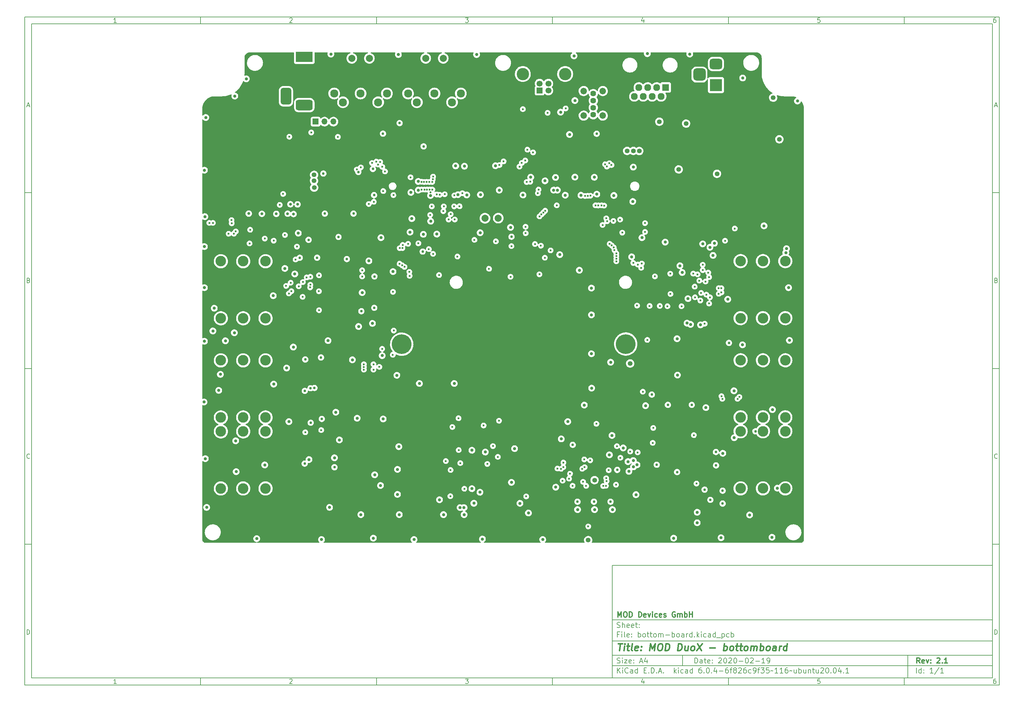
<source format=gbr>
G04 #@! TF.GenerationSoftware,KiCad,Pcbnew,6.0.4-6f826c9f35~116~ubuntu20.04.1*
G04 #@! TF.CreationDate,2022-05-04T15:32:13+02:00*
G04 #@! TF.ProjectId,bottom-board,626f7474-6f6d-42d6-926f-6172642e6b69,2.1*
G04 #@! TF.SameCoordinates,PX48111b4PY15fd6c8*
G04 #@! TF.FileFunction,Copper,L3,Inr*
G04 #@! TF.FilePolarity,Positive*
%FSLAX46Y46*%
G04 Gerber Fmt 4.6, Leading zero omitted, Abs format (unit mm)*
G04 Created by KiCad (PCBNEW 6.0.4-6f826c9f35~116~ubuntu20.04.1) date 2022-05-04 15:32:13*
%MOMM*%
%LPD*%
G01*
G04 APERTURE LIST*
G04 Aperture macros list*
%AMRoundRect*
0 Rectangle with rounded corners*
0 $1 Rounding radius*
0 $2 $3 $4 $5 $6 $7 $8 $9 X,Y pos of 4 corners*
0 Add a 4 corners polygon primitive as box body*
4,1,4,$2,$3,$4,$5,$6,$7,$8,$9,$2,$3,0*
0 Add four circle primitives for the rounded corners*
1,1,$1+$1,$2,$3*
1,1,$1+$1,$4,$5*
1,1,$1+$1,$6,$7*
1,1,$1+$1,$8,$9*
0 Add four rect primitives between the rounded corners*
20,1,$1+$1,$2,$3,$4,$5,0*
20,1,$1+$1,$4,$5,$6,$7,0*
20,1,$1+$1,$6,$7,$8,$9,0*
20,1,$1+$1,$8,$9,$2,$3,0*%
G04 Aperture macros list end*
%ADD10C,0.100000*%
%ADD11C,0.150000*%
%ADD12C,0.300000*%
%ADD13C,0.400000*%
G04 #@! TA.AperFunction,ComponentPad*
%ADD14C,3.000000*%
G04 #@! TD*
G04 #@! TA.AperFunction,ComponentPad*
%ADD15C,2.000000*%
G04 #@! TD*
G04 #@! TA.AperFunction,ComponentPad*
%ADD16C,2.300000*%
G04 #@! TD*
G04 #@! TA.AperFunction,ComponentPad*
%ADD17R,4.800000X3.000000*%
G04 #@! TD*
G04 #@! TA.AperFunction,ComponentPad*
%ADD18RoundRect,0.750000X-1.650000X0.750000X-1.650000X-0.750000X1.650000X-0.750000X1.650000X0.750000X0*%
G04 #@! TD*
G04 #@! TA.AperFunction,ComponentPad*
%ADD19RoundRect,0.750000X-0.750000X1.650000X-0.750000X-1.650000X0.750000X-1.650000X0.750000X1.650000X0*%
G04 #@! TD*
G04 #@! TA.AperFunction,ComponentPad*
%ADD20R,1.700000X1.700000*%
G04 #@! TD*
G04 #@! TA.AperFunction,ComponentPad*
%ADD21C,1.700000*%
G04 #@! TD*
G04 #@! TA.AperFunction,ComponentPad*
%ADD22C,3.500000*%
G04 #@! TD*
G04 #@! TA.AperFunction,ComponentPad*
%ADD23C,1.620000*%
G04 #@! TD*
G04 #@! TA.AperFunction,ComponentPad*
%ADD24C,1.850000*%
G04 #@! TD*
G04 #@! TA.AperFunction,ComponentPad*
%ADD25O,1.700000X1.700000*%
G04 #@! TD*
G04 #@! TA.AperFunction,ComponentPad*
%ADD26R,3.500000X3.500000*%
G04 #@! TD*
G04 #@! TA.AperFunction,ComponentPad*
%ADD27RoundRect,0.750000X-1.000000X0.750000X-1.000000X-0.750000X1.000000X-0.750000X1.000000X0.750000X0*%
G04 #@! TD*
G04 #@! TA.AperFunction,ComponentPad*
%ADD28RoundRect,0.875000X-0.875000X0.875000X-0.875000X-0.875000X0.875000X-0.875000X0.875000X0.875000X0*%
G04 #@! TD*
G04 #@! TA.AperFunction,ComponentPad*
%ADD29R,1.960000X1.960000*%
G04 #@! TD*
G04 #@! TA.AperFunction,ComponentPad*
%ADD30C,1.960000*%
G04 #@! TD*
G04 #@! TA.AperFunction,ComponentPad*
%ADD31C,5.600000*%
G04 #@! TD*
G04 #@! TA.AperFunction,ViaPad*
%ADD32C,0.900000*%
G04 #@! TD*
G04 #@! TA.AperFunction,ViaPad*
%ADD33C,0.600000*%
G04 #@! TD*
G04 #@! TA.AperFunction,ViaPad*
%ADD34C,1.350000*%
G04 #@! TD*
G04 #@! TA.AperFunction,ViaPad*
%ADD35C,0.750000*%
G04 #@! TD*
G04 #@! TA.AperFunction,ViaPad*
%ADD36C,0.800000*%
G04 #@! TD*
G04 APERTURE END LIST*
D10*
D11*
X101434660Y-142949080D02*
X101434660Y-174949080D01*
X209434660Y-174949080D01*
X209434660Y-142949080D01*
X101434660Y-142949080D01*
D10*
D11*
X-65567540Y13058120D02*
X-65567540Y-176949080D01*
X211434660Y-176949080D01*
X211434660Y13058120D01*
X-65567540Y13058120D01*
D10*
D11*
X-63567540Y11058120D02*
X-63567540Y-174949080D01*
X209434660Y-174949080D01*
X209434660Y11058120D01*
X-63567540Y11058120D01*
D10*
D11*
X-15567540Y11058120D02*
X-15567540Y13058120D01*
D10*
D11*
X34432460Y11058120D02*
X34432460Y13058120D01*
D10*
D11*
X84432460Y11058120D02*
X84432460Y13058120D01*
D10*
D11*
X134432460Y11058120D02*
X134432460Y13058120D01*
D10*
D11*
X184432460Y11058120D02*
X184432460Y13058120D01*
D10*
D11*
X-39502064Y11470025D02*
X-40244921Y11470025D01*
X-39873493Y11470025D02*
X-39873493Y12770025D01*
X-39997302Y12584311D01*
X-40121112Y12460501D01*
X-40244921Y12398597D01*
D10*
D11*
X9755079Y12646216D02*
X9816983Y12708120D01*
X9940793Y12770025D01*
X10250317Y12770025D01*
X10374126Y12708120D01*
X10436031Y12646216D01*
X10497936Y12522406D01*
X10497936Y12398597D01*
X10436031Y12212882D01*
X9693174Y11470025D01*
X10497936Y11470025D01*
D10*
D11*
X59693174Y12770025D02*
X60497936Y12770025D01*
X60064602Y12274787D01*
X60250317Y12274787D01*
X60374126Y12212882D01*
X60436031Y12150978D01*
X60497936Y12027168D01*
X60497936Y11717644D01*
X60436031Y11593835D01*
X60374126Y11531930D01*
X60250317Y11470025D01*
X59878888Y11470025D01*
X59755079Y11531930D01*
X59693174Y11593835D01*
D10*
D11*
X110374126Y12336692D02*
X110374126Y11470025D01*
X110064602Y12831930D02*
X109755079Y11903359D01*
X110559840Y11903359D01*
D10*
D11*
X160436031Y12770025D02*
X159816983Y12770025D01*
X159755079Y12150978D01*
X159816983Y12212882D01*
X159940793Y12274787D01*
X160250317Y12274787D01*
X160374126Y12212882D01*
X160436031Y12150978D01*
X160497936Y12027168D01*
X160497936Y11717644D01*
X160436031Y11593835D01*
X160374126Y11531930D01*
X160250317Y11470025D01*
X159940793Y11470025D01*
X159816983Y11531930D01*
X159755079Y11593835D01*
D10*
D11*
X210374126Y12770025D02*
X210126507Y12770025D01*
X210002698Y12708120D01*
X209940793Y12646216D01*
X209816983Y12460501D01*
X209755079Y12212882D01*
X209755079Y11717644D01*
X209816983Y11593835D01*
X209878888Y11531930D01*
X210002698Y11470025D01*
X210250317Y11470025D01*
X210374126Y11531930D01*
X210436031Y11593835D01*
X210497936Y11717644D01*
X210497936Y12027168D01*
X210436031Y12150978D01*
X210374126Y12212882D01*
X210250317Y12274787D01*
X210002698Y12274787D01*
X209878888Y12212882D01*
X209816983Y12150978D01*
X209755079Y12027168D01*
D10*
D11*
X-15567540Y-174949080D02*
X-15567540Y-176949080D01*
D10*
D11*
X34432460Y-174949080D02*
X34432460Y-176949080D01*
D10*
D11*
X84432460Y-174949080D02*
X84432460Y-176949080D01*
D10*
D11*
X134432460Y-174949080D02*
X134432460Y-176949080D01*
D10*
D11*
X184432460Y-174949080D02*
X184432460Y-176949080D01*
D10*
D11*
X-39502064Y-176537175D02*
X-40244921Y-176537175D01*
X-39873493Y-176537175D02*
X-39873493Y-175237175D01*
X-39997302Y-175422889D01*
X-40121112Y-175546699D01*
X-40244921Y-175608603D01*
D10*
D11*
X9755079Y-175360984D02*
X9816983Y-175299080D01*
X9940793Y-175237175D01*
X10250317Y-175237175D01*
X10374126Y-175299080D01*
X10436031Y-175360984D01*
X10497936Y-175484794D01*
X10497936Y-175608603D01*
X10436031Y-175794318D01*
X9693174Y-176537175D01*
X10497936Y-176537175D01*
D10*
D11*
X59693174Y-175237175D02*
X60497936Y-175237175D01*
X60064602Y-175732413D01*
X60250317Y-175732413D01*
X60374126Y-175794318D01*
X60436031Y-175856222D01*
X60497936Y-175980032D01*
X60497936Y-176289556D01*
X60436031Y-176413365D01*
X60374126Y-176475270D01*
X60250317Y-176537175D01*
X59878888Y-176537175D01*
X59755079Y-176475270D01*
X59693174Y-176413365D01*
D10*
D11*
X110374126Y-175670508D02*
X110374126Y-176537175D01*
X110064602Y-175175270D02*
X109755079Y-176103841D01*
X110559840Y-176103841D01*
D10*
D11*
X160436031Y-175237175D02*
X159816983Y-175237175D01*
X159755079Y-175856222D01*
X159816983Y-175794318D01*
X159940793Y-175732413D01*
X160250317Y-175732413D01*
X160374126Y-175794318D01*
X160436031Y-175856222D01*
X160497936Y-175980032D01*
X160497936Y-176289556D01*
X160436031Y-176413365D01*
X160374126Y-176475270D01*
X160250317Y-176537175D01*
X159940793Y-176537175D01*
X159816983Y-176475270D01*
X159755079Y-176413365D01*
D10*
D11*
X210374126Y-175237175D02*
X210126507Y-175237175D01*
X210002698Y-175299080D01*
X209940793Y-175360984D01*
X209816983Y-175546699D01*
X209755079Y-175794318D01*
X209755079Y-176289556D01*
X209816983Y-176413365D01*
X209878888Y-176475270D01*
X210002698Y-176537175D01*
X210250317Y-176537175D01*
X210374126Y-176475270D01*
X210436031Y-176413365D01*
X210497936Y-176289556D01*
X210497936Y-175980032D01*
X210436031Y-175856222D01*
X210374126Y-175794318D01*
X210250317Y-175732413D01*
X210002698Y-175732413D01*
X209878888Y-175794318D01*
X209816983Y-175856222D01*
X209755079Y-175980032D01*
D10*
D11*
X-65567540Y-36941880D02*
X-63567540Y-36941880D01*
D10*
D11*
X-65567540Y-86941880D02*
X-63567540Y-86941880D01*
D10*
D11*
X-65567540Y-136941880D02*
X-63567540Y-136941880D01*
D10*
D11*
X-64877064Y-12158546D02*
X-64258017Y-12158546D01*
X-65000874Y-12529975D02*
X-64567540Y-11229975D01*
X-64134207Y-12529975D01*
D10*
D11*
X-64474683Y-61849022D02*
X-64288969Y-61910927D01*
X-64227064Y-61972832D01*
X-64165160Y-62096641D01*
X-64165160Y-62282356D01*
X-64227064Y-62406165D01*
X-64288969Y-62468070D01*
X-64412779Y-62529975D01*
X-64908017Y-62529975D01*
X-64908017Y-61229975D01*
X-64474683Y-61229975D01*
X-64350874Y-61291880D01*
X-64288969Y-61353784D01*
X-64227064Y-61477594D01*
X-64227064Y-61601403D01*
X-64288969Y-61725213D01*
X-64350874Y-61787118D01*
X-64474683Y-61849022D01*
X-64908017Y-61849022D01*
D10*
D11*
X-64165160Y-112406165D02*
X-64227064Y-112468070D01*
X-64412779Y-112529975D01*
X-64536588Y-112529975D01*
X-64722302Y-112468070D01*
X-64846112Y-112344260D01*
X-64908017Y-112220451D01*
X-64969921Y-111972832D01*
X-64969921Y-111787118D01*
X-64908017Y-111539499D01*
X-64846112Y-111415689D01*
X-64722302Y-111291880D01*
X-64536588Y-111229975D01*
X-64412779Y-111229975D01*
X-64227064Y-111291880D01*
X-64165160Y-111353784D01*
D10*
D11*
X-64908017Y-162529975D02*
X-64908017Y-161229975D01*
X-64598493Y-161229975D01*
X-64412779Y-161291880D01*
X-64288969Y-161415689D01*
X-64227064Y-161539499D01*
X-64165160Y-161787118D01*
X-64165160Y-161972832D01*
X-64227064Y-162220451D01*
X-64288969Y-162344260D01*
X-64412779Y-162468070D01*
X-64598493Y-162529975D01*
X-64908017Y-162529975D01*
D10*
D11*
X211434660Y-36941880D02*
X209434660Y-36941880D01*
D10*
D11*
X211434660Y-86941880D02*
X209434660Y-86941880D01*
D10*
D11*
X211434660Y-136941880D02*
X209434660Y-136941880D01*
D10*
D11*
X210125136Y-12158546D02*
X210744183Y-12158546D01*
X210001326Y-12529975D02*
X210434660Y-11229975D01*
X210867993Y-12529975D01*
D10*
D11*
X210527517Y-61849022D02*
X210713231Y-61910927D01*
X210775136Y-61972832D01*
X210837040Y-62096641D01*
X210837040Y-62282356D01*
X210775136Y-62406165D01*
X210713231Y-62468070D01*
X210589421Y-62529975D01*
X210094183Y-62529975D01*
X210094183Y-61229975D01*
X210527517Y-61229975D01*
X210651326Y-61291880D01*
X210713231Y-61353784D01*
X210775136Y-61477594D01*
X210775136Y-61601403D01*
X210713231Y-61725213D01*
X210651326Y-61787118D01*
X210527517Y-61849022D01*
X210094183Y-61849022D01*
D10*
D11*
X210837040Y-112406165D02*
X210775136Y-112468070D01*
X210589421Y-112529975D01*
X210465612Y-112529975D01*
X210279898Y-112468070D01*
X210156088Y-112344260D01*
X210094183Y-112220451D01*
X210032279Y-111972832D01*
X210032279Y-111787118D01*
X210094183Y-111539499D01*
X210156088Y-111415689D01*
X210279898Y-111291880D01*
X210465612Y-111229975D01*
X210589421Y-111229975D01*
X210775136Y-111291880D01*
X210837040Y-111353784D01*
D10*
D11*
X210094183Y-162529975D02*
X210094183Y-161229975D01*
X210403707Y-161229975D01*
X210589421Y-161291880D01*
X210713231Y-161415689D01*
X210775136Y-161539499D01*
X210837040Y-161787118D01*
X210837040Y-161972832D01*
X210775136Y-162220451D01*
X210713231Y-162344260D01*
X210589421Y-162468070D01*
X210403707Y-162529975D01*
X210094183Y-162529975D01*
D10*
D11*
X124866802Y-170727651D02*
X124866802Y-169227651D01*
X125223945Y-169227651D01*
X125438231Y-169299080D01*
X125581088Y-169441937D01*
X125652517Y-169584794D01*
X125723945Y-169870508D01*
X125723945Y-170084794D01*
X125652517Y-170370508D01*
X125581088Y-170513365D01*
X125438231Y-170656222D01*
X125223945Y-170727651D01*
X124866802Y-170727651D01*
X127009660Y-170727651D02*
X127009660Y-169941937D01*
X126938231Y-169799080D01*
X126795374Y-169727651D01*
X126509660Y-169727651D01*
X126366802Y-169799080D01*
X127009660Y-170656222D02*
X126866802Y-170727651D01*
X126509660Y-170727651D01*
X126366802Y-170656222D01*
X126295374Y-170513365D01*
X126295374Y-170370508D01*
X126366802Y-170227651D01*
X126509660Y-170156222D01*
X126866802Y-170156222D01*
X127009660Y-170084794D01*
X127509660Y-169727651D02*
X128081088Y-169727651D01*
X127723945Y-169227651D02*
X127723945Y-170513365D01*
X127795374Y-170656222D01*
X127938231Y-170727651D01*
X128081088Y-170727651D01*
X129152517Y-170656222D02*
X129009660Y-170727651D01*
X128723945Y-170727651D01*
X128581088Y-170656222D01*
X128509660Y-170513365D01*
X128509660Y-169941937D01*
X128581088Y-169799080D01*
X128723945Y-169727651D01*
X129009660Y-169727651D01*
X129152517Y-169799080D01*
X129223945Y-169941937D01*
X129223945Y-170084794D01*
X128509660Y-170227651D01*
X129866802Y-170584794D02*
X129938231Y-170656222D01*
X129866802Y-170727651D01*
X129795374Y-170656222D01*
X129866802Y-170584794D01*
X129866802Y-170727651D01*
X129866802Y-169799080D02*
X129938231Y-169870508D01*
X129866802Y-169941937D01*
X129795374Y-169870508D01*
X129866802Y-169799080D01*
X129866802Y-169941937D01*
X131652517Y-169370508D02*
X131723945Y-169299080D01*
X131866802Y-169227651D01*
X132223945Y-169227651D01*
X132366802Y-169299080D01*
X132438231Y-169370508D01*
X132509660Y-169513365D01*
X132509660Y-169656222D01*
X132438231Y-169870508D01*
X131581088Y-170727651D01*
X132509660Y-170727651D01*
X133438231Y-169227651D02*
X133581088Y-169227651D01*
X133723945Y-169299080D01*
X133795374Y-169370508D01*
X133866802Y-169513365D01*
X133938231Y-169799080D01*
X133938231Y-170156222D01*
X133866802Y-170441937D01*
X133795374Y-170584794D01*
X133723945Y-170656222D01*
X133581088Y-170727651D01*
X133438231Y-170727651D01*
X133295374Y-170656222D01*
X133223945Y-170584794D01*
X133152517Y-170441937D01*
X133081088Y-170156222D01*
X133081088Y-169799080D01*
X133152517Y-169513365D01*
X133223945Y-169370508D01*
X133295374Y-169299080D01*
X133438231Y-169227651D01*
X134509660Y-169370508D02*
X134581088Y-169299080D01*
X134723945Y-169227651D01*
X135081088Y-169227651D01*
X135223945Y-169299080D01*
X135295374Y-169370508D01*
X135366802Y-169513365D01*
X135366802Y-169656222D01*
X135295374Y-169870508D01*
X134438231Y-170727651D01*
X135366802Y-170727651D01*
X136295374Y-169227651D02*
X136438231Y-169227651D01*
X136581088Y-169299080D01*
X136652517Y-169370508D01*
X136723945Y-169513365D01*
X136795374Y-169799080D01*
X136795374Y-170156222D01*
X136723945Y-170441937D01*
X136652517Y-170584794D01*
X136581088Y-170656222D01*
X136438231Y-170727651D01*
X136295374Y-170727651D01*
X136152517Y-170656222D01*
X136081088Y-170584794D01*
X136009660Y-170441937D01*
X135938231Y-170156222D01*
X135938231Y-169799080D01*
X136009660Y-169513365D01*
X136081088Y-169370508D01*
X136152517Y-169299080D01*
X136295374Y-169227651D01*
X137438231Y-170156222D02*
X138581088Y-170156222D01*
X139581088Y-169227651D02*
X139723945Y-169227651D01*
X139866802Y-169299080D01*
X139938231Y-169370508D01*
X140009660Y-169513365D01*
X140081088Y-169799080D01*
X140081088Y-170156222D01*
X140009660Y-170441937D01*
X139938231Y-170584794D01*
X139866802Y-170656222D01*
X139723945Y-170727651D01*
X139581088Y-170727651D01*
X139438231Y-170656222D01*
X139366802Y-170584794D01*
X139295374Y-170441937D01*
X139223945Y-170156222D01*
X139223945Y-169799080D01*
X139295374Y-169513365D01*
X139366802Y-169370508D01*
X139438231Y-169299080D01*
X139581088Y-169227651D01*
X140652517Y-169370508D02*
X140723945Y-169299080D01*
X140866802Y-169227651D01*
X141223945Y-169227651D01*
X141366802Y-169299080D01*
X141438231Y-169370508D01*
X141509660Y-169513365D01*
X141509660Y-169656222D01*
X141438231Y-169870508D01*
X140581088Y-170727651D01*
X141509660Y-170727651D01*
X142152517Y-170156222D02*
X143295374Y-170156222D01*
X144795374Y-170727651D02*
X143938231Y-170727651D01*
X144366802Y-170727651D02*
X144366802Y-169227651D01*
X144223945Y-169441937D01*
X144081088Y-169584794D01*
X143938231Y-169656222D01*
X145509660Y-170727651D02*
X145795374Y-170727651D01*
X145938231Y-170656222D01*
X146009660Y-170584794D01*
X146152517Y-170370508D01*
X146223945Y-170084794D01*
X146223945Y-169513365D01*
X146152517Y-169370508D01*
X146081088Y-169299080D01*
X145938231Y-169227651D01*
X145652517Y-169227651D01*
X145509660Y-169299080D01*
X145438231Y-169370508D01*
X145366802Y-169513365D01*
X145366802Y-169870508D01*
X145438231Y-170013365D01*
X145509660Y-170084794D01*
X145652517Y-170156222D01*
X145938231Y-170156222D01*
X146081088Y-170084794D01*
X146152517Y-170013365D01*
X146223945Y-169870508D01*
D10*
D11*
X101434660Y-171449080D02*
X209434660Y-171449080D01*
D10*
D11*
X102866802Y-173527651D02*
X102866802Y-172027651D01*
X103723945Y-173527651D02*
X103081088Y-172670508D01*
X103723945Y-172027651D02*
X102866802Y-172884794D01*
X104366802Y-173527651D02*
X104366802Y-172527651D01*
X104366802Y-172027651D02*
X104295374Y-172099080D01*
X104366802Y-172170508D01*
X104438231Y-172099080D01*
X104366802Y-172027651D01*
X104366802Y-172170508D01*
X105938231Y-173384794D02*
X105866802Y-173456222D01*
X105652517Y-173527651D01*
X105509660Y-173527651D01*
X105295374Y-173456222D01*
X105152517Y-173313365D01*
X105081088Y-173170508D01*
X105009660Y-172884794D01*
X105009660Y-172670508D01*
X105081088Y-172384794D01*
X105152517Y-172241937D01*
X105295374Y-172099080D01*
X105509660Y-172027651D01*
X105652517Y-172027651D01*
X105866802Y-172099080D01*
X105938231Y-172170508D01*
X107223945Y-173527651D02*
X107223945Y-172741937D01*
X107152517Y-172599080D01*
X107009660Y-172527651D01*
X106723945Y-172527651D01*
X106581088Y-172599080D01*
X107223945Y-173456222D02*
X107081088Y-173527651D01*
X106723945Y-173527651D01*
X106581088Y-173456222D01*
X106509660Y-173313365D01*
X106509660Y-173170508D01*
X106581088Y-173027651D01*
X106723945Y-172956222D01*
X107081088Y-172956222D01*
X107223945Y-172884794D01*
X108581088Y-173527651D02*
X108581088Y-172027651D01*
X108581088Y-173456222D02*
X108438231Y-173527651D01*
X108152517Y-173527651D01*
X108009660Y-173456222D01*
X107938231Y-173384794D01*
X107866802Y-173241937D01*
X107866802Y-172813365D01*
X107938231Y-172670508D01*
X108009660Y-172599080D01*
X108152517Y-172527651D01*
X108438231Y-172527651D01*
X108581088Y-172599080D01*
X110438231Y-172741937D02*
X110938231Y-172741937D01*
X111152517Y-173527651D02*
X110438231Y-173527651D01*
X110438231Y-172027651D01*
X111152517Y-172027651D01*
X111795374Y-173384794D02*
X111866802Y-173456222D01*
X111795374Y-173527651D01*
X111723945Y-173456222D01*
X111795374Y-173384794D01*
X111795374Y-173527651D01*
X112509660Y-173527651D02*
X112509660Y-172027651D01*
X112866802Y-172027651D01*
X113081088Y-172099080D01*
X113223945Y-172241937D01*
X113295374Y-172384794D01*
X113366802Y-172670508D01*
X113366802Y-172884794D01*
X113295374Y-173170508D01*
X113223945Y-173313365D01*
X113081088Y-173456222D01*
X112866802Y-173527651D01*
X112509660Y-173527651D01*
X114009660Y-173384794D02*
X114081088Y-173456222D01*
X114009660Y-173527651D01*
X113938231Y-173456222D01*
X114009660Y-173384794D01*
X114009660Y-173527651D01*
X114652517Y-173099080D02*
X115366802Y-173099080D01*
X114509660Y-173527651D02*
X115009660Y-172027651D01*
X115509660Y-173527651D01*
X116009660Y-173384794D02*
X116081088Y-173456222D01*
X116009660Y-173527651D01*
X115938231Y-173456222D01*
X116009660Y-173384794D01*
X116009660Y-173527651D01*
X119009660Y-173527651D02*
X119009660Y-172027651D01*
X119152517Y-172956222D02*
X119581088Y-173527651D01*
X119581088Y-172527651D02*
X119009660Y-173099080D01*
X120223945Y-173527651D02*
X120223945Y-172527651D01*
X120223945Y-172027651D02*
X120152517Y-172099080D01*
X120223945Y-172170508D01*
X120295374Y-172099080D01*
X120223945Y-172027651D01*
X120223945Y-172170508D01*
X121581088Y-173456222D02*
X121438231Y-173527651D01*
X121152517Y-173527651D01*
X121009660Y-173456222D01*
X120938231Y-173384794D01*
X120866802Y-173241937D01*
X120866802Y-172813365D01*
X120938231Y-172670508D01*
X121009660Y-172599080D01*
X121152517Y-172527651D01*
X121438231Y-172527651D01*
X121581088Y-172599080D01*
X122866802Y-173527651D02*
X122866802Y-172741937D01*
X122795374Y-172599080D01*
X122652517Y-172527651D01*
X122366802Y-172527651D01*
X122223945Y-172599080D01*
X122866802Y-173456222D02*
X122723945Y-173527651D01*
X122366802Y-173527651D01*
X122223945Y-173456222D01*
X122152517Y-173313365D01*
X122152517Y-173170508D01*
X122223945Y-173027651D01*
X122366802Y-172956222D01*
X122723945Y-172956222D01*
X122866802Y-172884794D01*
X124223945Y-173527651D02*
X124223945Y-172027651D01*
X124223945Y-173456222D02*
X124081088Y-173527651D01*
X123795374Y-173527651D01*
X123652517Y-173456222D01*
X123581088Y-173384794D01*
X123509660Y-173241937D01*
X123509660Y-172813365D01*
X123581088Y-172670508D01*
X123652517Y-172599080D01*
X123795374Y-172527651D01*
X124081088Y-172527651D01*
X124223945Y-172599080D01*
X126723945Y-172027651D02*
X126438231Y-172027651D01*
X126295374Y-172099080D01*
X126223945Y-172170508D01*
X126081088Y-172384794D01*
X126009660Y-172670508D01*
X126009660Y-173241937D01*
X126081088Y-173384794D01*
X126152517Y-173456222D01*
X126295374Y-173527651D01*
X126581088Y-173527651D01*
X126723945Y-173456222D01*
X126795374Y-173384794D01*
X126866802Y-173241937D01*
X126866802Y-172884794D01*
X126795374Y-172741937D01*
X126723945Y-172670508D01*
X126581088Y-172599080D01*
X126295374Y-172599080D01*
X126152517Y-172670508D01*
X126081088Y-172741937D01*
X126009660Y-172884794D01*
X127509660Y-173384794D02*
X127581088Y-173456222D01*
X127509660Y-173527651D01*
X127438231Y-173456222D01*
X127509660Y-173384794D01*
X127509660Y-173527651D01*
X128509660Y-172027651D02*
X128652517Y-172027651D01*
X128795374Y-172099080D01*
X128866802Y-172170508D01*
X128938231Y-172313365D01*
X129009660Y-172599080D01*
X129009660Y-172956222D01*
X128938231Y-173241937D01*
X128866802Y-173384794D01*
X128795374Y-173456222D01*
X128652517Y-173527651D01*
X128509660Y-173527651D01*
X128366802Y-173456222D01*
X128295374Y-173384794D01*
X128223945Y-173241937D01*
X128152517Y-172956222D01*
X128152517Y-172599080D01*
X128223945Y-172313365D01*
X128295374Y-172170508D01*
X128366802Y-172099080D01*
X128509660Y-172027651D01*
X129652517Y-173384794D02*
X129723945Y-173456222D01*
X129652517Y-173527651D01*
X129581088Y-173456222D01*
X129652517Y-173384794D01*
X129652517Y-173527651D01*
X131009660Y-172527651D02*
X131009660Y-173527651D01*
X130652517Y-171956222D02*
X130295374Y-173027651D01*
X131223945Y-173027651D01*
X131795374Y-172956222D02*
X132938231Y-172956222D01*
X134295374Y-172027651D02*
X134009660Y-172027651D01*
X133866802Y-172099080D01*
X133795374Y-172170508D01*
X133652517Y-172384794D01*
X133581088Y-172670508D01*
X133581088Y-173241937D01*
X133652517Y-173384794D01*
X133723945Y-173456222D01*
X133866802Y-173527651D01*
X134152517Y-173527651D01*
X134295374Y-173456222D01*
X134366802Y-173384794D01*
X134438231Y-173241937D01*
X134438231Y-172884794D01*
X134366802Y-172741937D01*
X134295374Y-172670508D01*
X134152517Y-172599080D01*
X133866802Y-172599080D01*
X133723945Y-172670508D01*
X133652517Y-172741937D01*
X133581088Y-172884794D01*
X134866802Y-172527651D02*
X135438231Y-172527651D01*
X135081088Y-173527651D02*
X135081088Y-172241937D01*
X135152517Y-172099080D01*
X135295374Y-172027651D01*
X135438231Y-172027651D01*
X136152517Y-172670508D02*
X136009660Y-172599080D01*
X135938231Y-172527651D01*
X135866802Y-172384794D01*
X135866802Y-172313365D01*
X135938231Y-172170508D01*
X136009660Y-172099080D01*
X136152517Y-172027651D01*
X136438231Y-172027651D01*
X136581088Y-172099080D01*
X136652517Y-172170508D01*
X136723945Y-172313365D01*
X136723945Y-172384794D01*
X136652517Y-172527651D01*
X136581088Y-172599080D01*
X136438231Y-172670508D01*
X136152517Y-172670508D01*
X136009660Y-172741937D01*
X135938231Y-172813365D01*
X135866802Y-172956222D01*
X135866802Y-173241937D01*
X135938231Y-173384794D01*
X136009660Y-173456222D01*
X136152517Y-173527651D01*
X136438231Y-173527651D01*
X136581088Y-173456222D01*
X136652517Y-173384794D01*
X136723945Y-173241937D01*
X136723945Y-172956222D01*
X136652517Y-172813365D01*
X136581088Y-172741937D01*
X136438231Y-172670508D01*
X137295374Y-172170508D02*
X137366802Y-172099080D01*
X137509660Y-172027651D01*
X137866802Y-172027651D01*
X138009660Y-172099080D01*
X138081088Y-172170508D01*
X138152517Y-172313365D01*
X138152517Y-172456222D01*
X138081088Y-172670508D01*
X137223945Y-173527651D01*
X138152517Y-173527651D01*
X139438231Y-172027651D02*
X139152517Y-172027651D01*
X139009660Y-172099080D01*
X138938231Y-172170508D01*
X138795374Y-172384794D01*
X138723945Y-172670508D01*
X138723945Y-173241937D01*
X138795374Y-173384794D01*
X138866802Y-173456222D01*
X139009660Y-173527651D01*
X139295374Y-173527651D01*
X139438231Y-173456222D01*
X139509660Y-173384794D01*
X139581088Y-173241937D01*
X139581088Y-172884794D01*
X139509660Y-172741937D01*
X139438231Y-172670508D01*
X139295374Y-172599080D01*
X139009660Y-172599080D01*
X138866802Y-172670508D01*
X138795374Y-172741937D01*
X138723945Y-172884794D01*
X140866802Y-173456222D02*
X140723945Y-173527651D01*
X140438231Y-173527651D01*
X140295374Y-173456222D01*
X140223945Y-173384794D01*
X140152517Y-173241937D01*
X140152517Y-172813365D01*
X140223945Y-172670508D01*
X140295374Y-172599080D01*
X140438231Y-172527651D01*
X140723945Y-172527651D01*
X140866802Y-172599080D01*
X141581088Y-173527651D02*
X141866802Y-173527651D01*
X142009660Y-173456222D01*
X142081088Y-173384794D01*
X142223945Y-173170508D01*
X142295374Y-172884794D01*
X142295374Y-172313365D01*
X142223945Y-172170508D01*
X142152517Y-172099080D01*
X142009660Y-172027651D01*
X141723945Y-172027651D01*
X141581088Y-172099080D01*
X141509660Y-172170508D01*
X141438231Y-172313365D01*
X141438231Y-172670508D01*
X141509660Y-172813365D01*
X141581088Y-172884794D01*
X141723945Y-172956222D01*
X142009660Y-172956222D01*
X142152517Y-172884794D01*
X142223945Y-172813365D01*
X142295374Y-172670508D01*
X142723945Y-172527651D02*
X143295374Y-172527651D01*
X142938231Y-173527651D02*
X142938231Y-172241937D01*
X143009660Y-172099080D01*
X143152517Y-172027651D01*
X143295374Y-172027651D01*
X143652517Y-172027651D02*
X144581088Y-172027651D01*
X144081088Y-172599080D01*
X144295374Y-172599080D01*
X144438231Y-172670508D01*
X144509660Y-172741937D01*
X144581088Y-172884794D01*
X144581088Y-173241937D01*
X144509660Y-173384794D01*
X144438231Y-173456222D01*
X144295374Y-173527651D01*
X143866802Y-173527651D01*
X143723945Y-173456222D01*
X143652517Y-173384794D01*
X145938231Y-172027651D02*
X145223945Y-172027651D01*
X145152517Y-172741937D01*
X145223945Y-172670508D01*
X145366802Y-172599080D01*
X145723945Y-172599080D01*
X145866802Y-172670508D01*
X145938231Y-172741937D01*
X146009660Y-172884794D01*
X146009660Y-173241937D01*
X145938231Y-173384794D01*
X145866802Y-173456222D01*
X145723945Y-173527651D01*
X145366802Y-173527651D01*
X145223945Y-173456222D01*
X145152517Y-173384794D01*
X146438231Y-172956222D02*
X146509660Y-172884794D01*
X146652517Y-172813365D01*
X146938231Y-172956222D01*
X147081088Y-172884794D01*
X147152517Y-172813365D01*
X148509660Y-173527651D02*
X147652517Y-173527651D01*
X148081088Y-173527651D02*
X148081088Y-172027651D01*
X147938231Y-172241937D01*
X147795374Y-172384794D01*
X147652517Y-172456222D01*
X149938231Y-173527651D02*
X149081088Y-173527651D01*
X149509660Y-173527651D02*
X149509660Y-172027651D01*
X149366802Y-172241937D01*
X149223945Y-172384794D01*
X149081088Y-172456222D01*
X151223945Y-172027651D02*
X150938231Y-172027651D01*
X150795374Y-172099080D01*
X150723945Y-172170508D01*
X150581088Y-172384794D01*
X150509659Y-172670508D01*
X150509659Y-173241937D01*
X150581088Y-173384794D01*
X150652517Y-173456222D01*
X150795374Y-173527651D01*
X151081088Y-173527651D01*
X151223945Y-173456222D01*
X151295374Y-173384794D01*
X151366802Y-173241937D01*
X151366802Y-172884794D01*
X151295374Y-172741937D01*
X151223945Y-172670508D01*
X151081088Y-172599080D01*
X150795374Y-172599080D01*
X150652517Y-172670508D01*
X150581088Y-172741937D01*
X150509659Y-172884794D01*
X151795374Y-172956222D02*
X151866802Y-172884794D01*
X152009659Y-172813365D01*
X152295374Y-172956222D01*
X152438231Y-172884794D01*
X152509659Y-172813365D01*
X153723945Y-172527651D02*
X153723945Y-173527651D01*
X153081088Y-172527651D02*
X153081088Y-173313365D01*
X153152517Y-173456222D01*
X153295374Y-173527651D01*
X153509659Y-173527651D01*
X153652517Y-173456222D01*
X153723945Y-173384794D01*
X154438231Y-173527651D02*
X154438231Y-172027651D01*
X154438231Y-172599080D02*
X154581088Y-172527651D01*
X154866802Y-172527651D01*
X155009659Y-172599080D01*
X155081088Y-172670508D01*
X155152517Y-172813365D01*
X155152517Y-173241937D01*
X155081088Y-173384794D01*
X155009659Y-173456222D01*
X154866802Y-173527651D01*
X154581088Y-173527651D01*
X154438231Y-173456222D01*
X156438231Y-172527651D02*
X156438231Y-173527651D01*
X155795374Y-172527651D02*
X155795374Y-173313365D01*
X155866802Y-173456222D01*
X156009660Y-173527651D01*
X156223945Y-173527651D01*
X156366802Y-173456222D01*
X156438231Y-173384794D01*
X157152517Y-172527651D02*
X157152517Y-173527651D01*
X157152517Y-172670508D02*
X157223945Y-172599080D01*
X157366802Y-172527651D01*
X157581088Y-172527651D01*
X157723945Y-172599080D01*
X157795374Y-172741937D01*
X157795374Y-173527651D01*
X158295374Y-172527651D02*
X158866802Y-172527651D01*
X158509660Y-172027651D02*
X158509660Y-173313365D01*
X158581088Y-173456222D01*
X158723945Y-173527651D01*
X158866802Y-173527651D01*
X160009660Y-172527651D02*
X160009660Y-173527651D01*
X159366802Y-172527651D02*
X159366802Y-173313365D01*
X159438231Y-173456222D01*
X159581088Y-173527651D01*
X159795374Y-173527651D01*
X159938231Y-173456222D01*
X160009660Y-173384794D01*
X160652517Y-172170508D02*
X160723945Y-172099080D01*
X160866802Y-172027651D01*
X161223945Y-172027651D01*
X161366802Y-172099080D01*
X161438231Y-172170508D01*
X161509660Y-172313365D01*
X161509660Y-172456222D01*
X161438231Y-172670508D01*
X160581088Y-173527651D01*
X161509660Y-173527651D01*
X162438231Y-172027651D02*
X162581088Y-172027651D01*
X162723945Y-172099080D01*
X162795374Y-172170508D01*
X162866802Y-172313365D01*
X162938231Y-172599080D01*
X162938231Y-172956222D01*
X162866802Y-173241937D01*
X162795374Y-173384794D01*
X162723945Y-173456222D01*
X162581088Y-173527651D01*
X162438231Y-173527651D01*
X162295374Y-173456222D01*
X162223945Y-173384794D01*
X162152517Y-173241937D01*
X162081088Y-172956222D01*
X162081088Y-172599080D01*
X162152517Y-172313365D01*
X162223945Y-172170508D01*
X162295374Y-172099080D01*
X162438231Y-172027651D01*
X163581088Y-173384794D02*
X163652517Y-173456222D01*
X163581088Y-173527651D01*
X163509659Y-173456222D01*
X163581088Y-173384794D01*
X163581088Y-173527651D01*
X164581088Y-172027651D02*
X164723945Y-172027651D01*
X164866802Y-172099080D01*
X164938231Y-172170508D01*
X165009660Y-172313365D01*
X165081088Y-172599080D01*
X165081088Y-172956222D01*
X165009660Y-173241937D01*
X164938231Y-173384794D01*
X164866802Y-173456222D01*
X164723945Y-173527651D01*
X164581088Y-173527651D01*
X164438231Y-173456222D01*
X164366802Y-173384794D01*
X164295374Y-173241937D01*
X164223945Y-172956222D01*
X164223945Y-172599080D01*
X164295374Y-172313365D01*
X164366802Y-172170508D01*
X164438231Y-172099080D01*
X164581088Y-172027651D01*
X166366802Y-172527651D02*
X166366802Y-173527651D01*
X166009659Y-171956222D02*
X165652517Y-173027651D01*
X166581088Y-173027651D01*
X167152517Y-173384794D02*
X167223945Y-173456222D01*
X167152517Y-173527651D01*
X167081088Y-173456222D01*
X167152517Y-173384794D01*
X167152517Y-173527651D01*
X168652517Y-173527651D02*
X167795374Y-173527651D01*
X168223945Y-173527651D02*
X168223945Y-172027651D01*
X168081088Y-172241937D01*
X167938231Y-172384794D01*
X167795374Y-172456222D01*
D10*
D11*
X101434660Y-168449080D02*
X209434660Y-168449080D01*
D10*
D12*
X188843945Y-170727651D02*
X188343945Y-170013365D01*
X187986802Y-170727651D02*
X187986802Y-169227651D01*
X188558231Y-169227651D01*
X188701088Y-169299080D01*
X188772517Y-169370508D01*
X188843945Y-169513365D01*
X188843945Y-169727651D01*
X188772517Y-169870508D01*
X188701088Y-169941937D01*
X188558231Y-170013365D01*
X187986802Y-170013365D01*
X190058231Y-170656222D02*
X189915374Y-170727651D01*
X189629660Y-170727651D01*
X189486802Y-170656222D01*
X189415374Y-170513365D01*
X189415374Y-169941937D01*
X189486802Y-169799080D01*
X189629660Y-169727651D01*
X189915374Y-169727651D01*
X190058231Y-169799080D01*
X190129660Y-169941937D01*
X190129660Y-170084794D01*
X189415374Y-170227651D01*
X190629660Y-169727651D02*
X190986802Y-170727651D01*
X191343945Y-169727651D01*
X191915374Y-170584794D02*
X191986802Y-170656222D01*
X191915374Y-170727651D01*
X191843945Y-170656222D01*
X191915374Y-170584794D01*
X191915374Y-170727651D01*
X191915374Y-169799080D02*
X191986802Y-169870508D01*
X191915374Y-169941937D01*
X191843945Y-169870508D01*
X191915374Y-169799080D01*
X191915374Y-169941937D01*
X193701088Y-169370508D02*
X193772517Y-169299080D01*
X193915374Y-169227651D01*
X194272517Y-169227651D01*
X194415374Y-169299080D01*
X194486802Y-169370508D01*
X194558231Y-169513365D01*
X194558231Y-169656222D01*
X194486802Y-169870508D01*
X193629660Y-170727651D01*
X194558231Y-170727651D01*
X195201088Y-170584794D02*
X195272517Y-170656222D01*
X195201088Y-170727651D01*
X195129660Y-170656222D01*
X195201088Y-170584794D01*
X195201088Y-170727651D01*
X196701088Y-170727651D02*
X195843945Y-170727651D01*
X196272517Y-170727651D02*
X196272517Y-169227651D01*
X196129660Y-169441937D01*
X195986802Y-169584794D01*
X195843945Y-169656222D01*
D10*
D11*
X102795374Y-170656222D02*
X103009660Y-170727651D01*
X103366802Y-170727651D01*
X103509660Y-170656222D01*
X103581088Y-170584794D01*
X103652517Y-170441937D01*
X103652517Y-170299080D01*
X103581088Y-170156222D01*
X103509660Y-170084794D01*
X103366802Y-170013365D01*
X103081088Y-169941937D01*
X102938231Y-169870508D01*
X102866802Y-169799080D01*
X102795374Y-169656222D01*
X102795374Y-169513365D01*
X102866802Y-169370508D01*
X102938231Y-169299080D01*
X103081088Y-169227651D01*
X103438231Y-169227651D01*
X103652517Y-169299080D01*
X104295374Y-170727651D02*
X104295374Y-169727651D01*
X104295374Y-169227651D02*
X104223945Y-169299080D01*
X104295374Y-169370508D01*
X104366802Y-169299080D01*
X104295374Y-169227651D01*
X104295374Y-169370508D01*
X104866802Y-169727651D02*
X105652517Y-169727651D01*
X104866802Y-170727651D01*
X105652517Y-170727651D01*
X106795374Y-170656222D02*
X106652517Y-170727651D01*
X106366802Y-170727651D01*
X106223945Y-170656222D01*
X106152517Y-170513365D01*
X106152517Y-169941937D01*
X106223945Y-169799080D01*
X106366802Y-169727651D01*
X106652517Y-169727651D01*
X106795374Y-169799080D01*
X106866802Y-169941937D01*
X106866802Y-170084794D01*
X106152517Y-170227651D01*
X107509660Y-170584794D02*
X107581088Y-170656222D01*
X107509660Y-170727651D01*
X107438231Y-170656222D01*
X107509660Y-170584794D01*
X107509660Y-170727651D01*
X107509660Y-169799080D02*
X107581088Y-169870508D01*
X107509660Y-169941937D01*
X107438231Y-169870508D01*
X107509660Y-169799080D01*
X107509660Y-169941937D01*
X109295374Y-170299080D02*
X110009660Y-170299080D01*
X109152517Y-170727651D02*
X109652517Y-169227651D01*
X110152517Y-170727651D01*
X111295374Y-169727651D02*
X111295374Y-170727651D01*
X110938231Y-169156222D02*
X110581088Y-170227651D01*
X111509660Y-170227651D01*
D10*
D11*
X187866802Y-173527651D02*
X187866802Y-172027651D01*
X189223945Y-173527651D02*
X189223945Y-172027651D01*
X189223945Y-173456222D02*
X189081088Y-173527651D01*
X188795374Y-173527651D01*
X188652517Y-173456222D01*
X188581088Y-173384794D01*
X188509660Y-173241937D01*
X188509660Y-172813365D01*
X188581088Y-172670508D01*
X188652517Y-172599080D01*
X188795374Y-172527651D01*
X189081088Y-172527651D01*
X189223945Y-172599080D01*
X189938231Y-173384794D02*
X190009660Y-173456222D01*
X189938231Y-173527651D01*
X189866802Y-173456222D01*
X189938231Y-173384794D01*
X189938231Y-173527651D01*
X189938231Y-172599080D02*
X190009660Y-172670508D01*
X189938231Y-172741937D01*
X189866802Y-172670508D01*
X189938231Y-172599080D01*
X189938231Y-172741937D01*
X192581088Y-173527651D02*
X191723945Y-173527651D01*
X192152517Y-173527651D02*
X192152517Y-172027651D01*
X192009660Y-172241937D01*
X191866802Y-172384794D01*
X191723945Y-172456222D01*
X194295374Y-171956222D02*
X193009660Y-173884794D01*
X195581088Y-173527651D02*
X194723945Y-173527651D01*
X195152517Y-173527651D02*
X195152517Y-172027651D01*
X195009660Y-172241937D01*
X194866802Y-172384794D01*
X194723945Y-172456222D01*
D10*
D11*
X101434660Y-164449080D02*
X209434660Y-164449080D01*
D10*
D13*
X103147040Y-165153841D02*
X104289898Y-165153841D01*
X103468469Y-167153841D02*
X103718469Y-165153841D01*
X104706564Y-167153841D02*
X104873231Y-165820508D01*
X104956564Y-165153841D02*
X104849421Y-165249080D01*
X104932755Y-165344318D01*
X105039898Y-165249080D01*
X104956564Y-165153841D01*
X104932755Y-165344318D01*
X105539898Y-165820508D02*
X106301802Y-165820508D01*
X105908945Y-165153841D02*
X105694660Y-166868127D01*
X105766088Y-167058603D01*
X105944660Y-167153841D01*
X106135136Y-167153841D01*
X107087517Y-167153841D02*
X106908945Y-167058603D01*
X106837517Y-166868127D01*
X107051802Y-165153841D01*
X108623231Y-167058603D02*
X108420850Y-167153841D01*
X108039898Y-167153841D01*
X107861326Y-167058603D01*
X107789898Y-166868127D01*
X107885136Y-166106222D01*
X108004183Y-165915746D01*
X108206564Y-165820508D01*
X108587517Y-165820508D01*
X108766088Y-165915746D01*
X108837517Y-166106222D01*
X108813707Y-166296699D01*
X107837517Y-166487175D01*
X109587517Y-166963365D02*
X109670850Y-167058603D01*
X109563707Y-167153841D01*
X109480374Y-167058603D01*
X109587517Y-166963365D01*
X109563707Y-167153841D01*
X109718469Y-165915746D02*
X109801802Y-166010984D01*
X109694660Y-166106222D01*
X109611326Y-166010984D01*
X109718469Y-165915746D01*
X109694660Y-166106222D01*
X112039898Y-167153841D02*
X112289898Y-165153841D01*
X112777993Y-166582413D01*
X113623231Y-165153841D01*
X113373231Y-167153841D01*
X114956564Y-165153841D02*
X115337517Y-165153841D01*
X115516088Y-165249080D01*
X115682755Y-165439556D01*
X115730374Y-165820508D01*
X115647040Y-166487175D01*
X115504183Y-166868127D01*
X115289898Y-167058603D01*
X115087517Y-167153841D01*
X114706564Y-167153841D01*
X114527993Y-167058603D01*
X114361326Y-166868127D01*
X114313707Y-166487175D01*
X114397040Y-165820508D01*
X114539898Y-165439556D01*
X114754183Y-165249080D01*
X114956564Y-165153841D01*
X116420850Y-167153841D02*
X116670850Y-165153841D01*
X117147040Y-165153841D01*
X117420850Y-165249080D01*
X117587517Y-165439556D01*
X117658945Y-165630032D01*
X117706564Y-166010984D01*
X117670850Y-166296699D01*
X117527993Y-166677651D01*
X117408945Y-166868127D01*
X117194660Y-167058603D01*
X116897040Y-167153841D01*
X116420850Y-167153841D01*
X119944660Y-167153841D02*
X120194660Y-165153841D01*
X120670850Y-165153841D01*
X120944660Y-165249080D01*
X121111326Y-165439556D01*
X121182755Y-165630032D01*
X121230374Y-166010984D01*
X121194660Y-166296699D01*
X121051802Y-166677651D01*
X120932755Y-166868127D01*
X120718469Y-167058603D01*
X120420850Y-167153841D01*
X119944660Y-167153841D01*
X122968469Y-165820508D02*
X122801802Y-167153841D01*
X122111326Y-165820508D02*
X121980374Y-166868127D01*
X122051802Y-167058603D01*
X122230374Y-167153841D01*
X122516088Y-167153841D01*
X122718469Y-167058603D01*
X122825612Y-166963365D01*
X124039898Y-167153841D02*
X123861326Y-167058603D01*
X123777993Y-166963365D01*
X123706564Y-166772889D01*
X123777993Y-166201460D01*
X123897040Y-166010984D01*
X124004183Y-165915746D01*
X124206564Y-165820508D01*
X124492279Y-165820508D01*
X124670850Y-165915746D01*
X124754183Y-166010984D01*
X124825612Y-166201460D01*
X124754183Y-166772889D01*
X124635136Y-166963365D01*
X124527993Y-167058603D01*
X124325612Y-167153841D01*
X124039898Y-167153841D01*
X125623231Y-165153841D02*
X126706564Y-167153841D01*
X126956564Y-165153841D02*
X125373231Y-167153841D01*
X129087517Y-166391937D02*
X130611326Y-166391937D01*
X132992279Y-167153841D02*
X133242279Y-165153841D01*
X133147040Y-165915746D02*
X133349421Y-165820508D01*
X133730374Y-165820508D01*
X133908945Y-165915746D01*
X133992279Y-166010984D01*
X134063707Y-166201460D01*
X133992279Y-166772889D01*
X133873231Y-166963365D01*
X133766088Y-167058603D01*
X133563707Y-167153841D01*
X133182755Y-167153841D01*
X133004183Y-167058603D01*
X135087517Y-167153841D02*
X134908945Y-167058603D01*
X134825612Y-166963365D01*
X134754183Y-166772889D01*
X134825612Y-166201460D01*
X134944660Y-166010984D01*
X135051802Y-165915746D01*
X135254183Y-165820508D01*
X135539898Y-165820508D01*
X135718469Y-165915746D01*
X135801802Y-166010984D01*
X135873231Y-166201460D01*
X135801802Y-166772889D01*
X135682755Y-166963365D01*
X135575612Y-167058603D01*
X135373231Y-167153841D01*
X135087517Y-167153841D01*
X136492279Y-165820508D02*
X137254183Y-165820508D01*
X136861326Y-165153841D02*
X136647040Y-166868127D01*
X136718469Y-167058603D01*
X136897040Y-167153841D01*
X137087517Y-167153841D01*
X137635136Y-165820508D02*
X138397040Y-165820508D01*
X138004183Y-165153841D02*
X137789898Y-166868127D01*
X137861326Y-167058603D01*
X138039898Y-167153841D01*
X138230374Y-167153841D01*
X139182755Y-167153841D02*
X139004183Y-167058603D01*
X138920850Y-166963365D01*
X138849421Y-166772889D01*
X138920850Y-166201460D01*
X139039898Y-166010984D01*
X139147040Y-165915746D01*
X139349421Y-165820508D01*
X139635136Y-165820508D01*
X139813707Y-165915746D01*
X139897040Y-166010984D01*
X139968469Y-166201460D01*
X139897040Y-166772889D01*
X139777993Y-166963365D01*
X139670850Y-167058603D01*
X139468469Y-167153841D01*
X139182755Y-167153841D01*
X140706564Y-167153841D02*
X140873231Y-165820508D01*
X140849421Y-166010984D02*
X140956564Y-165915746D01*
X141158945Y-165820508D01*
X141444660Y-165820508D01*
X141623231Y-165915746D01*
X141694660Y-166106222D01*
X141563707Y-167153841D01*
X141694660Y-166106222D02*
X141813707Y-165915746D01*
X142016088Y-165820508D01*
X142301802Y-165820508D01*
X142480374Y-165915746D01*
X142551802Y-166106222D01*
X142420850Y-167153841D01*
X143373231Y-167153841D02*
X143623231Y-165153841D01*
X143527993Y-165915746D02*
X143730374Y-165820508D01*
X144111326Y-165820508D01*
X144289898Y-165915746D01*
X144373231Y-166010984D01*
X144444660Y-166201460D01*
X144373231Y-166772889D01*
X144254183Y-166963365D01*
X144147040Y-167058603D01*
X143944660Y-167153841D01*
X143563707Y-167153841D01*
X143385136Y-167058603D01*
X145468469Y-167153841D02*
X145289898Y-167058603D01*
X145206564Y-166963365D01*
X145135136Y-166772889D01*
X145206564Y-166201460D01*
X145325612Y-166010984D01*
X145432755Y-165915746D01*
X145635136Y-165820508D01*
X145920850Y-165820508D01*
X146099421Y-165915746D01*
X146182755Y-166010984D01*
X146254183Y-166201460D01*
X146182755Y-166772889D01*
X146063707Y-166963365D01*
X145956564Y-167058603D01*
X145754183Y-167153841D01*
X145468469Y-167153841D01*
X147849421Y-167153841D02*
X147980374Y-166106222D01*
X147908945Y-165915746D01*
X147730374Y-165820508D01*
X147349421Y-165820508D01*
X147147040Y-165915746D01*
X147861326Y-167058603D02*
X147658945Y-167153841D01*
X147182755Y-167153841D01*
X147004183Y-167058603D01*
X146932755Y-166868127D01*
X146956564Y-166677651D01*
X147075612Y-166487175D01*
X147277993Y-166391937D01*
X147754183Y-166391937D01*
X147956564Y-166296699D01*
X148801802Y-167153841D02*
X148968469Y-165820508D01*
X148920850Y-166201460D02*
X149039898Y-166010984D01*
X149147040Y-165915746D01*
X149349421Y-165820508D01*
X149539898Y-165820508D01*
X150897040Y-167153841D02*
X151147040Y-165153841D01*
X150908945Y-167058603D02*
X150706564Y-167153841D01*
X150325612Y-167153841D01*
X150147040Y-167058603D01*
X150063707Y-166963365D01*
X149992279Y-166772889D01*
X150063707Y-166201460D01*
X150182755Y-166010984D01*
X150289898Y-165915746D01*
X150492279Y-165820508D01*
X150873231Y-165820508D01*
X151051802Y-165915746D01*
D10*
D11*
X103366802Y-162541937D02*
X102866802Y-162541937D01*
X102866802Y-163327651D02*
X102866802Y-161827651D01*
X103581088Y-161827651D01*
X104152517Y-163327651D02*
X104152517Y-162327651D01*
X104152517Y-161827651D02*
X104081088Y-161899080D01*
X104152517Y-161970508D01*
X104223945Y-161899080D01*
X104152517Y-161827651D01*
X104152517Y-161970508D01*
X105081088Y-163327651D02*
X104938231Y-163256222D01*
X104866802Y-163113365D01*
X104866802Y-161827651D01*
X106223945Y-163256222D02*
X106081088Y-163327651D01*
X105795374Y-163327651D01*
X105652517Y-163256222D01*
X105581088Y-163113365D01*
X105581088Y-162541937D01*
X105652517Y-162399080D01*
X105795374Y-162327651D01*
X106081088Y-162327651D01*
X106223945Y-162399080D01*
X106295374Y-162541937D01*
X106295374Y-162684794D01*
X105581088Y-162827651D01*
X106938231Y-163184794D02*
X107009660Y-163256222D01*
X106938231Y-163327651D01*
X106866802Y-163256222D01*
X106938231Y-163184794D01*
X106938231Y-163327651D01*
X106938231Y-162399080D02*
X107009660Y-162470508D01*
X106938231Y-162541937D01*
X106866802Y-162470508D01*
X106938231Y-162399080D01*
X106938231Y-162541937D01*
X108795374Y-163327651D02*
X108795374Y-161827651D01*
X108795374Y-162399080D02*
X108938231Y-162327651D01*
X109223945Y-162327651D01*
X109366802Y-162399080D01*
X109438231Y-162470508D01*
X109509660Y-162613365D01*
X109509660Y-163041937D01*
X109438231Y-163184794D01*
X109366802Y-163256222D01*
X109223945Y-163327651D01*
X108938231Y-163327651D01*
X108795374Y-163256222D01*
X110366802Y-163327651D02*
X110223945Y-163256222D01*
X110152517Y-163184794D01*
X110081088Y-163041937D01*
X110081088Y-162613365D01*
X110152517Y-162470508D01*
X110223945Y-162399080D01*
X110366802Y-162327651D01*
X110581088Y-162327651D01*
X110723945Y-162399080D01*
X110795374Y-162470508D01*
X110866802Y-162613365D01*
X110866802Y-163041937D01*
X110795374Y-163184794D01*
X110723945Y-163256222D01*
X110581088Y-163327651D01*
X110366802Y-163327651D01*
X111295374Y-162327651D02*
X111866802Y-162327651D01*
X111509660Y-161827651D02*
X111509660Y-163113365D01*
X111581088Y-163256222D01*
X111723945Y-163327651D01*
X111866802Y-163327651D01*
X112152517Y-162327651D02*
X112723945Y-162327651D01*
X112366802Y-161827651D02*
X112366802Y-163113365D01*
X112438231Y-163256222D01*
X112581088Y-163327651D01*
X112723945Y-163327651D01*
X113438231Y-163327651D02*
X113295374Y-163256222D01*
X113223945Y-163184794D01*
X113152517Y-163041937D01*
X113152517Y-162613365D01*
X113223945Y-162470508D01*
X113295374Y-162399080D01*
X113438231Y-162327651D01*
X113652517Y-162327651D01*
X113795374Y-162399080D01*
X113866802Y-162470508D01*
X113938231Y-162613365D01*
X113938231Y-163041937D01*
X113866802Y-163184794D01*
X113795374Y-163256222D01*
X113652517Y-163327651D01*
X113438231Y-163327651D01*
X114581088Y-163327651D02*
X114581088Y-162327651D01*
X114581088Y-162470508D02*
X114652517Y-162399080D01*
X114795374Y-162327651D01*
X115009660Y-162327651D01*
X115152517Y-162399080D01*
X115223945Y-162541937D01*
X115223945Y-163327651D01*
X115223945Y-162541937D02*
X115295374Y-162399080D01*
X115438231Y-162327651D01*
X115652517Y-162327651D01*
X115795374Y-162399080D01*
X115866802Y-162541937D01*
X115866802Y-163327651D01*
X116581088Y-162756222D02*
X117723945Y-162756222D01*
X118438231Y-163327651D02*
X118438231Y-161827651D01*
X118438231Y-162399080D02*
X118581088Y-162327651D01*
X118866802Y-162327651D01*
X119009660Y-162399080D01*
X119081088Y-162470508D01*
X119152517Y-162613365D01*
X119152517Y-163041937D01*
X119081088Y-163184794D01*
X119009660Y-163256222D01*
X118866802Y-163327651D01*
X118581088Y-163327651D01*
X118438231Y-163256222D01*
X120009660Y-163327651D02*
X119866802Y-163256222D01*
X119795374Y-163184794D01*
X119723945Y-163041937D01*
X119723945Y-162613365D01*
X119795374Y-162470508D01*
X119866802Y-162399080D01*
X120009660Y-162327651D01*
X120223945Y-162327651D01*
X120366802Y-162399080D01*
X120438231Y-162470508D01*
X120509660Y-162613365D01*
X120509660Y-163041937D01*
X120438231Y-163184794D01*
X120366802Y-163256222D01*
X120223945Y-163327651D01*
X120009660Y-163327651D01*
X121795374Y-163327651D02*
X121795374Y-162541937D01*
X121723945Y-162399080D01*
X121581088Y-162327651D01*
X121295374Y-162327651D01*
X121152517Y-162399080D01*
X121795374Y-163256222D02*
X121652517Y-163327651D01*
X121295374Y-163327651D01*
X121152517Y-163256222D01*
X121081088Y-163113365D01*
X121081088Y-162970508D01*
X121152517Y-162827651D01*
X121295374Y-162756222D01*
X121652517Y-162756222D01*
X121795374Y-162684794D01*
X122509660Y-163327651D02*
X122509660Y-162327651D01*
X122509660Y-162613365D02*
X122581088Y-162470508D01*
X122652517Y-162399080D01*
X122795374Y-162327651D01*
X122938231Y-162327651D01*
X124081088Y-163327651D02*
X124081088Y-161827651D01*
X124081088Y-163256222D02*
X123938231Y-163327651D01*
X123652517Y-163327651D01*
X123509660Y-163256222D01*
X123438231Y-163184794D01*
X123366802Y-163041937D01*
X123366802Y-162613365D01*
X123438231Y-162470508D01*
X123509660Y-162399080D01*
X123652517Y-162327651D01*
X123938231Y-162327651D01*
X124081088Y-162399080D01*
X124795374Y-163184794D02*
X124866802Y-163256222D01*
X124795374Y-163327651D01*
X124723945Y-163256222D01*
X124795374Y-163184794D01*
X124795374Y-163327651D01*
X125509660Y-163327651D02*
X125509660Y-161827651D01*
X125652517Y-162756222D02*
X126081088Y-163327651D01*
X126081088Y-162327651D02*
X125509660Y-162899080D01*
X126723945Y-163327651D02*
X126723945Y-162327651D01*
X126723945Y-161827651D02*
X126652517Y-161899080D01*
X126723945Y-161970508D01*
X126795374Y-161899080D01*
X126723945Y-161827651D01*
X126723945Y-161970508D01*
X128081088Y-163256222D02*
X127938231Y-163327651D01*
X127652517Y-163327651D01*
X127509660Y-163256222D01*
X127438231Y-163184794D01*
X127366802Y-163041937D01*
X127366802Y-162613365D01*
X127438231Y-162470508D01*
X127509660Y-162399080D01*
X127652517Y-162327651D01*
X127938231Y-162327651D01*
X128081088Y-162399080D01*
X129366802Y-163327651D02*
X129366802Y-162541937D01*
X129295374Y-162399080D01*
X129152517Y-162327651D01*
X128866802Y-162327651D01*
X128723945Y-162399080D01*
X129366802Y-163256222D02*
X129223945Y-163327651D01*
X128866802Y-163327651D01*
X128723945Y-163256222D01*
X128652517Y-163113365D01*
X128652517Y-162970508D01*
X128723945Y-162827651D01*
X128866802Y-162756222D01*
X129223945Y-162756222D01*
X129366802Y-162684794D01*
X130723945Y-163327651D02*
X130723945Y-161827651D01*
X130723945Y-163256222D02*
X130581088Y-163327651D01*
X130295374Y-163327651D01*
X130152517Y-163256222D01*
X130081088Y-163184794D01*
X130009660Y-163041937D01*
X130009660Y-162613365D01*
X130081088Y-162470508D01*
X130152517Y-162399080D01*
X130295374Y-162327651D01*
X130581088Y-162327651D01*
X130723945Y-162399080D01*
X131081088Y-163470508D02*
X132223945Y-163470508D01*
X132581088Y-162327651D02*
X132581088Y-163827651D01*
X132581088Y-162399080D02*
X132723945Y-162327651D01*
X133009660Y-162327651D01*
X133152517Y-162399080D01*
X133223945Y-162470508D01*
X133295374Y-162613365D01*
X133295374Y-163041937D01*
X133223945Y-163184794D01*
X133152517Y-163256222D01*
X133009660Y-163327651D01*
X132723945Y-163327651D01*
X132581088Y-163256222D01*
X134581088Y-163256222D02*
X134438231Y-163327651D01*
X134152517Y-163327651D01*
X134009660Y-163256222D01*
X133938231Y-163184794D01*
X133866802Y-163041937D01*
X133866802Y-162613365D01*
X133938231Y-162470508D01*
X134009660Y-162399080D01*
X134152517Y-162327651D01*
X134438231Y-162327651D01*
X134581088Y-162399080D01*
X135223945Y-163327651D02*
X135223945Y-161827651D01*
X135223945Y-162399080D02*
X135366802Y-162327651D01*
X135652517Y-162327651D01*
X135795374Y-162399080D01*
X135866802Y-162470508D01*
X135938231Y-162613365D01*
X135938231Y-163041937D01*
X135866802Y-163184794D01*
X135795374Y-163256222D01*
X135652517Y-163327651D01*
X135366802Y-163327651D01*
X135223945Y-163256222D01*
D10*
D11*
X101434660Y-158449080D02*
X209434660Y-158449080D01*
D10*
D11*
X102795374Y-160556222D02*
X103009660Y-160627651D01*
X103366802Y-160627651D01*
X103509660Y-160556222D01*
X103581088Y-160484794D01*
X103652517Y-160341937D01*
X103652517Y-160199080D01*
X103581088Y-160056222D01*
X103509660Y-159984794D01*
X103366802Y-159913365D01*
X103081088Y-159841937D01*
X102938231Y-159770508D01*
X102866802Y-159699080D01*
X102795374Y-159556222D01*
X102795374Y-159413365D01*
X102866802Y-159270508D01*
X102938231Y-159199080D01*
X103081088Y-159127651D01*
X103438231Y-159127651D01*
X103652517Y-159199080D01*
X104295374Y-160627651D02*
X104295374Y-159127651D01*
X104938231Y-160627651D02*
X104938231Y-159841937D01*
X104866802Y-159699080D01*
X104723945Y-159627651D01*
X104509660Y-159627651D01*
X104366802Y-159699080D01*
X104295374Y-159770508D01*
X106223945Y-160556222D02*
X106081088Y-160627651D01*
X105795374Y-160627651D01*
X105652517Y-160556222D01*
X105581088Y-160413365D01*
X105581088Y-159841937D01*
X105652517Y-159699080D01*
X105795374Y-159627651D01*
X106081088Y-159627651D01*
X106223945Y-159699080D01*
X106295374Y-159841937D01*
X106295374Y-159984794D01*
X105581088Y-160127651D01*
X107509660Y-160556222D02*
X107366802Y-160627651D01*
X107081088Y-160627651D01*
X106938231Y-160556222D01*
X106866802Y-160413365D01*
X106866802Y-159841937D01*
X106938231Y-159699080D01*
X107081088Y-159627651D01*
X107366802Y-159627651D01*
X107509660Y-159699080D01*
X107581088Y-159841937D01*
X107581088Y-159984794D01*
X106866802Y-160127651D01*
X108009660Y-159627651D02*
X108581088Y-159627651D01*
X108223945Y-159127651D02*
X108223945Y-160413365D01*
X108295374Y-160556222D01*
X108438231Y-160627651D01*
X108581088Y-160627651D01*
X109081088Y-160484794D02*
X109152517Y-160556222D01*
X109081088Y-160627651D01*
X109009660Y-160556222D01*
X109081088Y-160484794D01*
X109081088Y-160627651D01*
X109081088Y-159699080D02*
X109152517Y-159770508D01*
X109081088Y-159841937D01*
X109009660Y-159770508D01*
X109081088Y-159699080D01*
X109081088Y-159841937D01*
D10*
D12*
X102986802Y-157627651D02*
X102986802Y-156127651D01*
X103486802Y-157199080D01*
X103986802Y-156127651D01*
X103986802Y-157627651D01*
X104986802Y-156127651D02*
X105272517Y-156127651D01*
X105415374Y-156199080D01*
X105558231Y-156341937D01*
X105629660Y-156627651D01*
X105629660Y-157127651D01*
X105558231Y-157413365D01*
X105415374Y-157556222D01*
X105272517Y-157627651D01*
X104986802Y-157627651D01*
X104843945Y-157556222D01*
X104701088Y-157413365D01*
X104629660Y-157127651D01*
X104629660Y-156627651D01*
X104701088Y-156341937D01*
X104843945Y-156199080D01*
X104986802Y-156127651D01*
X106272517Y-157627651D02*
X106272517Y-156127651D01*
X106629660Y-156127651D01*
X106843945Y-156199080D01*
X106986802Y-156341937D01*
X107058231Y-156484794D01*
X107129660Y-156770508D01*
X107129660Y-156984794D01*
X107058231Y-157270508D01*
X106986802Y-157413365D01*
X106843945Y-157556222D01*
X106629660Y-157627651D01*
X106272517Y-157627651D01*
X108915374Y-157627651D02*
X108915374Y-156127651D01*
X109272517Y-156127651D01*
X109486802Y-156199080D01*
X109629660Y-156341937D01*
X109701088Y-156484794D01*
X109772517Y-156770508D01*
X109772517Y-156984794D01*
X109701088Y-157270508D01*
X109629660Y-157413365D01*
X109486802Y-157556222D01*
X109272517Y-157627651D01*
X108915374Y-157627651D01*
X110986802Y-157556222D02*
X110843945Y-157627651D01*
X110558231Y-157627651D01*
X110415374Y-157556222D01*
X110343945Y-157413365D01*
X110343945Y-156841937D01*
X110415374Y-156699080D01*
X110558231Y-156627651D01*
X110843945Y-156627651D01*
X110986802Y-156699080D01*
X111058231Y-156841937D01*
X111058231Y-156984794D01*
X110343945Y-157127651D01*
X111558231Y-156627651D02*
X111915374Y-157627651D01*
X112272517Y-156627651D01*
X112843945Y-157627651D02*
X112843945Y-156627651D01*
X112843945Y-156127651D02*
X112772517Y-156199080D01*
X112843945Y-156270508D01*
X112915374Y-156199080D01*
X112843945Y-156127651D01*
X112843945Y-156270508D01*
X114201088Y-157556222D02*
X114058231Y-157627651D01*
X113772517Y-157627651D01*
X113629660Y-157556222D01*
X113558231Y-157484794D01*
X113486802Y-157341937D01*
X113486802Y-156913365D01*
X113558231Y-156770508D01*
X113629660Y-156699080D01*
X113772517Y-156627651D01*
X114058231Y-156627651D01*
X114201088Y-156699080D01*
X115415374Y-157556222D02*
X115272517Y-157627651D01*
X114986802Y-157627651D01*
X114843945Y-157556222D01*
X114772517Y-157413365D01*
X114772517Y-156841937D01*
X114843945Y-156699080D01*
X114986802Y-156627651D01*
X115272517Y-156627651D01*
X115415374Y-156699080D01*
X115486802Y-156841937D01*
X115486802Y-156984794D01*
X114772517Y-157127651D01*
X116058231Y-157556222D02*
X116201088Y-157627651D01*
X116486802Y-157627651D01*
X116629660Y-157556222D01*
X116701088Y-157413365D01*
X116701088Y-157341937D01*
X116629660Y-157199080D01*
X116486802Y-157127651D01*
X116272517Y-157127651D01*
X116129660Y-157056222D01*
X116058231Y-156913365D01*
X116058231Y-156841937D01*
X116129660Y-156699080D01*
X116272517Y-156627651D01*
X116486802Y-156627651D01*
X116629660Y-156699080D01*
X119272517Y-156199080D02*
X119129660Y-156127651D01*
X118915374Y-156127651D01*
X118701088Y-156199080D01*
X118558231Y-156341937D01*
X118486802Y-156484794D01*
X118415374Y-156770508D01*
X118415374Y-156984794D01*
X118486802Y-157270508D01*
X118558231Y-157413365D01*
X118701088Y-157556222D01*
X118915374Y-157627651D01*
X119058231Y-157627651D01*
X119272517Y-157556222D01*
X119343945Y-157484794D01*
X119343945Y-156984794D01*
X119058231Y-156984794D01*
X119986802Y-157627651D02*
X119986802Y-156627651D01*
X119986802Y-156770508D02*
X120058231Y-156699080D01*
X120201088Y-156627651D01*
X120415374Y-156627651D01*
X120558231Y-156699080D01*
X120629660Y-156841937D01*
X120629660Y-157627651D01*
X120629660Y-156841937D02*
X120701088Y-156699080D01*
X120843945Y-156627651D01*
X121058231Y-156627651D01*
X121201088Y-156699080D01*
X121272517Y-156841937D01*
X121272517Y-157627651D01*
X121986802Y-157627651D02*
X121986802Y-156127651D01*
X121986802Y-156699080D02*
X122129660Y-156627651D01*
X122415374Y-156627651D01*
X122558231Y-156699080D01*
X122629660Y-156770508D01*
X122701088Y-156913365D01*
X122701088Y-157341937D01*
X122629660Y-157484794D01*
X122558231Y-157556222D01*
X122415374Y-157627651D01*
X122129660Y-157627651D01*
X121986802Y-157556222D01*
X123343945Y-157627651D02*
X123343945Y-156127651D01*
X123343945Y-156841937D02*
X124201088Y-156841937D01*
X124201088Y-157627651D02*
X124201088Y-156127651D01*
D10*
D11*
D10*
D11*
D10*
D11*
D10*
D11*
D10*
D11*
X121434660Y-168449080D02*
X121434660Y-171449080D01*
D10*
D11*
X185434660Y-168449080D02*
X185434660Y-174949080D01*
D14*
X-3458058Y-72644268D03*
X-3458058Y-56414268D03*
X-9808058Y-72644268D03*
X-9808058Y-56414268D03*
X2891942Y-72644268D03*
X2891942Y-56414268D03*
X144241942Y-56394268D03*
X144241942Y-72624268D03*
X150591942Y-56394268D03*
X150591942Y-72624268D03*
X137891942Y-56394268D03*
X137891942Y-72624268D03*
X144241942Y-84594268D03*
X144241942Y-100824268D03*
X150591942Y-84594268D03*
X150591942Y-100824268D03*
X137891942Y-84594268D03*
X137891942Y-100824268D03*
X-3458058Y-100844268D03*
X-3458058Y-84614268D03*
X-9808058Y-100844268D03*
X-9808058Y-84614268D03*
X2891942Y-100844268D03*
X2891942Y-84614268D03*
D15*
X53392760Y1280732D03*
X48392760Y1280732D03*
D16*
X43392760Y-8719268D03*
X50892760Y-8719268D03*
X58392760Y-8719268D03*
X45892760Y-11219268D03*
X55892760Y-11219268D03*
D17*
X13892760Y1680732D03*
D18*
X13892760Y-12019268D03*
D19*
X8692760Y-9519268D03*
D20*
X80764813Y-7889244D03*
D21*
X83264813Y-7889244D03*
X83264813Y-5889244D03*
X80764813Y-5889244D03*
D22*
X88034813Y-3179244D03*
X75994813Y-3179244D03*
D23*
X96021942Y-8744268D03*
X96021942Y-10744268D03*
X96021942Y-12744268D03*
X96021942Y-14744268D03*
D24*
X98741942Y-8014268D03*
X93301942Y-8014268D03*
X93301942Y-15014268D03*
X98741942Y-15014268D03*
D20*
X17111980Y-16720820D03*
D25*
X19651980Y-16720820D03*
X22191980Y-16720820D03*
D26*
X130891942Y-6339268D03*
D27*
X130891942Y-339268D03*
D28*
X126191942Y-3339268D03*
D29*
X116586942Y-6999268D03*
D30*
X115316942Y-9539268D03*
X114046942Y-6999268D03*
X112776942Y-9539268D03*
X111506942Y-6999268D03*
X110236942Y-9539268D03*
X108966942Y-6999268D03*
X107696942Y-9539268D03*
D15*
X65255140Y-44196000D03*
D31*
X105249978Y-79971492D03*
X41591942Y-80019268D03*
D14*
X144241942Y-104794268D03*
X144241942Y-121024268D03*
X150591942Y-104794268D03*
X150591942Y-121024268D03*
X137891942Y-104794268D03*
X137891942Y-121024268D03*
X-3458058Y-121044268D03*
X-3458058Y-104814268D03*
X-9808058Y-121044268D03*
X-9808058Y-104814268D03*
X2891942Y-121044268D03*
X2891942Y-104814268D03*
D15*
X27392760Y1280732D03*
X32392760Y1280732D03*
D16*
X22392760Y-8719268D03*
X29892760Y-8719268D03*
X37392760Y-8719268D03*
X24892760Y-11219268D03*
X34892760Y-11219268D03*
D15*
X69024500Y-44160440D03*
D32*
X85360793Y-120686547D03*
X36040060Y-83266280D03*
D33*
X30350460Y-58983880D03*
D32*
X30350460Y-65333880D03*
X104552460Y-109521880D03*
X105889584Y-113413104D03*
D33*
X30350460Y-60761880D03*
D32*
X29334460Y-74985880D03*
X107393395Y-113111880D03*
D34*
X106499660Y-85501480D03*
D33*
X8740898Y-63447418D03*
X9522460Y-65587880D03*
X50499954Y-32345558D03*
X34871660Y-28935680D03*
X35463060Y-28186380D03*
X50296798Y-36050078D03*
X36344860Y-36479480D03*
X53540660Y-40821870D03*
X39240460Y-37597080D03*
X49794161Y-36834982D03*
X75054460Y-29519880D03*
X69364860Y-29062680D03*
X96644460Y-40526882D03*
X99387660Y-28859480D03*
X100588660Y-28550426D03*
X98350240Y-40535418D03*
X99895660Y-29494480D03*
X97473757Y-40559977D03*
X101191060Y-29069880D03*
X99125781Y-40611801D03*
X58849260Y-37076380D03*
X28826460Y-30342680D03*
X29969460Y-29740780D03*
X52384960Y-37520880D03*
X58023760Y-40797480D03*
X32230060Y-40137080D03*
X33667599Y-39517219D03*
X50123350Y-40821870D03*
D34*
X109090460Y-25074880D03*
X107414060Y-25049480D03*
X16659860Y-33533080D03*
X16685260Y-31856680D03*
X16710660Y-35488880D03*
X105636060Y-25049480D03*
X115059460Y-39298880D03*
X41780460Y-4183380D03*
D33*
X85519260Y-55605680D03*
D34*
X41081960Y-32821880D03*
X40446960Y-36949380D03*
X87944960Y-7612380D03*
D32*
X84275060Y-37520880D03*
D33*
X83842860Y-54361080D03*
D32*
X89481660Y-43794680D03*
D34*
X109598460Y-31742380D03*
X40637460Y-24058880D03*
D32*
X46288960Y-33730078D03*
X46301660Y-36200078D03*
D33*
X95150338Y-113040910D03*
D32*
X100606860Y-111485680D03*
D33*
X127932460Y-62191880D03*
X127132460Y-58941880D03*
X126182460Y-61941880D03*
X127138900Y-57420240D03*
X87492092Y-114995001D03*
X30843220Y-85727540D03*
X33571180Y-85730080D03*
X92888793Y-115462327D03*
X99634040Y-120286780D03*
X93124020Y-119156480D03*
D32*
X106159360Y-116181880D03*
D33*
X98839020Y-120350280D03*
D32*
X107469086Y-114888506D03*
D33*
X94000320Y-120309640D03*
X89151460Y-118267480D03*
X99804220Y-118971060D03*
X85846897Y-115390289D03*
X99695000Y-118138370D03*
X87309960Y-118836210D03*
D32*
X84774057Y-36200078D03*
D33*
X77315060Y-24703480D03*
X50238660Y-33880078D03*
X80285279Y-37078897D03*
X77086460Y-33880078D03*
X36842280Y-30891480D03*
X80464660Y-36050078D03*
X78102460Y-33799780D03*
X50412172Y-33109699D03*
X36065460Y-29583380D03*
X126440060Y-67581880D03*
X128932460Y-68441880D03*
X128697768Y-59664047D03*
X124432460Y-59941880D03*
X110741460Y-48087280D03*
X110741460Y-45572680D03*
X33573720Y-87259160D03*
X30838140Y-87259160D03*
D35*
X16786860Y-92461080D03*
X18869660Y-101274880D03*
D33*
X30843220Y-86497160D03*
X35229042Y-86455762D03*
X10232460Y-64941880D03*
X18083707Y-60439386D03*
X18040466Y-64963230D03*
D32*
X11200225Y-60049315D03*
D33*
X94447508Y-37822256D03*
X101262900Y-51941942D03*
X100673470Y-51478180D03*
X93698060Y-37851080D03*
X101838760Y-52468780D03*
X95196903Y-37792091D03*
X85658960Y-40526882D03*
X102037900Y-53256180D03*
X56487060Y-40821870D03*
X54905343Y-44550857D03*
X56645283Y-44550857D03*
X34389060Y-28097480D03*
X51526860Y-37437382D03*
X33144460Y-28478480D03*
X81292599Y-43124019D03*
X102580860Y-55695986D03*
X81822578Y-42594040D03*
X102580860Y-54945983D03*
X112032460Y-69141880D03*
X80746499Y-43670119D03*
X114932460Y-69141880D03*
X102580860Y-56445989D03*
X82352557Y-42064061D03*
X102580860Y-54195980D03*
D32*
X85824060Y-36200078D03*
D33*
X78915260Y-25481280D03*
D32*
X69314060Y-36200078D03*
D33*
X76705460Y-27767280D03*
X56550560Y-37698680D03*
X107401360Y-56913780D03*
X109814360Y-57073380D03*
X53413660Y-42181780D03*
X108703110Y-57363606D03*
X53807360Y-37368480D03*
X55509160Y-43045380D03*
X109636560Y-58292580D03*
X50503337Y-54338291D03*
D35*
X47546260Y-53675280D03*
D33*
X76812456Y-48448276D03*
X76777897Y-46610317D03*
X87542323Y-113686543D03*
X86850288Y-115471752D03*
X103654860Y-44582080D03*
X99717860Y-44226480D03*
X98676461Y-46106080D03*
X104264460Y-48290480D03*
X101749860Y-44963080D03*
X99946460Y-45039280D03*
X75689460Y-28478480D03*
X70533260Y-28021280D03*
X131681932Y-64089427D03*
D32*
X130451860Y-51313080D03*
X129181860Y-52456080D03*
D33*
X131682460Y-65691880D03*
X11427460Y-55935880D03*
X5204460Y-50569280D03*
X2664460Y-49966880D03*
X11808460Y-52252880D03*
X41872331Y-51794050D03*
X-6778340Y-44715080D03*
X42393903Y-58034490D03*
X-12067540Y-45521880D03*
X-13083540Y-45521880D03*
X41781458Y-52678861D03*
X-6721340Y-45635680D03*
X41697229Y-57579680D03*
D32*
X150746460Y-53980080D03*
X150924260Y-52837080D03*
D33*
X40980360Y-57124870D03*
X41031672Y-52696868D03*
X-5567540Y-47941880D03*
X124932460Y-66691880D03*
X129182460Y-66691880D03*
D32*
X123682562Y-74381910D03*
D33*
X125653659Y-60163079D03*
X128932460Y-60941880D03*
X127682460Y-74191880D03*
X12316460Y-63555880D03*
X13503106Y-62341077D03*
X14583375Y-61034670D03*
X15569630Y-63863130D03*
D32*
X-2580640Y-4551680D03*
X40383460Y-122737880D03*
X132331460Y-135056880D03*
D33*
X39113460Y-65130680D03*
D32*
X43952160Y-48150780D03*
D33*
X117957180Y-65734598D03*
D32*
X40891460Y-128487880D03*
X123441460Y2484120D03*
X15237460Y-112831880D03*
X21079460Y-126420880D03*
X107261660Y-39425880D03*
X72768460Y-119308880D03*
X148333460Y-120959880D03*
X106931460Y-55173880D03*
D33*
X49298860Y-52989480D03*
D32*
X90802460Y-32491680D03*
D35*
X19733260Y-42880280D03*
D32*
X134236460Y-67238880D03*
X-14353540Y-43743880D03*
X40764460Y-109148880D03*
D33*
X10032460Y-62541880D03*
D36*
X-1882140Y-42880280D03*
X10843260Y-43007280D03*
D33*
X81137760Y-52011580D03*
D32*
X73657460Y-109720380D03*
X90548460Y1976120D03*
X100962460Y-85145880D03*
X146936460Y-98607880D03*
X33271460Y-74096880D03*
X29969460Y-128487880D03*
X77594460Y-128017980D03*
X76045060Y-37597080D03*
X-10416540Y-93146880D03*
X-8511540Y-79049880D03*
X47736760Y-48760380D03*
X44460160Y-44302680D03*
D33*
X83050480Y-14224000D03*
D32*
X39113460Y-59364880D03*
D34*
X147139660Y-9911080D03*
D32*
X-5844540Y-9453880D03*
X95501460Y-64063880D03*
D34*
X94574360Y-135742680D03*
D32*
X151762460Y-78922880D03*
X118869460Y-135183880D03*
X109852460Y-49712880D03*
X-14226540Y-112577880D03*
X64513460Y-135437880D03*
D35*
X22476460Y-115016280D03*
D34*
X131188460Y-31551880D03*
D32*
X86738460Y-14025880D03*
X-14480540Y-52252880D03*
D33*
X-1476240Y-47477680D03*
X136243060Y-47122080D03*
D32*
X127124460Y-51490880D03*
D33*
X83893660Y-53345080D03*
D32*
X56512460Y-91187980D03*
D33*
X82268060Y-55427880D03*
X111376460Y-78808580D03*
D32*
X-5590540Y-107497880D03*
X101883533Y-37726878D03*
X45082460Y-135564880D03*
X107388660Y-29646880D03*
D33*
X113535460Y-60736480D03*
D32*
X40211727Y-88873613D03*
D33*
X133474460Y-50601880D03*
X43837860Y-60584080D03*
D32*
X60068460Y-37571680D03*
X120647460Y-57713880D03*
D33*
X62252860Y-50347880D03*
D32*
X378460Y-135310880D03*
X2664460Y-114355880D03*
X86932460Y-106941880D03*
D35*
X27886660Y-42880280D03*
D32*
X18793460Y-135564880D03*
X95569030Y-92511880D03*
X88770460Y-102036880D03*
X58163460Y-126493980D03*
D33*
X66393060Y-58577480D03*
D32*
X154048460Y-10850880D03*
X35684460Y-49712880D03*
X63878460Y-48314919D03*
D35*
X47815500Y-23756620D03*
X36263580Y-20129500D03*
D32*
X59408060Y-29392880D03*
X-5463540Y-116260880D03*
D35*
X33398460Y-30180280D03*
D32*
X62100460Y-125255580D03*
X85290660Y-32593280D03*
X119834660Y-78465680D03*
D33*
X72514460Y-60838080D03*
D32*
X8887460Y-86796880D03*
X9522460Y-102036880D03*
X53464460Y-128487880D03*
D35*
X72793860Y-49458880D03*
D32*
X-9959340Y-88587580D03*
X78254860Y-32517080D03*
X28939096Y-101070464D03*
D33*
X76019560Y-13169900D03*
D32*
X138490960Y-4310380D03*
X-12067540Y-76255880D03*
X111376460Y2611120D03*
D35*
X96987900Y-20170700D03*
D32*
X22476460Y-112323880D03*
X136014460Y-93273880D03*
D33*
X39316660Y-76128880D03*
D36*
X5941060Y-42956480D03*
D32*
X88059260Y-37647880D03*
D34*
X114805460Y-16743680D03*
D32*
X40383460Y-115625880D03*
X95501460Y-71683880D03*
D33*
X124851160Y-63644780D03*
D32*
X97025460Y-37343080D03*
X92529660Y-37647880D03*
D33*
X43406060Y-51478180D03*
D32*
X-14607540Y-96448880D03*
X86484460Y-54538880D03*
D33*
X44104560Y-32555180D03*
D32*
X8379460Y-58475880D03*
X-13845540Y-126420880D03*
X126489460Y-74528379D03*
X116456460Y-50982880D03*
D33*
X13432460Y-66541880D03*
D32*
X130070860Y-54767480D03*
X57579260Y-37495480D03*
X5077460Y-66222880D03*
D33*
X72768460Y-52125880D03*
X80718660Y-60152280D03*
D32*
X44193460Y-36860480D03*
X96314260Y-32542480D03*
D33*
X88186260Y-12959080D03*
D32*
X40637460Y2357120D03*
X12189460Y-48442880D03*
X151508460Y-63936880D03*
D34*
X120291860Y-30307280D03*
D32*
X81658460Y-135564880D03*
X49819560Y-45039280D03*
X89278460Y-20375880D03*
X51559460Y-48709580D03*
X132839460Y-111053880D03*
D33*
X46314360Y-51325780D03*
D32*
X138427460Y-80192880D03*
X52321460Y-124261880D03*
D34*
X122400060Y-17277080D03*
D32*
X-14099540Y-15549880D03*
X136077960Y-106608880D03*
X90802460Y-10723880D03*
X5204460Y-91368880D03*
X33525460Y-135183880D03*
X82308488Y-33568852D03*
D36*
X9954260Y-40213280D03*
D33*
X39041931Y-83037680D03*
X79448660Y-51541680D03*
D32*
X72514460Y-46791880D03*
X68247260Y-29265880D03*
X56918860Y-29316680D03*
X46606460Y-91187980D03*
D33*
X68348860Y-50779680D03*
X57426860Y-55097680D03*
D32*
X-11686540Y-69778880D03*
X62862460Y2357120D03*
D36*
X9166860Y-42905680D03*
D32*
X36319460Y-101274880D03*
X101343460Y-105973880D03*
D33*
X9649460Y-21010880D03*
D32*
X10792460Y-80827880D03*
X32255460Y-56316880D03*
D36*
X11986260Y-40238680D03*
D35*
X19326860Y-31475680D03*
D33*
X52194460Y-60355480D03*
X117904260Y-59974480D03*
D32*
X21460460Y2484120D03*
X93469460Y-97337880D03*
X-5971540Y-76763880D03*
X-14480540Y-79176880D03*
X-14480540Y-30535880D03*
D35*
X29264123Y-31041432D03*
D32*
X92072460Y-58983880D03*
X49779860Y-37734870D03*
X75181460Y-125277880D03*
D33*
X108480860Y-69042280D03*
D35*
X40980360Y-17142460D03*
D32*
X35557460Y-120197880D03*
X140459460Y-128579880D03*
X-14480540Y-63936880D03*
D36*
X1851660Y-42931080D03*
D32*
X23873460Y-107243880D03*
X63954660Y-37495480D03*
X95501460Y-82732880D03*
X22857460Y-99369880D03*
X33906460Y-117156940D03*
X146809460Y-134929880D03*
D35*
X33728660Y-37622480D03*
D33*
X96923860Y-102654100D03*
X125359160Y-119639180D03*
D35*
X134579360Y-79644240D03*
D34*
X96390460Y-118673880D03*
D32*
X96390460Y-127055880D03*
D35*
X100919280Y-124818140D03*
X91536520Y-124818140D03*
D33*
X14178280Y-105062020D03*
D35*
X18651220Y-83784440D03*
X17541240Y-55417720D03*
X33844940Y-60749180D03*
X90192860Y-108633260D03*
D32*
X108150660Y-122814080D03*
D33*
X108645960Y-110797340D03*
D35*
X129286000Y-124292360D03*
D32*
X101470460Y-127055880D03*
D33*
X124609860Y-105897680D03*
X18712180Y-104447340D03*
D32*
X20647660Y-78999080D03*
D35*
X130914140Y-114480340D03*
D33*
X55471060Y-115803680D03*
X55420260Y-123245880D03*
X18094960Y-70350380D03*
X93469460Y-112781080D03*
D35*
X33781440Y-69669660D03*
X112651540Y-94348300D03*
X96215200Y-124818140D03*
D33*
X8392460Y-48951880D03*
D35*
X23619460Y-49512220D03*
D33*
X59395360Y-121137680D03*
X106515340Y-110545880D03*
D35*
X15115540Y-50338030D03*
X117218460Y-97261680D03*
D32*
X108455460Y-114322062D03*
D35*
X132783580Y-125338840D03*
D33*
X-1653540Y-51363880D03*
D32*
X144548860Y-46360080D03*
D33*
X113078260Y-103840280D03*
X67510660Y-108996480D03*
D32*
X91564460Y-127055880D03*
D33*
X94587060Y-131856480D03*
X54124860Y-113263680D03*
D32*
X121286932Y-59623352D03*
D33*
X102740460Y-109021880D03*
D35*
X12610156Y-55430420D03*
X130878580Y-110685580D03*
D33*
X55979060Y-103560880D03*
D35*
X25989280Y-55811420D03*
X14185900Y-84366100D03*
D32*
X27581860Y-84460080D03*
D33*
X68907660Y-112057180D03*
D32*
X122933460Y-67061080D03*
D33*
X90144560Y-120297000D03*
X103735466Y-112323880D03*
D32*
X128013460Y-98049080D03*
D33*
X89411163Y-116846050D03*
D35*
X102835210Y-115767789D03*
D33*
X69237348Y-101783392D03*
D35*
X114051080Y-114294920D03*
D32*
X119961660Y-88803480D03*
D33*
X110106460Y-93527880D03*
D32*
X122673968Y-74035139D03*
D35*
X14013180Y-113974880D03*
D33*
X58239660Y-113835180D03*
X57731660Y-101071680D03*
D35*
X14043660Y-93284040D03*
D33*
X117104160Y-69232780D03*
D35*
X127660400Y-121371360D03*
D33*
X121104660Y-69232780D03*
X76959460Y-123303880D03*
D35*
X30116220Y-70642480D03*
D34*
X148904960Y-21734780D03*
D33*
X36024820Y-81340960D03*
X112925860Y-108082080D03*
X102486460Y-119969280D03*
X57782460Y-110126780D03*
X65910460Y-114063780D03*
X64856360Y-103129080D03*
D35*
X132783580Y-121681240D03*
X119842280Y-116377720D03*
X124015500Y-97271840D03*
D33*
X15634337Y-60843757D03*
X15625663Y-63115224D03*
D32*
X125557280Y-130799840D03*
D35*
X15669260Y-92537280D03*
D32*
X125559820Y-127817880D03*
D35*
X15720060Y-102341680D03*
D33*
X-7597140Y-48602280D03*
D32*
X65351660Y-110685580D03*
X59293760Y-126493980D03*
D33*
X132431924Y-64085605D03*
D32*
X63827660Y-122115580D03*
X61541660Y-121099580D03*
X61541660Y-110177580D03*
D33*
X-6097540Y-48591880D03*
D32*
X59319160Y-128487880D03*
D33*
X132432968Y-65290415D03*
D32*
X110902460Y-97501880D03*
D33*
X137030460Y-95559880D03*
X132712460Y-95559880D03*
X132458460Y-94797880D03*
X137560791Y-95029549D03*
X49546795Y-36050078D03*
X49439074Y-33880078D03*
X48689274Y-33862691D03*
X48796792Y-36050078D03*
X93571060Y-114999380D03*
X43752724Y-59448418D03*
X49679860Y-43261280D03*
X47939473Y-33880078D03*
X100403660Y-115854480D03*
X48046816Y-36056264D03*
X47190660Y-33837880D03*
X47216060Y-36050078D03*
D35*
X142120620Y-104787700D03*
D33*
X128182460Y-65941880D03*
X126682460Y-65441880D03*
X6931660Y-40391080D03*
X23441660Y-21061680D03*
X7896860Y-37292280D03*
X15872460Y-19804380D03*
G04 #@! TA.AperFunction,Conductor*
G36*
X10926381Y2952230D02*
G01*
X10972874Y2898574D01*
X10984260Y2846232D01*
X10984260Y132598D01*
X10991015Y70416D01*
X11042145Y-65973D01*
X11129499Y-182529D01*
X11246055Y-269883D01*
X11382444Y-321013D01*
X11444626Y-327768D01*
X16340894Y-327768D01*
X16403076Y-321013D01*
X16539465Y-269883D01*
X16656021Y-182529D01*
X16743375Y-65973D01*
X16794505Y70416D01*
X16801260Y132598D01*
X16801260Y2846232D01*
X16821262Y2914353D01*
X16874918Y2960846D01*
X16927260Y2972232D01*
X20437528Y2972232D01*
X20505649Y2952230D01*
X20552142Y2898574D01*
X20562246Y2828300D01*
X20557631Y2808136D01*
X20518369Y2684368D01*
X20497416Y2497568D01*
X20497932Y2491424D01*
X20511761Y2326741D01*
X20513145Y2310255D01*
X20526842Y2262489D01*
X20554768Y2165100D01*
X20564957Y2129565D01*
X20567772Y2124088D01*
X20567773Y2124085D01*
X20646330Y1971229D01*
X20650878Y1962380D01*
X20654701Y1957556D01*
X20654704Y1957552D01*
X20747197Y1840857D01*
X20767637Y1815068D01*
X20772331Y1811073D01*
X20900723Y1701803D01*
X20910784Y1693240D01*
X20916162Y1690234D01*
X20916164Y1690233D01*
X20962616Y1664272D01*
X21074869Y1601536D01*
X21253640Y1543450D01*
X21440290Y1521193D01*
X21446425Y1521665D01*
X21446427Y1521665D01*
X21621565Y1535141D01*
X21621569Y1535142D01*
X21627707Y1535614D01*
X21731013Y1564458D01*
X21802810Y1584504D01*
X21802813Y1584505D01*
X21808754Y1586164D01*
X21814258Y1588944D01*
X21814260Y1588945D01*
X21971034Y1668137D01*
X21971036Y1668138D01*
X21976535Y1670916D01*
X22124659Y1786643D01*
X22131991Y1795137D01*
X22243454Y1924268D01*
X22243455Y1924270D01*
X22247483Y1928936D01*
X22259011Y1949228D01*
X22271509Y1971229D01*
X22340330Y2092376D01*
X22399663Y2270738D01*
X22423222Y2457228D01*
X22423598Y2484120D01*
X22405255Y2671194D01*
X22363403Y2809814D01*
X22362862Y2880808D01*
X22400790Y2940825D01*
X22465144Y2970809D01*
X22484025Y2972232D01*
X26911897Y2972232D01*
X26980018Y2952230D01*
X27026511Y2898574D01*
X27036615Y2828300D01*
X27007121Y2763720D01*
X26941311Y2723713D01*
X26925166Y2719837D01*
X26920595Y2717944D01*
X26920593Y2717943D01*
X26710371Y2630867D01*
X26710367Y2630865D01*
X26705797Y2628972D01*
X26701577Y2626386D01*
X26507558Y2507491D01*
X26507552Y2507487D01*
X26503344Y2504908D01*
X26322791Y2350701D01*
X26319583Y2346945D01*
X26305305Y2330228D01*
X26168584Y2170148D01*
X26166005Y2165940D01*
X26166001Y2165934D01*
X26116130Y2084552D01*
X26044520Y1967695D01*
X26042627Y1963125D01*
X26042625Y1963121D01*
X25955549Y1752899D01*
X25953655Y1748326D01*
X25944815Y1711504D01*
X25902474Y1535141D01*
X25898225Y1517443D01*
X25879595Y1280732D01*
X25898225Y1044021D01*
X25899379Y1039214D01*
X25899380Y1039208D01*
X25911133Y990254D01*
X25953655Y813138D01*
X25955548Y808567D01*
X25955549Y808565D01*
X26033602Y620128D01*
X26044520Y593769D01*
X26047106Y589549D01*
X26166001Y395530D01*
X26166005Y395524D01*
X26168584Y391316D01*
X26322791Y210763D01*
X26503344Y56556D01*
X26507552Y53977D01*
X26507558Y53973D01*
X26697628Y-62502D01*
X26705797Y-67508D01*
X26710367Y-69401D01*
X26710371Y-69403D01*
X26920593Y-156479D01*
X26925166Y-158373D01*
X26995876Y-175349D01*
X27151236Y-212648D01*
X27151242Y-212649D01*
X27156049Y-213803D01*
X27392760Y-232433D01*
X27629471Y-213803D01*
X27634278Y-212649D01*
X27634284Y-212648D01*
X27789644Y-175349D01*
X27860354Y-158373D01*
X27864927Y-156479D01*
X28075149Y-69403D01*
X28075153Y-69401D01*
X28079723Y-67508D01*
X28087892Y-62502D01*
X28277962Y53973D01*
X28277968Y53977D01*
X28282176Y56556D01*
X28462729Y210763D01*
X28616936Y391316D01*
X28619515Y395524D01*
X28619519Y395530D01*
X28738414Y589549D01*
X28741000Y593769D01*
X28751919Y620128D01*
X28829971Y808565D01*
X28829972Y808567D01*
X28831865Y813138D01*
X28874387Y990254D01*
X28886140Y1039208D01*
X28886141Y1039214D01*
X28887295Y1044021D01*
X28905925Y1280732D01*
X28887295Y1517443D01*
X28883047Y1535141D01*
X28840705Y1711504D01*
X28831865Y1748326D01*
X28829971Y1752899D01*
X28742895Y1963121D01*
X28742893Y1963125D01*
X28741000Y1967695D01*
X28669390Y2084552D01*
X28619519Y2165934D01*
X28619515Y2165940D01*
X28616936Y2170148D01*
X28480215Y2330228D01*
X28465937Y2346945D01*
X28462729Y2350701D01*
X28282176Y2504908D01*
X28277968Y2507487D01*
X28277962Y2507491D01*
X28083943Y2626386D01*
X28079723Y2628972D01*
X28075153Y2630865D01*
X28075149Y2630867D01*
X27864927Y2717943D01*
X27864925Y2717944D01*
X27860354Y2719837D01*
X27844209Y2723713D01*
X27782640Y2759065D01*
X27749957Y2822091D01*
X27756537Y2892782D01*
X27800291Y2948694D01*
X27873623Y2972232D01*
X31911897Y2972232D01*
X31980018Y2952230D01*
X32026511Y2898574D01*
X32036615Y2828300D01*
X32007121Y2763720D01*
X31941311Y2723713D01*
X31925166Y2719837D01*
X31920595Y2717944D01*
X31920593Y2717943D01*
X31710371Y2630867D01*
X31710367Y2630865D01*
X31705797Y2628972D01*
X31701577Y2626386D01*
X31507558Y2507491D01*
X31507552Y2507487D01*
X31503344Y2504908D01*
X31322791Y2350701D01*
X31319583Y2346945D01*
X31305305Y2330228D01*
X31168584Y2170148D01*
X31166005Y2165940D01*
X31166001Y2165934D01*
X31116130Y2084552D01*
X31044520Y1967695D01*
X31042627Y1963125D01*
X31042625Y1963121D01*
X30955549Y1752899D01*
X30953655Y1748326D01*
X30944815Y1711504D01*
X30902474Y1535141D01*
X30898225Y1517443D01*
X30879595Y1280732D01*
X30898225Y1044021D01*
X30899379Y1039214D01*
X30899380Y1039208D01*
X30911133Y990254D01*
X30953655Y813138D01*
X30955548Y808567D01*
X30955549Y808565D01*
X31033602Y620128D01*
X31044520Y593769D01*
X31047106Y589549D01*
X31166001Y395530D01*
X31166005Y395524D01*
X31168584Y391316D01*
X31322791Y210763D01*
X31503344Y56556D01*
X31507552Y53977D01*
X31507558Y53973D01*
X31697628Y-62502D01*
X31705797Y-67508D01*
X31710367Y-69401D01*
X31710371Y-69403D01*
X31920593Y-156479D01*
X31925166Y-158373D01*
X31995876Y-175349D01*
X32151236Y-212648D01*
X32151242Y-212649D01*
X32156049Y-213803D01*
X32392760Y-232433D01*
X32629471Y-213803D01*
X32634278Y-212649D01*
X32634284Y-212648D01*
X32789644Y-175349D01*
X32860354Y-158373D01*
X32864927Y-156479D01*
X33075149Y-69403D01*
X33075153Y-69401D01*
X33079723Y-67508D01*
X33087892Y-62502D01*
X33277962Y53973D01*
X33277968Y53977D01*
X33282176Y56556D01*
X33462729Y210763D01*
X33616936Y391316D01*
X33619515Y395524D01*
X33619519Y395530D01*
X33738414Y589549D01*
X33741000Y593769D01*
X33751919Y620128D01*
X33829971Y808565D01*
X33829972Y808567D01*
X33831865Y813138D01*
X33874387Y990254D01*
X33886140Y1039208D01*
X33886141Y1039214D01*
X33887295Y1044021D01*
X33905925Y1280732D01*
X33887295Y1517443D01*
X33883047Y1535141D01*
X33840705Y1711504D01*
X33831865Y1748326D01*
X33829971Y1752899D01*
X33742895Y1963121D01*
X33742893Y1963125D01*
X33741000Y1967695D01*
X33669390Y2084552D01*
X33619519Y2165934D01*
X33619515Y2165940D01*
X33616936Y2170148D01*
X33480215Y2330228D01*
X33465937Y2346945D01*
X33462729Y2350701D01*
X33282176Y2504908D01*
X33277968Y2507487D01*
X33277962Y2507491D01*
X33083943Y2626386D01*
X33079723Y2628972D01*
X33075153Y2630865D01*
X33075149Y2630867D01*
X32864927Y2717943D01*
X32864925Y2717944D01*
X32860354Y2719837D01*
X32844209Y2723713D01*
X32782640Y2759065D01*
X32749957Y2822091D01*
X32756537Y2892782D01*
X32800291Y2948694D01*
X32873623Y2972232D01*
X39668724Y2972232D01*
X39736845Y2952230D01*
X39783338Y2898574D01*
X39793442Y2828300D01*
X39779139Y2785531D01*
X39752206Y2736540D01*
X39750345Y2730673D01*
X39750344Y2730671D01*
X39737518Y2690237D01*
X39695369Y2557368D01*
X39674416Y2370568D01*
X39674932Y2364424D01*
X39686690Y2224403D01*
X39690145Y2183255D01*
X39713926Y2100322D01*
X39727992Y2051268D01*
X39741957Y2002565D01*
X39744772Y1997088D01*
X39744773Y1997085D01*
X39798713Y1892129D01*
X39827878Y1835380D01*
X39831701Y1830556D01*
X39831704Y1830552D01*
X39910179Y1731543D01*
X39944637Y1688068D01*
X39949331Y1684073D01*
X40048696Y1599507D01*
X40087784Y1566240D01*
X40093162Y1563234D01*
X40093164Y1563233D01*
X40139616Y1537272D01*
X40251869Y1474536D01*
X40430640Y1416450D01*
X40617290Y1394193D01*
X40623425Y1394665D01*
X40623427Y1394665D01*
X40798565Y1408141D01*
X40798569Y1408142D01*
X40804707Y1408614D01*
X40913923Y1439108D01*
X40979810Y1457504D01*
X40979813Y1457505D01*
X40985754Y1459164D01*
X40991258Y1461944D01*
X40991260Y1461945D01*
X41148034Y1541137D01*
X41148036Y1541138D01*
X41153535Y1543916D01*
X41301659Y1659643D01*
X41310358Y1669721D01*
X41420454Y1797268D01*
X41420455Y1797270D01*
X41424483Y1801936D01*
X41437150Y1824233D01*
X41475720Y1892129D01*
X41517330Y1965376D01*
X41576663Y2143738D01*
X41600222Y2330228D01*
X41600598Y2357120D01*
X41582255Y2544194D01*
X41527925Y2724143D01*
X41494460Y2787081D01*
X41480141Y2856616D01*
X41505688Y2922856D01*
X41562993Y2964769D01*
X41605712Y2972232D01*
X47911897Y2972232D01*
X47980018Y2952230D01*
X48026511Y2898574D01*
X48036615Y2828300D01*
X48007121Y2763720D01*
X47941311Y2723713D01*
X47925166Y2719837D01*
X47920595Y2717944D01*
X47920593Y2717943D01*
X47710371Y2630867D01*
X47710367Y2630865D01*
X47705797Y2628972D01*
X47701577Y2626386D01*
X47507558Y2507491D01*
X47507552Y2507487D01*
X47503344Y2504908D01*
X47322791Y2350701D01*
X47319583Y2346945D01*
X47305305Y2330228D01*
X47168584Y2170148D01*
X47166005Y2165940D01*
X47166001Y2165934D01*
X47116130Y2084552D01*
X47044520Y1967695D01*
X47042627Y1963125D01*
X47042625Y1963121D01*
X46955549Y1752899D01*
X46953655Y1748326D01*
X46944815Y1711504D01*
X46902474Y1535141D01*
X46898225Y1517443D01*
X46879595Y1280732D01*
X46898225Y1044021D01*
X46899379Y1039214D01*
X46899380Y1039208D01*
X46911133Y990254D01*
X46953655Y813138D01*
X46955548Y808567D01*
X46955549Y808565D01*
X47033602Y620128D01*
X47044520Y593769D01*
X47047106Y589549D01*
X47166001Y395530D01*
X47166005Y395524D01*
X47168584Y391316D01*
X47322791Y210763D01*
X47503344Y56556D01*
X47507552Y53977D01*
X47507558Y53973D01*
X47697628Y-62502D01*
X47705797Y-67508D01*
X47710367Y-69401D01*
X47710371Y-69403D01*
X47920593Y-156479D01*
X47925166Y-158373D01*
X47995876Y-175349D01*
X48151236Y-212648D01*
X48151242Y-212649D01*
X48156049Y-213803D01*
X48392760Y-232433D01*
X48629471Y-213803D01*
X48634278Y-212649D01*
X48634284Y-212648D01*
X48789644Y-175349D01*
X48860354Y-158373D01*
X48864927Y-156479D01*
X49075149Y-69403D01*
X49075153Y-69401D01*
X49079723Y-67508D01*
X49087892Y-62502D01*
X49277962Y53973D01*
X49277968Y53977D01*
X49282176Y56556D01*
X49462729Y210763D01*
X49616936Y391316D01*
X49619515Y395524D01*
X49619519Y395530D01*
X49738414Y589549D01*
X49741000Y593769D01*
X49751919Y620128D01*
X49829971Y808565D01*
X49829972Y808567D01*
X49831865Y813138D01*
X49874387Y990254D01*
X49886140Y1039208D01*
X49886141Y1039214D01*
X49887295Y1044021D01*
X49905925Y1280732D01*
X49887295Y1517443D01*
X49883047Y1535141D01*
X49840705Y1711504D01*
X49831865Y1748326D01*
X49829971Y1752899D01*
X49742895Y1963121D01*
X49742893Y1963125D01*
X49741000Y1967695D01*
X49669390Y2084552D01*
X49619519Y2165934D01*
X49619515Y2165940D01*
X49616936Y2170148D01*
X49480215Y2330228D01*
X49465937Y2346945D01*
X49462729Y2350701D01*
X49282176Y2504908D01*
X49277968Y2507487D01*
X49277962Y2507491D01*
X49083943Y2626386D01*
X49079723Y2628972D01*
X49075153Y2630865D01*
X49075149Y2630867D01*
X48864927Y2717943D01*
X48864925Y2717944D01*
X48860354Y2719837D01*
X48844209Y2723713D01*
X48782640Y2759065D01*
X48749957Y2822091D01*
X48756537Y2892782D01*
X48800291Y2948694D01*
X48873623Y2972232D01*
X52911897Y2972232D01*
X52980018Y2952230D01*
X53026511Y2898574D01*
X53036615Y2828300D01*
X53007121Y2763720D01*
X52941311Y2723713D01*
X52925166Y2719837D01*
X52920595Y2717944D01*
X52920593Y2717943D01*
X52710371Y2630867D01*
X52710367Y2630865D01*
X52705797Y2628972D01*
X52701577Y2626386D01*
X52507558Y2507491D01*
X52507552Y2507487D01*
X52503344Y2504908D01*
X52322791Y2350701D01*
X52319583Y2346945D01*
X52305305Y2330228D01*
X52168584Y2170148D01*
X52166005Y2165940D01*
X52166001Y2165934D01*
X52116130Y2084552D01*
X52044520Y1967695D01*
X52042627Y1963125D01*
X52042625Y1963121D01*
X51955549Y1752899D01*
X51953655Y1748326D01*
X51944815Y1711504D01*
X51902474Y1535141D01*
X51898225Y1517443D01*
X51879595Y1280732D01*
X51898225Y1044021D01*
X51899379Y1039214D01*
X51899380Y1039208D01*
X51911133Y990254D01*
X51953655Y813138D01*
X51955548Y808567D01*
X51955549Y808565D01*
X52033602Y620128D01*
X52044520Y593769D01*
X52047106Y589549D01*
X52166001Y395530D01*
X52166005Y395524D01*
X52168584Y391316D01*
X52322791Y210763D01*
X52503344Y56556D01*
X52507552Y53977D01*
X52507558Y53973D01*
X52697628Y-62502D01*
X52705797Y-67508D01*
X52710367Y-69401D01*
X52710371Y-69403D01*
X52920593Y-156479D01*
X52925166Y-158373D01*
X52995876Y-175349D01*
X53151236Y-212648D01*
X53151242Y-212649D01*
X53156049Y-213803D01*
X53392760Y-232433D01*
X53629471Y-213803D01*
X53634278Y-212649D01*
X53634284Y-212648D01*
X53789644Y-175349D01*
X53860354Y-158373D01*
X53864927Y-156479D01*
X54075149Y-69403D01*
X54075153Y-69401D01*
X54079723Y-67508D01*
X54081087Y-66672D01*
X68128883Y-66672D01*
X68129246Y-70820D01*
X68129246Y-70824D01*
X68136740Y-156479D01*
X68155033Y-365560D01*
X68155943Y-369632D01*
X68155944Y-369637D01*
X68219570Y-654284D01*
X68220482Y-658363D01*
X68324082Y-939939D01*
X68326026Y-943627D01*
X68326030Y-943635D01*
X68422747Y-1127075D01*
X68464011Y-1205339D01*
X68637813Y-1449901D01*
X68842432Y-1669329D01*
X69074275Y-1859766D01*
X69329267Y-2017868D01*
X69602930Y-2140857D01*
X69746503Y-2183658D01*
X69886456Y-2225380D01*
X69886458Y-2225380D01*
X69890455Y-2226572D01*
X69894575Y-2227225D01*
X69894577Y-2227225D01*
X70013451Y-2246053D01*
X70186790Y-2273507D01*
X70229519Y-2275447D01*
X70279204Y-2277704D01*
X70279223Y-2277704D01*
X70280623Y-2277768D01*
X70468049Y-2277768D01*
X70691312Y-2262939D01*
X70695406Y-2262114D01*
X70695410Y-2262113D01*
X70836455Y-2233673D01*
X70985422Y-2203636D01*
X71269105Y-2105956D01*
X71272838Y-2104087D01*
X71272842Y-2104085D01*
X71533633Y-1973490D01*
X71533635Y-1973489D01*
X71537377Y-1971615D01*
X71702028Y-1859719D01*
X71782067Y-1805325D01*
X71782070Y-1805323D01*
X71785526Y-1802974D01*
X72009190Y-1602994D01*
X72083614Y-1516162D01*
X72201721Y-1378365D01*
X72201724Y-1378361D01*
X72204441Y-1375191D01*
X72206715Y-1371689D01*
X72206719Y-1371684D01*
X72365570Y-1127075D01*
X72365573Y-1127070D01*
X72367849Y-1123565D01*
X72384417Y-1088674D01*
X72494746Y-856320D01*
X72496542Y-852538D01*
X72519199Y-781971D01*
X104317685Y-781971D01*
X104318244Y-786215D01*
X104318244Y-786219D01*
X104326975Y-852538D01*
X104355210Y-1067002D01*
X104431071Y-1344304D01*
X104432755Y-1348252D01*
X104532418Y-1581906D01*
X104543865Y-1608744D01*
X104581710Y-1671978D01*
X104657316Y-1798306D01*
X104691503Y-1855429D01*
X104871255Y-2079796D01*
X104994653Y-2196896D01*
X105075552Y-2273666D01*
X105079793Y-2277691D01*
X105313259Y-2445454D01*
X105317054Y-2447463D01*
X105317055Y-2447464D01*
X105338811Y-2458983D01*
X105567334Y-2579980D01*
X105837315Y-2678779D01*
X106118206Y-2740023D01*
X106146783Y-2742272D01*
X106341224Y-2757575D01*
X106341233Y-2757575D01*
X106343681Y-2757768D01*
X106499213Y-2757768D01*
X106501349Y-2757622D01*
X106501360Y-2757622D01*
X106709490Y-2743433D01*
X106709496Y-2743432D01*
X106713767Y-2743141D01*
X106717962Y-2742272D01*
X106717964Y-2742272D01*
X106854526Y-2713991D01*
X106995284Y-2684842D01*
X107266285Y-2588875D01*
X107521754Y-2457018D01*
X107525255Y-2454557D01*
X107525259Y-2454555D01*
X107677201Y-2347768D01*
X107756965Y-2291709D01*
X107919301Y-2140857D01*
X107964421Y-2098929D01*
X107964423Y-2098926D01*
X107967564Y-2096008D01*
X108149655Y-1873536D01*
X108299869Y-1628410D01*
X108376888Y-1452957D01*
X108413699Y-1369098D01*
X108415425Y-1365166D01*
X108494186Y-1088674D01*
X108534693Y-804052D01*
X108534787Y-786219D01*
X108534809Y-781971D01*
X115747685Y-781971D01*
X115748244Y-786215D01*
X115748244Y-786219D01*
X115756975Y-852538D01*
X115785210Y-1067002D01*
X115861071Y-1344304D01*
X115862755Y-1348252D01*
X115962418Y-1581906D01*
X115973865Y-1608744D01*
X116011710Y-1671978D01*
X116087316Y-1798306D01*
X116121503Y-1855429D01*
X116301255Y-2079796D01*
X116424653Y-2196896D01*
X116505552Y-2273666D01*
X116509793Y-2277691D01*
X116743259Y-2445454D01*
X116747054Y-2447463D01*
X116747055Y-2447464D01*
X116768811Y-2458983D01*
X116997334Y-2579980D01*
X117267315Y-2678779D01*
X117548206Y-2740023D01*
X117576783Y-2742272D01*
X117771224Y-2757575D01*
X117771233Y-2757575D01*
X117773681Y-2757768D01*
X117929213Y-2757768D01*
X117931349Y-2757622D01*
X117931360Y-2757622D01*
X118139490Y-2743433D01*
X118139496Y-2743432D01*
X118143767Y-2743141D01*
X118147962Y-2742272D01*
X118147964Y-2742272D01*
X118284526Y-2713991D01*
X118425284Y-2684842D01*
X118696285Y-2588875D01*
X118951754Y-2457018D01*
X118955255Y-2454557D01*
X118955259Y-2454555D01*
X119107201Y-2347768D01*
X119186965Y-2291709D01*
X119349301Y-2140857D01*
X119394421Y-2098929D01*
X119394423Y-2098926D01*
X119397564Y-2096008D01*
X119579655Y-1873536D01*
X119729869Y-1628410D01*
X119806888Y-1452957D01*
X119843699Y-1369098D01*
X119845425Y-1365166D01*
X119924186Y-1088674D01*
X119964693Y-804052D01*
X119964787Y-786219D01*
X119966177Y-520851D01*
X119966177Y-520844D01*
X119966199Y-516565D01*
X119928674Y-231534D01*
X119852813Y45768D01*
X119740019Y310208D01*
X119592381Y556893D01*
X119412629Y781260D01*
X119204091Y979155D01*
X118970625Y1146918D01*
X118948785Y1158482D01*
X118838922Y1216651D01*
X118716550Y1281444D01*
X118565679Y1336655D01*
X118450600Y1378768D01*
X118450598Y1378769D01*
X118446569Y1380243D01*
X118165678Y1441487D01*
X118134627Y1443931D01*
X117942660Y1459039D01*
X117942651Y1459039D01*
X117940203Y1459232D01*
X117784671Y1459232D01*
X117782535Y1459086D01*
X117782524Y1459086D01*
X117574394Y1444897D01*
X117574388Y1444896D01*
X117570117Y1444605D01*
X117565922Y1443736D01*
X117565920Y1443736D01*
X117455823Y1420936D01*
X117288600Y1386306D01*
X117017599Y1290339D01*
X116762130Y1158482D01*
X116758629Y1156021D01*
X116758625Y1156019D01*
X116651806Y1080945D01*
X116526919Y993173D01*
X116511834Y979155D01*
X116333179Y813138D01*
X116316320Y797472D01*
X116134229Y575000D01*
X115984015Y329874D01*
X115868459Y66630D01*
X115867284Y62503D01*
X115867283Y62502D01*
X115863641Y49716D01*
X115789698Y-209862D01*
X115749191Y-494484D01*
X115749169Y-498773D01*
X115749168Y-498780D01*
X115747707Y-777685D01*
X115747685Y-781971D01*
X108534809Y-781971D01*
X108536177Y-520851D01*
X108536177Y-520844D01*
X108536199Y-516565D01*
X108498674Y-231534D01*
X108422813Y45768D01*
X108310019Y310208D01*
X108162381Y556893D01*
X107982629Y781260D01*
X107774091Y979155D01*
X107540625Y1146918D01*
X107518785Y1158482D01*
X107408922Y1216651D01*
X107286550Y1281444D01*
X107135679Y1336655D01*
X107020600Y1378768D01*
X107020598Y1378769D01*
X107016569Y1380243D01*
X106735678Y1441487D01*
X106704627Y1443931D01*
X106512660Y1459039D01*
X106512651Y1459039D01*
X106510203Y1459232D01*
X106354671Y1459232D01*
X106352535Y1459086D01*
X106352524Y1459086D01*
X106144394Y1444897D01*
X106144388Y1444896D01*
X106140117Y1444605D01*
X106135922Y1443736D01*
X106135920Y1443736D01*
X106025823Y1420936D01*
X105858600Y1386306D01*
X105587599Y1290339D01*
X105332130Y1158482D01*
X105328629Y1156021D01*
X105328625Y1156019D01*
X105221806Y1080945D01*
X105096919Y993173D01*
X105081834Y979155D01*
X104903179Y813138D01*
X104886320Y797472D01*
X104704229Y575000D01*
X104554015Y329874D01*
X104438459Y66630D01*
X104437284Y62503D01*
X104437283Y62502D01*
X104433641Y49716D01*
X104359698Y-209862D01*
X104319191Y-494484D01*
X104319169Y-498773D01*
X104319168Y-498780D01*
X104317707Y-777685D01*
X104317685Y-781971D01*
X72519199Y-781971D01*
X72588260Y-566872D01*
X72631281Y-327768D01*
X72640651Y-275693D01*
X72640652Y-275688D01*
X72641390Y-271584D01*
X72643016Y-235790D01*
X72654812Y23966D01*
X72654812Y23972D01*
X72655001Y28136D01*
X72653821Y41629D01*
X72629215Y322862D01*
X72628851Y327024D01*
X72615321Y387557D01*
X72564314Y615748D01*
X72564313Y615751D01*
X72563402Y619827D01*
X72459802Y901403D01*
X72457858Y905091D01*
X72457854Y905099D01*
X72321826Y1163099D01*
X72321825Y1163100D01*
X72319873Y1166803D01*
X72146071Y1411365D01*
X71941452Y1630793D01*
X71818796Y1731543D01*
X71712834Y1818581D01*
X71709609Y1821230D01*
X71454617Y1979332D01*
X71180954Y2102321D01*
X70953433Y2170148D01*
X70897428Y2186844D01*
X70897426Y2186844D01*
X70893429Y2188036D01*
X70889309Y2188689D01*
X70889307Y2188689D01*
X70729417Y2214013D01*
X70597094Y2234971D01*
X70554365Y2236911D01*
X70504680Y2239168D01*
X70504661Y2239168D01*
X70503261Y2239232D01*
X70315835Y2239232D01*
X70092572Y2224403D01*
X70088478Y2223578D01*
X70088474Y2223577D01*
X69947429Y2195137D01*
X69798462Y2165100D01*
X69514779Y2067420D01*
X69511046Y2065551D01*
X69511042Y2065549D01*
X69250251Y1934954D01*
X69246507Y1933079D01*
X69243042Y1930724D01*
X69026637Y1783656D01*
X68998358Y1764438D01*
X68774694Y1564458D01*
X68771977Y1561288D01*
X68771976Y1561287D01*
X68613287Y1376141D01*
X68579443Y1336655D01*
X68577169Y1333153D01*
X68577165Y1333148D01*
X68420323Y1091632D01*
X68416035Y1085029D01*
X68287342Y814002D01*
X68286063Y810019D01*
X68286062Y810016D01*
X68196904Y532323D01*
X68195624Y528336D01*
X68194883Y524217D01*
X68159916Y329874D01*
X68142494Y233048D01*
X68142305Y228881D01*
X68142304Y228874D01*
X68129072Y-62502D01*
X68128883Y-66672D01*
X54081087Y-66672D01*
X54087892Y-62502D01*
X54277962Y53973D01*
X54277968Y53977D01*
X54282176Y56556D01*
X54462729Y210763D01*
X54616936Y391316D01*
X54619515Y395524D01*
X54619519Y395530D01*
X54738414Y589549D01*
X54741000Y593769D01*
X54751919Y620128D01*
X54829971Y808565D01*
X54829972Y808567D01*
X54831865Y813138D01*
X54874387Y990254D01*
X54886140Y1039208D01*
X54886141Y1039214D01*
X54887295Y1044021D01*
X54905925Y1280732D01*
X54887295Y1517443D01*
X54883047Y1535141D01*
X54840705Y1711504D01*
X54831865Y1748326D01*
X54829971Y1752899D01*
X54742895Y1963121D01*
X54742893Y1963125D01*
X54741000Y1967695D01*
X54669390Y2084552D01*
X54619519Y2165934D01*
X54619515Y2165940D01*
X54616936Y2170148D01*
X54480215Y2330228D01*
X54465937Y2346945D01*
X54462729Y2350701D01*
X54282176Y2504908D01*
X54277968Y2507487D01*
X54277962Y2507491D01*
X54083943Y2626386D01*
X54079723Y2628972D01*
X54075153Y2630865D01*
X54075149Y2630867D01*
X53864927Y2717943D01*
X53864925Y2717944D01*
X53860354Y2719837D01*
X53844209Y2723713D01*
X53782640Y2759065D01*
X53749957Y2822091D01*
X53756537Y2892782D01*
X53800291Y2948694D01*
X53873623Y2972232D01*
X61893724Y2972232D01*
X61961845Y2952230D01*
X62008338Y2898574D01*
X62018442Y2828300D01*
X62004139Y2785531D01*
X61977206Y2736540D01*
X61975345Y2730673D01*
X61975344Y2730671D01*
X61962518Y2690237D01*
X61920369Y2557368D01*
X61899416Y2370568D01*
X61899932Y2364424D01*
X61911690Y2224403D01*
X61915145Y2183255D01*
X61938926Y2100322D01*
X61952992Y2051268D01*
X61966957Y2002565D01*
X61969772Y1997088D01*
X61969773Y1997085D01*
X62023713Y1892129D01*
X62052878Y1835380D01*
X62056701Y1830556D01*
X62056704Y1830552D01*
X62135179Y1731543D01*
X62169637Y1688068D01*
X62174331Y1684073D01*
X62273696Y1599507D01*
X62312784Y1566240D01*
X62318162Y1563234D01*
X62318164Y1563233D01*
X62364616Y1537272D01*
X62476869Y1474536D01*
X62655640Y1416450D01*
X62842290Y1394193D01*
X62848425Y1394665D01*
X62848427Y1394665D01*
X63023565Y1408141D01*
X63023569Y1408142D01*
X63029707Y1408614D01*
X63138923Y1439108D01*
X63204810Y1457504D01*
X63204813Y1457505D01*
X63210754Y1459164D01*
X63216258Y1461944D01*
X63216260Y1461945D01*
X63373034Y1541137D01*
X63373036Y1541138D01*
X63378535Y1543916D01*
X63526659Y1659643D01*
X63535358Y1669721D01*
X63645454Y1797268D01*
X63645455Y1797270D01*
X63649483Y1801936D01*
X63662150Y1824233D01*
X63700720Y1892129D01*
X63742330Y1965376D01*
X63801663Y2143738D01*
X63825222Y2330228D01*
X63825598Y2357120D01*
X63807255Y2544194D01*
X63752925Y2724143D01*
X63719460Y2787081D01*
X63705141Y2856616D01*
X63730688Y2922856D01*
X63787993Y2964769D01*
X63830712Y2972232D01*
X89899837Y2972232D01*
X89967958Y2952230D01*
X90014451Y2898574D01*
X90024555Y2828300D01*
X89995061Y2763720D01*
X89978790Y2748037D01*
X89874588Y2664256D01*
X89870630Y2659538D01*
X89870627Y2659536D01*
X89804511Y2580741D01*
X89753762Y2520261D01*
X89750798Y2514869D01*
X89750795Y2514865D01*
X89683187Y2391886D01*
X89663206Y2355540D01*
X89661345Y2349673D01*
X89661344Y2349671D01*
X89654070Y2326741D01*
X89606369Y2176368D01*
X89585416Y1989568D01*
X89585932Y1983424D01*
X89600405Y1811073D01*
X89601145Y1802255D01*
X89615298Y1752899D01*
X89645322Y1648193D01*
X89652957Y1621565D01*
X89655772Y1616088D01*
X89655773Y1616085D01*
X89726974Y1477543D01*
X89738878Y1454380D01*
X89742701Y1449556D01*
X89742704Y1449552D01*
X89798808Y1378768D01*
X89855637Y1307068D01*
X89860331Y1303073D01*
X89886582Y1280732D01*
X89998784Y1185240D01*
X90004162Y1182234D01*
X90004164Y1182233D01*
X90046662Y1158482D01*
X90162869Y1093536D01*
X90341640Y1035450D01*
X90528290Y1013193D01*
X90534425Y1013665D01*
X90534427Y1013665D01*
X90709565Y1027141D01*
X90709569Y1027142D01*
X90715707Y1027614D01*
X90800838Y1051383D01*
X90890810Y1076504D01*
X90890813Y1076505D01*
X90896754Y1078164D01*
X90902258Y1080944D01*
X90902260Y1080945D01*
X91059034Y1160137D01*
X91059036Y1160138D01*
X91064535Y1162916D01*
X91212659Y1278643D01*
X91223990Y1291770D01*
X91331454Y1416268D01*
X91331455Y1416270D01*
X91335483Y1420936D01*
X91347349Y1441823D01*
X91376584Y1493287D01*
X91428330Y1584376D01*
X91487663Y1762738D01*
X91511222Y1949228D01*
X91511480Y1967695D01*
X91511549Y1972598D01*
X91511549Y1972602D01*
X91511598Y1976120D01*
X91493255Y2163194D01*
X91491156Y2170148D01*
X91466719Y2251085D01*
X91438925Y2343143D01*
X91350678Y2509112D01*
X91231875Y2654780D01*
X91117805Y2749147D01*
X91078066Y2807981D01*
X91076444Y2878959D01*
X91113454Y2939547D01*
X91177344Y2970507D01*
X91198120Y2972232D01*
X110313579Y2972232D01*
X110381700Y2952230D01*
X110428193Y2898574D01*
X110438297Y2828300D01*
X110436826Y2820036D01*
X110436232Y2817240D01*
X110434369Y2811368D01*
X110433682Y2805247D01*
X110433682Y2805245D01*
X110425249Y2730062D01*
X110413416Y2624568D01*
X110413932Y2618424D01*
X110427761Y2453741D01*
X110429145Y2437255D01*
X110480957Y2256565D01*
X110483772Y2251088D01*
X110483773Y2251085D01*
X110562330Y2098229D01*
X110566878Y2089380D01*
X110570701Y2084556D01*
X110570704Y2084552D01*
X110650858Y1983424D01*
X110683637Y1942068D01*
X110688331Y1938073D01*
X110808995Y1835380D01*
X110826784Y1820240D01*
X110832162Y1817234D01*
X110832164Y1817233D01*
X110886899Y1786643D01*
X110990869Y1728536D01*
X111169640Y1670450D01*
X111356290Y1648193D01*
X111362425Y1648665D01*
X111362427Y1648665D01*
X111537565Y1662141D01*
X111537569Y1662142D01*
X111543707Y1662614D01*
X111652507Y1692992D01*
X111718810Y1711504D01*
X111718813Y1711505D01*
X111724754Y1713164D01*
X111730258Y1715944D01*
X111730260Y1715945D01*
X111887034Y1795137D01*
X111887036Y1795138D01*
X111892535Y1797916D01*
X112040659Y1913643D01*
X112059054Y1934954D01*
X112159454Y2051268D01*
X112159455Y2051270D01*
X112163483Y2055936D01*
X112256330Y2219376D01*
X112315663Y2397738D01*
X112339222Y2584228D01*
X112339464Y2601557D01*
X112339549Y2607598D01*
X112339549Y2607602D01*
X112339598Y2611120D01*
X112321255Y2798194D01*
X112319474Y2804093D01*
X112319473Y2804098D01*
X112317746Y2809817D01*
X112317207Y2880811D01*
X112355136Y2940827D01*
X112419491Y2970810D01*
X112438369Y2972232D01*
X122418528Y2972232D01*
X122486649Y2952230D01*
X122533142Y2898574D01*
X122543246Y2828300D01*
X122538631Y2808136D01*
X122499369Y2684368D01*
X122478416Y2497568D01*
X122478932Y2491424D01*
X122492761Y2326741D01*
X122494145Y2310255D01*
X122507842Y2262489D01*
X122535768Y2165100D01*
X122545957Y2129565D01*
X122548772Y2124088D01*
X122548773Y2124085D01*
X122627330Y1971229D01*
X122631878Y1962380D01*
X122635701Y1957556D01*
X122635704Y1957552D01*
X122728197Y1840857D01*
X122748637Y1815068D01*
X122753331Y1811073D01*
X122881723Y1701803D01*
X122891784Y1693240D01*
X122897162Y1690234D01*
X122897164Y1690233D01*
X122943616Y1664272D01*
X123055869Y1601536D01*
X123234640Y1543450D01*
X123421290Y1521193D01*
X123427425Y1521665D01*
X123427427Y1521665D01*
X123602565Y1535141D01*
X123602569Y1535142D01*
X123608707Y1535614D01*
X123712013Y1564458D01*
X123783810Y1584504D01*
X123783813Y1584505D01*
X123789754Y1586164D01*
X123795258Y1588944D01*
X123795260Y1588945D01*
X123952034Y1668137D01*
X123952036Y1668138D01*
X123957535Y1670916D01*
X124105659Y1786643D01*
X124112991Y1795137D01*
X124224454Y1924268D01*
X124224455Y1924270D01*
X124228483Y1928936D01*
X124240011Y1949228D01*
X124252509Y1971229D01*
X124321330Y2092376D01*
X124380663Y2270738D01*
X124404222Y2457228D01*
X124404598Y2484120D01*
X124386255Y2671194D01*
X124344403Y2809814D01*
X124343862Y2880808D01*
X124381790Y2940825D01*
X124446144Y2970809D01*
X124465025Y2972232D01*
X142342580Y2972232D01*
X142361965Y2970732D01*
X142376798Y2968422D01*
X142376802Y2968422D01*
X142385671Y2967041D01*
X142400927Y2969036D01*
X142426249Y2969779D01*
X142595222Y2957695D01*
X142613015Y2955137D01*
X142803350Y2913734D01*
X142820599Y2908669D01*
X143003104Y2840600D01*
X143019450Y2833136D01*
X143190415Y2739784D01*
X143205534Y2730067D01*
X143361469Y2613338D01*
X143375056Y2601565D01*
X143479055Y2497568D01*
X143512788Y2463835D01*
X143524560Y2450250D01*
X143617020Y2326741D01*
X143641296Y2294312D01*
X143651014Y2279189D01*
X143735710Y2124085D01*
X143744365Y2108234D01*
X143751833Y2091881D01*
X143819903Y1909381D01*
X143824968Y1892132D01*
X143839739Y1824233D01*
X143864263Y1711504D01*
X143866373Y1701803D01*
X143868932Y1684011D01*
X143871460Y1648665D01*
X143880501Y1522260D01*
X143879727Y1503621D01*
X143879632Y1495876D01*
X143878251Y1487005D01*
X143879415Y1478104D01*
X143879415Y1478100D01*
X143882378Y1455446D01*
X143883442Y1439108D01*
X143883442Y-2966017D01*
X143881696Y-2986922D01*
X143878366Y-3006715D01*
X143878213Y-3019267D01*
X143878902Y-3024080D01*
X143879219Y-3028939D01*
X143879094Y-3028947D01*
X143879413Y-3032526D01*
X143884749Y-3175125D01*
X143897128Y-3505987D01*
X143910852Y-3627795D01*
X143945010Y-3930960D01*
X143951660Y-3989985D01*
X144042209Y-4468555D01*
X144055362Y-4517643D01*
X144156773Y-4896114D01*
X144168269Y-4939019D01*
X144329134Y-5398748D01*
X144405612Y-5574039D01*
X144498271Y-5786415D01*
X144523905Y-5845170D01*
X144524999Y-5847240D01*
X144525000Y-5847242D01*
X144648396Y-6080719D01*
X144751492Y-6275788D01*
X144752736Y-6277768D01*
X144752739Y-6277773D01*
X145005784Y-6680493D01*
X145010623Y-6688195D01*
X145299848Y-7080084D01*
X145433224Y-7235070D01*
X145614672Y-7445916D01*
X145617551Y-7449262D01*
X145961954Y-7793667D01*
X146331131Y-8111372D01*
X146333019Y-8112765D01*
X146333031Y-8112775D01*
X146721111Y-8399192D01*
X146721119Y-8399197D01*
X146723018Y-8400599D01*
X146725022Y-8401858D01*
X146725029Y-8401863D01*
X146920635Y-8524771D01*
X146967673Y-8577950D01*
X146978493Y-8648117D01*
X146949660Y-8712995D01*
X146890328Y-8751986D01*
X146874937Y-8755638D01*
X146837725Y-8762032D01*
X146837722Y-8762033D01*
X146832035Y-8763010D01*
X146627967Y-8838294D01*
X146507880Y-8909739D01*
X146475023Y-8929287D01*
X146441036Y-8949507D01*
X146277502Y-9092922D01*
X146273930Y-9097453D01*
X146152031Y-9252081D01*
X146142841Y-9263738D01*
X146041565Y-9456234D01*
X146039852Y-9461751D01*
X145990216Y-9621604D01*
X145977063Y-9663962D01*
X145951497Y-9879967D01*
X145965723Y-10097013D01*
X145967144Y-10102609D01*
X145967145Y-10102614D01*
X146004010Y-10247767D01*
X146019265Y-10307833D01*
X146021682Y-10313076D01*
X146087778Y-10456450D01*
X146110328Y-10505365D01*
X146113661Y-10510081D01*
X146231226Y-10676431D01*
X146235864Y-10682994D01*
X146391669Y-10834772D01*
X146396473Y-10837982D01*
X146469704Y-10886914D01*
X146572523Y-10955616D01*
X146577831Y-10957897D01*
X146577832Y-10957897D01*
X146767069Y-11039199D01*
X146767072Y-11039200D01*
X146772372Y-11041477D01*
X146778002Y-11042751D01*
X146963838Y-11084802D01*
X146984520Y-11089482D01*
X146990291Y-11089709D01*
X146990293Y-11089709D01*
X147063280Y-11092576D01*
X147201865Y-11098021D01*
X147417126Y-11066810D01*
X147422590Y-11064955D01*
X147422595Y-11064954D01*
X147617623Y-10998751D01*
X147617628Y-10998749D01*
X147623095Y-10996893D01*
X147681914Y-10963953D01*
X147719124Y-10943114D01*
X147812873Y-10890612D01*
X147980106Y-10751526D01*
X148119192Y-10584293D01*
X148225473Y-10394515D01*
X148227329Y-10389048D01*
X148227331Y-10389043D01*
X148293534Y-10194015D01*
X148293535Y-10194010D01*
X148295390Y-10188546D01*
X148326601Y-9973285D01*
X148328230Y-9911080D01*
X148308327Y-9694480D01*
X148303710Y-9678107D01*
X148262445Y-9531794D01*
X148249286Y-9485135D01*
X148194807Y-9374662D01*
X148182617Y-9304720D01*
X148210176Y-9239290D01*
X148268735Y-9199147D01*
X148339700Y-9197036D01*
X148349428Y-9200005D01*
X148469950Y-9242178D01*
X148469961Y-9242181D01*
X148472189Y-9242961D01*
X148474460Y-9243569D01*
X148474468Y-9243572D01*
X148940393Y-9368418D01*
X148940407Y-9368421D01*
X148942653Y-9369023D01*
X149073188Y-9393722D01*
X149418903Y-9459136D01*
X149421223Y-9459575D01*
X149905221Y-9514110D01*
X149982511Y-9517002D01*
X150364374Y-9531292D01*
X150370915Y-9531707D01*
X150374585Y-9532036D01*
X150379388Y-9532844D01*
X150385955Y-9532924D01*
X150387080Y-9532938D01*
X150387083Y-9532938D01*
X150391940Y-9532997D01*
X150419564Y-9529041D01*
X150437426Y-9527768D01*
X152342577Y-9527768D01*
X152361962Y-9529268D01*
X152376795Y-9531578D01*
X152376799Y-9531578D01*
X152385668Y-9532959D01*
X152405023Y-9530428D01*
X152427538Y-9529516D01*
X152727999Y-9544276D01*
X152740289Y-9545486D01*
X153066982Y-9593945D01*
X153079103Y-9596355D01*
X153204419Y-9627745D01*
X153399469Y-9676602D01*
X153411302Y-9680191D01*
X153619727Y-9754766D01*
X153677127Y-9796548D01*
X153702826Y-9862730D01*
X153688665Y-9932300D01*
X153635654Y-9985063D01*
X153528092Y-10041295D01*
X153521081Y-10044960D01*
X153374588Y-10162744D01*
X153370630Y-10167462D01*
X153370627Y-10167464D01*
X153332671Y-10212699D01*
X153253762Y-10306739D01*
X153250798Y-10312131D01*
X153250795Y-10312135D01*
X153194065Y-10415328D01*
X153163206Y-10471460D01*
X153161345Y-10477327D01*
X153161344Y-10477329D01*
X153148518Y-10517763D01*
X153106369Y-10650632D01*
X153085416Y-10837432D01*
X153088733Y-10876933D01*
X153099142Y-11000887D01*
X153101145Y-11024745D01*
X153152957Y-11205435D01*
X153155772Y-11210912D01*
X153155773Y-11210915D01*
X153176090Y-11250448D01*
X153238878Y-11372620D01*
X153242701Y-11377444D01*
X153242704Y-11377448D01*
X153320654Y-11475795D01*
X153355637Y-11519932D01*
X153360331Y-11523927D01*
X153459549Y-11608368D01*
X153498784Y-11641760D01*
X153504162Y-11644766D01*
X153504164Y-11644767D01*
X153550616Y-11670728D01*
X153662869Y-11733464D01*
X153841640Y-11791550D01*
X154028290Y-11813807D01*
X154034425Y-11813335D01*
X154034427Y-11813335D01*
X154209565Y-11799859D01*
X154209569Y-11799858D01*
X154215707Y-11799386D01*
X154317190Y-11771051D01*
X154390810Y-11750496D01*
X154390813Y-11750495D01*
X154396754Y-11748836D01*
X154402258Y-11746056D01*
X154402260Y-11746055D01*
X154559034Y-11666863D01*
X154559036Y-11666862D01*
X154564535Y-11664084D01*
X154712659Y-11548357D01*
X154725666Y-11533288D01*
X154831454Y-11410732D01*
X154831455Y-11410730D01*
X154835483Y-11406064D01*
X154928330Y-11242624D01*
X154987663Y-11064262D01*
X154991435Y-11034403D01*
X155019816Y-10969327D01*
X155078876Y-10929925D01*
X155149862Y-10928708D01*
X155210237Y-10966063D01*
X155217639Y-10975129D01*
X155291367Y-11074538D01*
X155298211Y-11084782D01*
X155468014Y-11368078D01*
X155473839Y-11378977D01*
X155615045Y-11677529D01*
X155619777Y-11688953D01*
X155731037Y-11999902D01*
X155734627Y-12011734D01*
X155814878Y-12332109D01*
X155817290Y-12344234D01*
X155865688Y-12670498D01*
X155865750Y-12670917D01*
X155866961Y-12683217D01*
X155881253Y-12974098D01*
X155881354Y-12976158D01*
X155880005Y-13001727D01*
X155878251Y-13012994D01*
X155879415Y-13021896D01*
X155879415Y-13021898D01*
X155882378Y-13044553D01*
X155883442Y-13060891D01*
X155883442Y-135469905D01*
X155881942Y-135489290D01*
X155879632Y-135504123D01*
X155879632Y-135504127D01*
X155878251Y-135512996D01*
X155879908Y-135525669D01*
X155880493Y-135552980D01*
X155876022Y-135604085D01*
X155869340Y-135680464D01*
X155865526Y-135702092D01*
X155841320Y-135792435D01*
X155827567Y-135843767D01*
X155826504Y-135847733D01*
X155818994Y-135868370D01*
X155766971Y-135979932D01*
X155755266Y-136005033D01*
X155744284Y-136024053D01*
X155657804Y-136147560D01*
X155643686Y-136164386D01*
X155537066Y-136271005D01*
X155520241Y-136285122D01*
X155396725Y-136371608D01*
X155377704Y-136382590D01*
X155241049Y-136446312D01*
X155220410Y-136453824D01*
X155074769Y-136492847D01*
X155053140Y-136496661D01*
X154998413Y-136501449D01*
X154932527Y-136507212D01*
X154916072Y-136506658D01*
X154916067Y-136507068D01*
X154907096Y-136506958D01*
X154898224Y-136505577D01*
X154871922Y-136509016D01*
X154866652Y-136509705D01*
X154850317Y-136510768D01*
X95715736Y-136510768D01*
X95647615Y-136490766D01*
X95601122Y-136437110D01*
X95591018Y-136366836D01*
X95605800Y-136323205D01*
X95660173Y-136226115D01*
X95662029Y-136220648D01*
X95662031Y-136220643D01*
X95728234Y-136025615D01*
X95728235Y-136025610D01*
X95730090Y-136020146D01*
X95761301Y-135804885D01*
X95762930Y-135742680D01*
X95743027Y-135526080D01*
X95733974Y-135493978D01*
X95689919Y-135337772D01*
X95683986Y-135316735D01*
X95611838Y-135170432D01*
X117906416Y-135170432D01*
X117906932Y-135176576D01*
X117920761Y-135341259D01*
X117922145Y-135357745D01*
X117935842Y-135405511D01*
X117971964Y-135531483D01*
X117973957Y-135538435D01*
X117976772Y-135543912D01*
X117976773Y-135543915D01*
X118052592Y-135691443D01*
X118059878Y-135705620D01*
X118063701Y-135710444D01*
X118063704Y-135710448D01*
X118135616Y-135801177D01*
X118176637Y-135852932D01*
X118181331Y-135856927D01*
X118301995Y-135959620D01*
X118319784Y-135974760D01*
X118325162Y-135977766D01*
X118325164Y-135977767D01*
X118371616Y-136003728D01*
X118483869Y-136066464D01*
X118662640Y-136124550D01*
X118849290Y-136146807D01*
X118855425Y-136146335D01*
X118855427Y-136146335D01*
X119030565Y-136132859D01*
X119030569Y-136132858D01*
X119036707Y-136132386D01*
X119145174Y-136102101D01*
X119211810Y-136083496D01*
X119211813Y-136083495D01*
X119217754Y-136081836D01*
X119223258Y-136079056D01*
X119223260Y-136079055D01*
X119380034Y-135999863D01*
X119380036Y-135999862D01*
X119385535Y-135997084D01*
X119533659Y-135881357D01*
X119542830Y-135870732D01*
X119652454Y-135743732D01*
X119652455Y-135743730D01*
X119656483Y-135739064D01*
X119663209Y-135727225D01*
X119680509Y-135696771D01*
X119749330Y-135575624D01*
X119808663Y-135397262D01*
X119832222Y-135210772D01*
X119832598Y-135183880D01*
X119818827Y-135043432D01*
X131368416Y-135043432D01*
X131368932Y-135049576D01*
X131382761Y-135214259D01*
X131384145Y-135230745D01*
X131406118Y-135307375D01*
X131420854Y-135358763D01*
X131435957Y-135411435D01*
X131438772Y-135416912D01*
X131438773Y-135416915D01*
X131517330Y-135569771D01*
X131521878Y-135578620D01*
X131525701Y-135583444D01*
X131525704Y-135583448D01*
X131602597Y-135680461D01*
X131638637Y-135725932D01*
X131643331Y-135729927D01*
X131763995Y-135832620D01*
X131781784Y-135847760D01*
X131787162Y-135850766D01*
X131787164Y-135850767D01*
X131833616Y-135876728D01*
X131945869Y-135939464D01*
X132124640Y-135997550D01*
X132311290Y-136019807D01*
X132317425Y-136019335D01*
X132317427Y-136019335D01*
X132492565Y-136005859D01*
X132492569Y-136005858D01*
X132498707Y-136005386D01*
X132607174Y-135975101D01*
X132673810Y-135956496D01*
X132673813Y-135956495D01*
X132679754Y-135954836D01*
X132685258Y-135952056D01*
X132685260Y-135952055D01*
X132842034Y-135872863D01*
X132842036Y-135872862D01*
X132847535Y-135870084D01*
X132995659Y-135754357D01*
X133002991Y-135745863D01*
X133114454Y-135616732D01*
X133114455Y-135616730D01*
X133118483Y-135612064D01*
X133130011Y-135591772D01*
X133142509Y-135569771D01*
X133211330Y-135448624D01*
X133270663Y-135270262D01*
X133294222Y-135083772D01*
X133294598Y-135056880D01*
X133280827Y-134916432D01*
X145846416Y-134916432D01*
X145846932Y-134922576D01*
X145860761Y-135087259D01*
X145862145Y-135103745D01*
X145883029Y-135176576D01*
X145898854Y-135231763D01*
X145913957Y-135284435D01*
X145916772Y-135289912D01*
X145916773Y-135289915D01*
X145995330Y-135442771D01*
X145999878Y-135451620D01*
X146003701Y-135456444D01*
X146003704Y-135456448D01*
X146080218Y-135552983D01*
X146116637Y-135598932D01*
X146121331Y-135602927D01*
X146242244Y-135705832D01*
X146259784Y-135720760D01*
X146265162Y-135723766D01*
X146265164Y-135723767D01*
X146319899Y-135754357D01*
X146423869Y-135812464D01*
X146602640Y-135870550D01*
X146789290Y-135892807D01*
X146795425Y-135892335D01*
X146795427Y-135892335D01*
X146970565Y-135878859D01*
X146970569Y-135878858D01*
X146976707Y-135878386D01*
X147085174Y-135848101D01*
X147151810Y-135829496D01*
X147151813Y-135829495D01*
X147157754Y-135827836D01*
X147163258Y-135825056D01*
X147163260Y-135825055D01*
X147320034Y-135745863D01*
X147320036Y-135745862D01*
X147325535Y-135743084D01*
X147473659Y-135627357D01*
X147477685Y-135622693D01*
X147592454Y-135489732D01*
X147592455Y-135489730D01*
X147596483Y-135485064D01*
X147608011Y-135464772D01*
X147620509Y-135442771D01*
X147689330Y-135321624D01*
X147748663Y-135143262D01*
X147772222Y-134956772D01*
X147772598Y-134929880D01*
X147754255Y-134742806D01*
X147736397Y-134683656D01*
X147722150Y-134636470D01*
X147699925Y-134562857D01*
X147611678Y-134396888D01*
X147492875Y-134251220D01*
X147385190Y-134162135D01*
X147352789Y-134135330D01*
X147352784Y-134135327D01*
X147348040Y-134131402D01*
X147342621Y-134128472D01*
X147342618Y-134128470D01*
X147221075Y-134062753D01*
X147182691Y-134041999D01*
X147003126Y-133986414D01*
X146997001Y-133985770D01*
X146997000Y-133985770D01*
X146822312Y-133967409D01*
X146822311Y-133967409D01*
X146816184Y-133966765D01*
X146739133Y-133973777D01*
X146635125Y-133983243D01*
X146635122Y-133983244D01*
X146628986Y-133983802D01*
X146623080Y-133985540D01*
X146623076Y-133985541D01*
X146489738Y-134024785D01*
X146448662Y-134036874D01*
X146443202Y-134039728D01*
X146443203Y-134039728D01*
X146298769Y-134115236D01*
X146282081Y-134123960D01*
X146135588Y-134241744D01*
X146131630Y-134246462D01*
X146131627Y-134246464D01*
X146087603Y-134298930D01*
X146014762Y-134385739D01*
X146011798Y-134391131D01*
X146011795Y-134391135D01*
X145944943Y-134512739D01*
X145924206Y-134550460D01*
X145922345Y-134556327D01*
X145922344Y-134556329D01*
X145902501Y-134618881D01*
X145867369Y-134729632D01*
X145846416Y-134916432D01*
X133280827Y-134916432D01*
X133276255Y-134869806D01*
X133221925Y-134689857D01*
X133133678Y-134523888D01*
X133014875Y-134378220D01*
X132907190Y-134289135D01*
X132874789Y-134262330D01*
X132874784Y-134262327D01*
X132870040Y-134258402D01*
X132864621Y-134255472D01*
X132864618Y-134255470D01*
X132795131Y-134217899D01*
X132704691Y-134168999D01*
X132525126Y-134113414D01*
X132519001Y-134112770D01*
X132519000Y-134112770D01*
X132344312Y-134094409D01*
X132344311Y-134094409D01*
X132338184Y-134093765D01*
X132261133Y-134100777D01*
X132157125Y-134110243D01*
X132157122Y-134110244D01*
X132150986Y-134110802D01*
X132145080Y-134112540D01*
X132145076Y-134112541D01*
X132011738Y-134151785D01*
X131970662Y-134163874D01*
X131965202Y-134166728D01*
X131965203Y-134166728D01*
X131811092Y-134247295D01*
X131804081Y-134250960D01*
X131657588Y-134368744D01*
X131653630Y-134373462D01*
X131653627Y-134373464D01*
X131597848Y-134439939D01*
X131536762Y-134512739D01*
X131533798Y-134518131D01*
X131533795Y-134518135D01*
X131466943Y-134639739D01*
X131446206Y-134677460D01*
X131444345Y-134683327D01*
X131444344Y-134683329D01*
X131444000Y-134684415D01*
X131389369Y-134856632D01*
X131368416Y-135043432D01*
X119818827Y-135043432D01*
X119814255Y-134996806D01*
X119800094Y-134949901D01*
X119761706Y-134822757D01*
X119759925Y-134816857D01*
X119671678Y-134650888D01*
X119552875Y-134505220D01*
X119473964Y-134439939D01*
X119412789Y-134389330D01*
X119412784Y-134389327D01*
X119408040Y-134385402D01*
X119402621Y-134382472D01*
X119402618Y-134382470D01*
X119333131Y-134344899D01*
X119242691Y-134295999D01*
X119063126Y-134240414D01*
X119057001Y-134239770D01*
X119057000Y-134239770D01*
X118882312Y-134221409D01*
X118882311Y-134221409D01*
X118876184Y-134220765D01*
X118799133Y-134227777D01*
X118695125Y-134237243D01*
X118695122Y-134237244D01*
X118688986Y-134237802D01*
X118683080Y-134239540D01*
X118683076Y-134239541D01*
X118549738Y-134278785D01*
X118508662Y-134290874D01*
X118503202Y-134293728D01*
X118503203Y-134293728D01*
X118349092Y-134374295D01*
X118342081Y-134377960D01*
X118195588Y-134495744D01*
X118191630Y-134500462D01*
X118191627Y-134500464D01*
X118134323Y-134568757D01*
X118074762Y-134639739D01*
X118071798Y-134645131D01*
X118071795Y-134645135D01*
X118004943Y-134766739D01*
X117984206Y-134804460D01*
X117927369Y-134983632D01*
X117906416Y-135170432D01*
X95611838Y-135170432D01*
X95587783Y-135121654D01*
X95578834Y-135109669D01*
X95461093Y-134951995D01*
X95461092Y-134951994D01*
X95457640Y-134947371D01*
X95453404Y-134943455D01*
X95302156Y-134803643D01*
X95302153Y-134803641D01*
X95297916Y-134799724D01*
X95113959Y-134683656D01*
X94911932Y-134603056D01*
X94698599Y-134560621D01*
X94692824Y-134560545D01*
X94692820Y-134560545D01*
X94583779Y-134559118D01*
X94481106Y-134557774D01*
X94475409Y-134558753D01*
X94475408Y-134558753D01*
X94272425Y-134593632D01*
X94272422Y-134593633D01*
X94266735Y-134594610D01*
X94062667Y-134669894D01*
X94009316Y-134701635D01*
X93881147Y-134777888D01*
X93875736Y-134781107D01*
X93712202Y-134924522D01*
X93708630Y-134929053D01*
X93601987Y-135064329D01*
X93577541Y-135095338D01*
X93574853Y-135100447D01*
X93566275Y-135116751D01*
X93476265Y-135287834D01*
X93474552Y-135293351D01*
X93413711Y-135489290D01*
X93411763Y-135495562D01*
X93386197Y-135711567D01*
X93400423Y-135928613D01*
X93401844Y-135934209D01*
X93401845Y-135934214D01*
X93449046Y-136120064D01*
X93453965Y-136139433D01*
X93456382Y-136144676D01*
X93542747Y-136332017D01*
X93553102Y-136402255D01*
X93523839Y-136466940D01*
X93464250Y-136505537D01*
X93428321Y-136510768D01*
X82370637Y-136510768D01*
X82302516Y-136490766D01*
X82256023Y-136437110D01*
X82245919Y-136366836D01*
X82275413Y-136302256D01*
X82293057Y-136285484D01*
X82322659Y-136262357D01*
X82331358Y-136252279D01*
X82441454Y-136124732D01*
X82441455Y-136124730D01*
X82445483Y-136120064D01*
X82458150Y-136097767D01*
X82490844Y-136040214D01*
X82538330Y-135956624D01*
X82597663Y-135778262D01*
X82621222Y-135591772D01*
X82621448Y-135575624D01*
X82621549Y-135568402D01*
X82621549Y-135568398D01*
X82621598Y-135564880D01*
X82603255Y-135377806D01*
X82597809Y-135359766D01*
X82576091Y-135287834D01*
X82548925Y-135197857D01*
X82460678Y-135031888D01*
X82341875Y-134886220D01*
X82288063Y-134841703D01*
X82201789Y-134770330D01*
X82201784Y-134770327D01*
X82197040Y-134766402D01*
X82191621Y-134763472D01*
X82191618Y-134763470D01*
X82118180Y-134723763D01*
X82031691Y-134676999D01*
X81852126Y-134621414D01*
X81846001Y-134620770D01*
X81846000Y-134620770D01*
X81671312Y-134602409D01*
X81671311Y-134602409D01*
X81665184Y-134601765D01*
X81588133Y-134608777D01*
X81484125Y-134618243D01*
X81484122Y-134618244D01*
X81477986Y-134618802D01*
X81472080Y-134620540D01*
X81472076Y-134620541D01*
X81350446Y-134656339D01*
X81297662Y-134671874D01*
X81275125Y-134683656D01*
X81138092Y-134755295D01*
X81131081Y-134758960D01*
X80984588Y-134876744D01*
X80980630Y-134881462D01*
X80980627Y-134881464D01*
X80914511Y-134960259D01*
X80863762Y-135020739D01*
X80860798Y-135026131D01*
X80860795Y-135026135D01*
X80793187Y-135149114D01*
X80773206Y-135185460D01*
X80771345Y-135191327D01*
X80771344Y-135191329D01*
X80764070Y-135214259D01*
X80716369Y-135364632D01*
X80695416Y-135551432D01*
X80695932Y-135557576D01*
X80710405Y-135729927D01*
X80711145Y-135738745D01*
X80724842Y-135786511D01*
X80755322Y-135892807D01*
X80762957Y-135919435D01*
X80765772Y-135924912D01*
X80765773Y-135924915D01*
X80825032Y-136040220D01*
X80848878Y-136086620D01*
X80852701Y-136091444D01*
X80852704Y-136091448D01*
X80910515Y-136164386D01*
X80965637Y-136233932D01*
X80970331Y-136237927D01*
X81030123Y-136288814D01*
X81069036Y-136348197D01*
X81069667Y-136419191D01*
X81031815Y-136479256D01*
X80967499Y-136509321D01*
X80948460Y-136510768D01*
X65044340Y-136510768D01*
X64976219Y-136490766D01*
X64929726Y-136437110D01*
X64919622Y-136366836D01*
X64949116Y-136302256D01*
X64987530Y-136272302D01*
X65024034Y-136253863D01*
X65024036Y-136253862D01*
X65029535Y-136251084D01*
X65177659Y-136135357D01*
X65186830Y-136124732D01*
X65296454Y-135997732D01*
X65296455Y-135997730D01*
X65300483Y-135993064D01*
X65313150Y-135970767D01*
X65332640Y-135936457D01*
X65393330Y-135829624D01*
X65452663Y-135651262D01*
X65476222Y-135464772D01*
X65476448Y-135448624D01*
X65476549Y-135441402D01*
X65476549Y-135441398D01*
X65476598Y-135437880D01*
X65458255Y-135250806D01*
X65403925Y-135070857D01*
X65315678Y-134904888D01*
X65196875Y-134759220D01*
X65143063Y-134714703D01*
X65056789Y-134643330D01*
X65056784Y-134643327D01*
X65052040Y-134639402D01*
X65046621Y-134636472D01*
X65046618Y-134636470D01*
X64967389Y-134593632D01*
X64886691Y-134549999D01*
X64707126Y-134494414D01*
X64701001Y-134493770D01*
X64701000Y-134493770D01*
X64526312Y-134475409D01*
X64526311Y-134475409D01*
X64520184Y-134474765D01*
X64443133Y-134481777D01*
X64339125Y-134491243D01*
X64339122Y-134491244D01*
X64332986Y-134491802D01*
X64327080Y-134493540D01*
X64327076Y-134493541D01*
X64205446Y-134529339D01*
X64152662Y-134544874D01*
X64127841Y-134557850D01*
X63993092Y-134628295D01*
X63986081Y-134631960D01*
X63839588Y-134749744D01*
X63835630Y-134754462D01*
X63835627Y-134754464D01*
X63778323Y-134822757D01*
X63718762Y-134893739D01*
X63715798Y-134899131D01*
X63715795Y-134899135D01*
X63658728Y-135002940D01*
X63628206Y-135058460D01*
X63626345Y-135064327D01*
X63626344Y-135064329D01*
X63615789Y-135097604D01*
X63571369Y-135237632D01*
X63550416Y-135424432D01*
X63550932Y-135430576D01*
X63565502Y-135604085D01*
X63566145Y-135611745D01*
X63579842Y-135659511D01*
X63614962Y-135781989D01*
X63617957Y-135792435D01*
X63620772Y-135797912D01*
X63620773Y-135797915D01*
X63690821Y-135934214D01*
X63703878Y-135959620D01*
X63707701Y-135964444D01*
X63707704Y-135964448D01*
X63767761Y-136040220D01*
X63820637Y-136106932D01*
X63825331Y-136110927D01*
X63954247Y-136220643D01*
X63963784Y-136228760D01*
X63969162Y-136231766D01*
X63969164Y-136231767D01*
X64046127Y-136274780D01*
X64095833Y-136325473D01*
X64110241Y-136394993D01*
X64084777Y-136461266D01*
X64027526Y-136503251D01*
X63984657Y-136510768D01*
X45794637Y-136510768D01*
X45726516Y-136490766D01*
X45680023Y-136437110D01*
X45669919Y-136366836D01*
X45699413Y-136302256D01*
X45717057Y-136285484D01*
X45746659Y-136262357D01*
X45755358Y-136252279D01*
X45865454Y-136124732D01*
X45865455Y-136124730D01*
X45869483Y-136120064D01*
X45882150Y-136097767D01*
X45914844Y-136040214D01*
X45962330Y-135956624D01*
X46021663Y-135778262D01*
X46045222Y-135591772D01*
X46045448Y-135575624D01*
X46045549Y-135568402D01*
X46045549Y-135568398D01*
X46045598Y-135564880D01*
X46027255Y-135377806D01*
X46021809Y-135359766D01*
X46000091Y-135287834D01*
X45972925Y-135197857D01*
X45884678Y-135031888D01*
X45765875Y-134886220D01*
X45712063Y-134841703D01*
X45625789Y-134770330D01*
X45625784Y-134770327D01*
X45621040Y-134766402D01*
X45615621Y-134763472D01*
X45615618Y-134763470D01*
X45542180Y-134723763D01*
X45455691Y-134676999D01*
X45276126Y-134621414D01*
X45270001Y-134620770D01*
X45270000Y-134620770D01*
X45095312Y-134602409D01*
X45095311Y-134602409D01*
X45089184Y-134601765D01*
X45012133Y-134608777D01*
X44908125Y-134618243D01*
X44908122Y-134618244D01*
X44901986Y-134618802D01*
X44896080Y-134620540D01*
X44896076Y-134620541D01*
X44774446Y-134656339D01*
X44721662Y-134671874D01*
X44699125Y-134683656D01*
X44562092Y-134755295D01*
X44555081Y-134758960D01*
X44408588Y-134876744D01*
X44404630Y-134881462D01*
X44404627Y-134881464D01*
X44338511Y-134960259D01*
X44287762Y-135020739D01*
X44284798Y-135026131D01*
X44284795Y-135026135D01*
X44217187Y-135149114D01*
X44197206Y-135185460D01*
X44195345Y-135191327D01*
X44195344Y-135191329D01*
X44188070Y-135214259D01*
X44140369Y-135364632D01*
X44119416Y-135551432D01*
X44119932Y-135557576D01*
X44134405Y-135729927D01*
X44135145Y-135738745D01*
X44148842Y-135786511D01*
X44179322Y-135892807D01*
X44186957Y-135919435D01*
X44189772Y-135924912D01*
X44189773Y-135924915D01*
X44249032Y-136040220D01*
X44272878Y-136086620D01*
X44276701Y-136091444D01*
X44276704Y-136091448D01*
X44334515Y-136164386D01*
X44389637Y-136233932D01*
X44394331Y-136237927D01*
X44454123Y-136288814D01*
X44493036Y-136348197D01*
X44493667Y-136419191D01*
X44455815Y-136479256D01*
X44391499Y-136509321D01*
X44372460Y-136510768D01*
X19505637Y-136510768D01*
X19437516Y-136490766D01*
X19391023Y-136437110D01*
X19380919Y-136366836D01*
X19410413Y-136302256D01*
X19428057Y-136285484D01*
X19457659Y-136262357D01*
X19466358Y-136252279D01*
X19576454Y-136124732D01*
X19576455Y-136124730D01*
X19580483Y-136120064D01*
X19593150Y-136097767D01*
X19625844Y-136040214D01*
X19673330Y-135956624D01*
X19732663Y-135778262D01*
X19756222Y-135591772D01*
X19756448Y-135575624D01*
X19756549Y-135568402D01*
X19756549Y-135568398D01*
X19756598Y-135564880D01*
X19738255Y-135377806D01*
X19732809Y-135359766D01*
X19711091Y-135287834D01*
X19683925Y-135197857D01*
X19669343Y-135170432D01*
X32562416Y-135170432D01*
X32562932Y-135176576D01*
X32576761Y-135341259D01*
X32578145Y-135357745D01*
X32591842Y-135405511D01*
X32627964Y-135531483D01*
X32629957Y-135538435D01*
X32632772Y-135543912D01*
X32632773Y-135543915D01*
X32708592Y-135691443D01*
X32715878Y-135705620D01*
X32719701Y-135710444D01*
X32719704Y-135710448D01*
X32791616Y-135801177D01*
X32832637Y-135852932D01*
X32837331Y-135856927D01*
X32957995Y-135959620D01*
X32975784Y-135974760D01*
X32981162Y-135977766D01*
X32981164Y-135977767D01*
X33027616Y-136003728D01*
X33139869Y-136066464D01*
X33318640Y-136124550D01*
X33505290Y-136146807D01*
X33511425Y-136146335D01*
X33511427Y-136146335D01*
X33686565Y-136132859D01*
X33686569Y-136132858D01*
X33692707Y-136132386D01*
X33801174Y-136102101D01*
X33867810Y-136083496D01*
X33867813Y-136083495D01*
X33873754Y-136081836D01*
X33879258Y-136079056D01*
X33879260Y-136079055D01*
X34036034Y-135999863D01*
X34036036Y-135999862D01*
X34041535Y-135997084D01*
X34189659Y-135881357D01*
X34198830Y-135870732D01*
X34308454Y-135743732D01*
X34308455Y-135743730D01*
X34312483Y-135739064D01*
X34319209Y-135727225D01*
X34336509Y-135696771D01*
X34405330Y-135575624D01*
X34464663Y-135397262D01*
X34488222Y-135210772D01*
X34488598Y-135183880D01*
X34470255Y-134996806D01*
X34456094Y-134949901D01*
X34417706Y-134822757D01*
X34415925Y-134816857D01*
X34327678Y-134650888D01*
X34208875Y-134505220D01*
X34129964Y-134439939D01*
X34068789Y-134389330D01*
X34068784Y-134389327D01*
X34064040Y-134385402D01*
X34058621Y-134382472D01*
X34058618Y-134382470D01*
X33989131Y-134344899D01*
X33898691Y-134295999D01*
X33719126Y-134240414D01*
X33713001Y-134239770D01*
X33713000Y-134239770D01*
X33538312Y-134221409D01*
X33538311Y-134221409D01*
X33532184Y-134220765D01*
X33455133Y-134227777D01*
X33351125Y-134237243D01*
X33351122Y-134237244D01*
X33344986Y-134237802D01*
X33339080Y-134239540D01*
X33339076Y-134239541D01*
X33205738Y-134278785D01*
X33164662Y-134290874D01*
X33159202Y-134293728D01*
X33159203Y-134293728D01*
X33005092Y-134374295D01*
X32998081Y-134377960D01*
X32851588Y-134495744D01*
X32847630Y-134500462D01*
X32847627Y-134500464D01*
X32790323Y-134568757D01*
X32730762Y-134639739D01*
X32727798Y-134645131D01*
X32727795Y-134645135D01*
X32660943Y-134766739D01*
X32640206Y-134804460D01*
X32583369Y-134983632D01*
X32562416Y-135170432D01*
X19669343Y-135170432D01*
X19595678Y-135031888D01*
X19476875Y-134886220D01*
X19423063Y-134841703D01*
X19336789Y-134770330D01*
X19336784Y-134770327D01*
X19332040Y-134766402D01*
X19326621Y-134763472D01*
X19326618Y-134763470D01*
X19253180Y-134723763D01*
X19166691Y-134676999D01*
X18987126Y-134621414D01*
X18981001Y-134620770D01*
X18981000Y-134620770D01*
X18806312Y-134602409D01*
X18806311Y-134602409D01*
X18800184Y-134601765D01*
X18723133Y-134608777D01*
X18619125Y-134618243D01*
X18619122Y-134618244D01*
X18612986Y-134618802D01*
X18607080Y-134620540D01*
X18607076Y-134620541D01*
X18485446Y-134656339D01*
X18432662Y-134671874D01*
X18410125Y-134683656D01*
X18273092Y-134755295D01*
X18266081Y-134758960D01*
X18119588Y-134876744D01*
X18115630Y-134881462D01*
X18115627Y-134881464D01*
X18049511Y-134960259D01*
X17998762Y-135020739D01*
X17995798Y-135026131D01*
X17995795Y-135026135D01*
X17928187Y-135149114D01*
X17908206Y-135185460D01*
X17906345Y-135191327D01*
X17906344Y-135191329D01*
X17899070Y-135214259D01*
X17851369Y-135364632D01*
X17830416Y-135551432D01*
X17830932Y-135557576D01*
X17845405Y-135729927D01*
X17846145Y-135738745D01*
X17859842Y-135786511D01*
X17890322Y-135892807D01*
X17897957Y-135919435D01*
X17900772Y-135924912D01*
X17900773Y-135924915D01*
X17960032Y-136040220D01*
X17983878Y-136086620D01*
X17987701Y-136091444D01*
X17987704Y-136091448D01*
X18045515Y-136164386D01*
X18100637Y-136233932D01*
X18105331Y-136237927D01*
X18165123Y-136288814D01*
X18204036Y-136348197D01*
X18204667Y-136419191D01*
X18166815Y-136479256D01*
X18102499Y-136509321D01*
X18083460Y-136510768D01*
X556775Y-136510768D01*
X488654Y-136490766D01*
X442161Y-136437110D01*
X432057Y-136366836D01*
X461551Y-136302256D01*
X521277Y-136263872D01*
X534890Y-136260683D01*
X539564Y-136259859D01*
X545707Y-136259386D01*
X551644Y-136257728D01*
X551646Y-136257728D01*
X720810Y-136210496D01*
X720813Y-136210495D01*
X726754Y-136208836D01*
X732258Y-136206056D01*
X732260Y-136206055D01*
X889034Y-136126863D01*
X889036Y-136126862D01*
X894535Y-136124084D01*
X1042659Y-136008357D01*
X1051830Y-135997732D01*
X1161454Y-135870732D01*
X1161455Y-135870730D01*
X1165483Y-135866064D01*
X1175897Y-135847733D01*
X1198150Y-135808559D01*
X1258330Y-135702624D01*
X1317663Y-135524262D01*
X1341222Y-135337772D01*
X1341598Y-135310880D01*
X1323255Y-135123806D01*
X1321209Y-135117027D01*
X1271382Y-134951995D01*
X1268925Y-134943857D01*
X1180678Y-134777888D01*
X1061875Y-134632220D01*
X1008063Y-134587703D01*
X921789Y-134516330D01*
X921784Y-134516327D01*
X917040Y-134512402D01*
X911621Y-134509472D01*
X911618Y-134509470D01*
X842131Y-134471899D01*
X751691Y-134422999D01*
X572126Y-134367414D01*
X566001Y-134366770D01*
X566000Y-134366770D01*
X391312Y-134348409D01*
X391311Y-134348409D01*
X385184Y-134347765D01*
X332740Y-134352538D01*
X204125Y-134364243D01*
X204122Y-134364244D01*
X197986Y-134364802D01*
X192080Y-134366540D01*
X192076Y-134366541D01*
X70446Y-134402339D01*
X17662Y-134417874D01*
X12202Y-134420728D01*
X12203Y-134420728D01*
X-141908Y-134501295D01*
X-148919Y-134504960D01*
X-295412Y-134622744D01*
X-299370Y-134627462D01*
X-299373Y-134627464D01*
X-356677Y-134695757D01*
X-416238Y-134766739D01*
X-419202Y-134772131D01*
X-419205Y-134772135D01*
X-473932Y-134871684D01*
X-506794Y-134931460D01*
X-508655Y-134937327D01*
X-508656Y-134937329D01*
X-515930Y-134960259D01*
X-563631Y-135110632D01*
X-584584Y-135297432D01*
X-584068Y-135303576D01*
X-569451Y-135477642D01*
X-568855Y-135484745D01*
X-555158Y-135532511D01*
X-523748Y-135642051D01*
X-517043Y-135665435D01*
X-514228Y-135670912D01*
X-514227Y-135670915D01*
X-445376Y-135804885D01*
X-431122Y-135832620D01*
X-427299Y-135837444D01*
X-427296Y-135837448D01*
X-355038Y-135928613D01*
X-314363Y-135979932D01*
X-309669Y-135983927D01*
X-189005Y-136086620D01*
X-171216Y-136101760D01*
X-165838Y-136104766D01*
X-165836Y-136104767D01*
X-119384Y-136130728D01*
X-7131Y-136193464D01*
X171640Y-136251550D01*
X233598Y-136258938D01*
X239601Y-136259654D01*
X304874Y-136287582D01*
X344687Y-136346365D01*
X346399Y-136417341D01*
X309467Y-136477975D01*
X245616Y-136509017D01*
X224682Y-136510768D01*
X-14058687Y-136510768D01*
X-14078075Y-136509267D01*
X-14092901Y-136506958D01*
X-14092908Y-136506958D01*
X-14101776Y-136505577D01*
X-14110678Y-136506741D01*
X-14114449Y-136507234D01*
X-14141769Y-136507818D01*
X-14269240Y-136496664D01*
X-14290868Y-136492850D01*
X-14436512Y-136453823D01*
X-14457150Y-136446311D01*
X-14593802Y-136382588D01*
X-14612818Y-136371610D01*
X-14736334Y-136285120D01*
X-14753157Y-136271003D01*
X-14859776Y-136164383D01*
X-14873894Y-136147557D01*
X-14960375Y-136024046D01*
X-14971356Y-136005027D01*
X-14973764Y-135999863D01*
X-15035081Y-135868367D01*
X-15042590Y-135847735D01*
X-15081616Y-135702084D01*
X-15085428Y-135680461D01*
X-15087260Y-135659511D01*
X-15092210Y-135602927D01*
X-15095986Y-135559757D01*
X-15095437Y-135543399D01*
X-15095858Y-135543394D01*
X-15095748Y-135534419D01*
X-15094367Y-135525548D01*
X-15095531Y-135516645D01*
X-15095531Y-135516640D01*
X-15098494Y-135493978D01*
X-15099558Y-135477642D01*
X-15099558Y-133566672D01*
X-14371117Y-133566672D01*
X-14344967Y-133865560D01*
X-14344057Y-133869632D01*
X-14344056Y-133869637D01*
X-14280430Y-134154284D01*
X-14279518Y-134158363D01*
X-14278074Y-134162286D01*
X-14278074Y-134162288D01*
X-14256353Y-134221324D01*
X-14175918Y-134439939D01*
X-14173974Y-134443627D01*
X-14173970Y-134443635D01*
X-14047594Y-134683329D01*
X-14035989Y-134705339D01*
X-13862187Y-134949901D01*
X-13657568Y-135169329D01*
X-13425725Y-135359766D01*
X-13170733Y-135517868D01*
X-13166916Y-135519584D01*
X-13166913Y-135519585D01*
X-13105277Y-135547285D01*
X-12897070Y-135640857D01*
X-12764221Y-135680461D01*
X-12613544Y-135725380D01*
X-12613542Y-135725380D01*
X-12609545Y-135726572D01*
X-12605425Y-135727225D01*
X-12605423Y-135727225D01*
X-12505293Y-135743084D01*
X-12313210Y-135773507D01*
X-12270481Y-135775447D01*
X-12220796Y-135777704D01*
X-12220777Y-135777704D01*
X-12219377Y-135777768D01*
X-12031951Y-135777768D01*
X-11808688Y-135762939D01*
X-11804594Y-135762114D01*
X-11804590Y-135762113D01*
X-11644967Y-135729927D01*
X-11514578Y-135703636D01*
X-11230895Y-135605956D01*
X-11227162Y-135604087D01*
X-11227158Y-135604085D01*
X-10966367Y-135473490D01*
X-10966365Y-135473489D01*
X-10962623Y-135471615D01*
X-10833612Y-135383940D01*
X-10717933Y-135305325D01*
X-10717930Y-135305323D01*
X-10714474Y-135302974D01*
X-10490810Y-135102994D01*
X-10448281Y-135053375D01*
X-10298279Y-134878365D01*
X-10298276Y-134878361D01*
X-10295559Y-134875191D01*
X-10293285Y-134871689D01*
X-10293281Y-134871684D01*
X-10134430Y-134627075D01*
X-10134427Y-134627070D01*
X-10132151Y-134623565D01*
X-10003458Y-134352538D01*
X-10001925Y-134347765D01*
X-9913020Y-134070859D01*
X-9913020Y-134070858D01*
X-9911740Y-134066872D01*
X-9858610Y-133771584D01*
X-9849304Y-133566672D01*
X150628883Y-133566672D01*
X150655033Y-133865560D01*
X150655943Y-133869632D01*
X150655944Y-133869637D01*
X150719570Y-134154284D01*
X150720482Y-134158363D01*
X150721926Y-134162286D01*
X150721926Y-134162288D01*
X150743647Y-134221324D01*
X150824082Y-134439939D01*
X150826026Y-134443627D01*
X150826030Y-134443635D01*
X150952406Y-134683329D01*
X150964011Y-134705339D01*
X151137813Y-134949901D01*
X151342432Y-135169329D01*
X151574275Y-135359766D01*
X151829267Y-135517868D01*
X151833084Y-135519584D01*
X151833087Y-135519585D01*
X151894723Y-135547285D01*
X152102930Y-135640857D01*
X152235779Y-135680461D01*
X152386456Y-135725380D01*
X152386458Y-135725380D01*
X152390455Y-135726572D01*
X152394575Y-135727225D01*
X152394577Y-135727225D01*
X152494707Y-135743084D01*
X152686790Y-135773507D01*
X152729519Y-135775447D01*
X152779204Y-135777704D01*
X152779223Y-135777704D01*
X152780623Y-135777768D01*
X152968049Y-135777768D01*
X153191312Y-135762939D01*
X153195406Y-135762114D01*
X153195410Y-135762113D01*
X153355033Y-135729927D01*
X153485422Y-135703636D01*
X153769105Y-135605956D01*
X153772838Y-135604087D01*
X153772842Y-135604085D01*
X154033633Y-135473490D01*
X154033635Y-135473489D01*
X154037377Y-135471615D01*
X154166388Y-135383940D01*
X154282067Y-135305325D01*
X154282070Y-135305323D01*
X154285526Y-135302974D01*
X154509190Y-135102994D01*
X154551719Y-135053375D01*
X154701721Y-134878365D01*
X154701724Y-134878361D01*
X154704441Y-134875191D01*
X154706715Y-134871689D01*
X154706719Y-134871684D01*
X154865570Y-134627075D01*
X154865573Y-134627070D01*
X154867849Y-134623565D01*
X154996542Y-134352538D01*
X154998075Y-134347765D01*
X155086980Y-134070859D01*
X155086980Y-134070858D01*
X155088260Y-134066872D01*
X155141390Y-133771584D01*
X155155001Y-133471864D01*
X155128851Y-133172976D01*
X155084774Y-132975783D01*
X155064314Y-132884252D01*
X155064313Y-132884249D01*
X155063402Y-132880173D01*
X154959802Y-132598597D01*
X154957858Y-132594909D01*
X154957854Y-132594901D01*
X154821826Y-132336901D01*
X154821825Y-132336900D01*
X154819873Y-132333197D01*
X154646071Y-132088635D01*
X154441452Y-131869207D01*
X154310982Y-131762038D01*
X154212834Y-131681419D01*
X154209609Y-131678770D01*
X153954617Y-131520668D01*
X153911613Y-131501341D01*
X153839410Y-131468892D01*
X153680954Y-131397679D01*
X153467592Y-131334073D01*
X153397428Y-131313156D01*
X153397426Y-131313156D01*
X153393429Y-131311964D01*
X153389309Y-131311311D01*
X153389307Y-131311311D01*
X153270433Y-131292483D01*
X153097094Y-131265029D01*
X153054365Y-131263089D01*
X153004680Y-131260832D01*
X153004661Y-131260832D01*
X153003261Y-131260768D01*
X152815835Y-131260768D01*
X152592572Y-131275597D01*
X152588478Y-131276422D01*
X152588474Y-131276423D01*
X152447429Y-131304863D01*
X152298462Y-131334900D01*
X152014779Y-131432580D01*
X152011046Y-131434449D01*
X152011042Y-131434451D01*
X151750251Y-131565046D01*
X151746507Y-131566921D01*
X151678639Y-131613044D01*
X151551487Y-131699456D01*
X151498358Y-131735562D01*
X151274694Y-131935542D01*
X151271977Y-131938712D01*
X151271976Y-131938713D01*
X151146097Y-132085579D01*
X151079443Y-132163345D01*
X151077169Y-132166847D01*
X151077165Y-132166852D01*
X150935939Y-132384321D01*
X150916035Y-132414971D01*
X150914241Y-132418750D01*
X150914240Y-132418751D01*
X150883551Y-132483382D01*
X150787342Y-132685998D01*
X150695624Y-132971664D01*
X150642494Y-133266952D01*
X150628883Y-133566672D01*
X-9849304Y-133566672D01*
X-9844999Y-133471864D01*
X-9871149Y-133172976D01*
X-9915226Y-132975783D01*
X-9935686Y-132884252D01*
X-9935687Y-132884249D01*
X-9936598Y-132880173D01*
X-10040198Y-132598597D01*
X-10042142Y-132594909D01*
X-10042146Y-132594901D01*
X-10178174Y-132336901D01*
X-10178175Y-132336900D01*
X-10180127Y-132333197D01*
X-10353929Y-132088635D01*
X-10558548Y-131869207D01*
X-10587872Y-131845120D01*
X93773523Y-131845120D01*
X93791223Y-132025640D01*
X93848478Y-132197753D01*
X93852125Y-132203775D01*
X93852126Y-132203777D01*
X93928439Y-132329785D01*
X93942440Y-132352904D01*
X94068442Y-132483382D01*
X94220219Y-132582702D01*
X94226823Y-132585158D01*
X94226825Y-132585159D01*
X94383618Y-132643470D01*
X94383620Y-132643470D01*
X94390228Y-132645928D01*
X94474055Y-132657113D01*
X94563040Y-132668987D01*
X94563044Y-132668987D01*
X94570021Y-132669918D01*
X94577032Y-132669280D01*
X94577036Y-132669280D01*
X94719519Y-132656312D01*
X94750660Y-132653478D01*
X94757362Y-132651300D01*
X94757364Y-132651300D01*
X94916469Y-132599604D01*
X94916472Y-132599603D01*
X94923168Y-132597427D01*
X95078972Y-132504549D01*
X95210326Y-132379462D01*
X95310703Y-132228382D01*
X95362494Y-132092042D01*
X95372615Y-132065400D01*
X95372616Y-132065398D01*
X95375115Y-132058818D01*
X95376095Y-132051846D01*
X95399808Y-131883119D01*
X95399808Y-131883116D01*
X95400359Y-131879197D01*
X95400676Y-131856480D01*
X95380457Y-131676225D01*
X95378140Y-131669571D01*
X95323124Y-131511586D01*
X95323122Y-131511583D01*
X95320805Y-131504928D01*
X95295269Y-131464061D01*
X95228419Y-131357078D01*
X95224686Y-131351104D01*
X95208595Y-131334900D01*
X95101838Y-131227395D01*
X95101834Y-131227392D01*
X95096875Y-131222398D01*
X95085757Y-131215342D01*
X94980384Y-131148471D01*
X94943726Y-131125207D01*
X94914523Y-131114808D01*
X94779485Y-131066723D01*
X94779480Y-131066722D01*
X94772850Y-131064361D01*
X94765862Y-131063528D01*
X94765859Y-131063527D01*
X94642758Y-131048848D01*
X94592740Y-131042884D01*
X94585737Y-131043620D01*
X94585736Y-131043620D01*
X94419348Y-131061108D01*
X94419346Y-131061109D01*
X94412348Y-131061844D01*
X94240639Y-131120298D01*
X94234635Y-131123992D01*
X94092155Y-131211646D01*
X94092152Y-131211648D01*
X94086148Y-131215342D01*
X94081113Y-131220273D01*
X94081110Y-131220275D01*
X93961585Y-131337323D01*
X93956553Y-131342251D01*
X93858295Y-131494718D01*
X93855886Y-131501338D01*
X93855884Y-131501341D01*
X93814216Y-131615823D01*
X93796257Y-131665165D01*
X93773523Y-131845120D01*
X-10587872Y-131845120D01*
X-10689018Y-131762038D01*
X-10787166Y-131681419D01*
X-10790391Y-131678770D01*
X-11045383Y-131520668D01*
X-11088387Y-131501341D01*
X-11160590Y-131468892D01*
X-11319046Y-131397679D01*
X-11532408Y-131334073D01*
X-11602572Y-131313156D01*
X-11602574Y-131313156D01*
X-11606571Y-131311964D01*
X-11610691Y-131311311D01*
X-11610693Y-131311311D01*
X-11729567Y-131292483D01*
X-11902906Y-131265029D01*
X-11945635Y-131263089D01*
X-11995320Y-131260832D01*
X-11995339Y-131260832D01*
X-11996739Y-131260768D01*
X-12184165Y-131260768D01*
X-12407428Y-131275597D01*
X-12411522Y-131276422D01*
X-12411526Y-131276423D01*
X-12552571Y-131304863D01*
X-12701538Y-131334900D01*
X-12985221Y-131432580D01*
X-12988954Y-131434449D01*
X-12988958Y-131434451D01*
X-13249749Y-131565046D01*
X-13253493Y-131566921D01*
X-13321361Y-131613044D01*
X-13448513Y-131699456D01*
X-13501642Y-131735562D01*
X-13725306Y-131935542D01*
X-13728023Y-131938712D01*
X-13728024Y-131938713D01*
X-13853903Y-132085579D01*
X-13920557Y-132163345D01*
X-13922831Y-132166847D01*
X-13922835Y-132166852D01*
X-14064061Y-132384321D01*
X-14083965Y-132414971D01*
X-14085759Y-132418750D01*
X-14085760Y-132418751D01*
X-14116449Y-132483382D01*
X-14212658Y-132685998D01*
X-14304376Y-132971664D01*
X-14357506Y-133266952D01*
X-14371117Y-133566672D01*
X-15099558Y-133566672D01*
X-15099558Y-130786392D01*
X124594236Y-130786392D01*
X124609965Y-130973705D01*
X124629802Y-131042884D01*
X124651349Y-131118027D01*
X124661777Y-131154395D01*
X124664592Y-131159872D01*
X124664593Y-131159875D01*
X124744883Y-131316103D01*
X124747698Y-131321580D01*
X124751521Y-131326404D01*
X124751524Y-131326408D01*
X124777905Y-131359692D01*
X124864457Y-131468892D01*
X124869151Y-131472887D01*
X124927887Y-131522875D01*
X125007604Y-131590720D01*
X125012982Y-131593726D01*
X125012984Y-131593727D01*
X125089647Y-131636572D01*
X125171689Y-131682424D01*
X125350460Y-131740510D01*
X125537110Y-131762767D01*
X125543245Y-131762295D01*
X125543247Y-131762295D01*
X125718385Y-131748819D01*
X125718389Y-131748818D01*
X125724527Y-131748346D01*
X125809658Y-131724577D01*
X125899630Y-131699456D01*
X125899633Y-131699455D01*
X125905574Y-131697796D01*
X125911078Y-131695016D01*
X125911080Y-131695015D01*
X126067854Y-131615823D01*
X126067856Y-131615822D01*
X126073355Y-131613044D01*
X126197754Y-131515853D01*
X126216623Y-131501111D01*
X126221479Y-131497317D01*
X126228838Y-131488792D01*
X126340274Y-131359692D01*
X126340275Y-131359690D01*
X126344303Y-131355024D01*
X126437150Y-131191584D01*
X126496483Y-131013222D01*
X126520042Y-130826732D01*
X126520418Y-130799840D01*
X126502075Y-130612766D01*
X126447745Y-130432817D01*
X126359498Y-130266848D01*
X126240695Y-130121180D01*
X126186883Y-130076663D01*
X126100609Y-130005290D01*
X126100604Y-130005287D01*
X126095860Y-130001362D01*
X126090441Y-129998432D01*
X126090438Y-129998430D01*
X126020951Y-129960859D01*
X125930511Y-129911959D01*
X125750946Y-129856374D01*
X125744821Y-129855730D01*
X125744820Y-129855730D01*
X125570132Y-129837369D01*
X125570131Y-129837369D01*
X125564004Y-129836725D01*
X125486953Y-129843737D01*
X125382945Y-129853203D01*
X125382942Y-129853204D01*
X125376806Y-129853762D01*
X125370900Y-129855500D01*
X125370896Y-129855501D01*
X125237558Y-129894745D01*
X125196482Y-129906834D01*
X125029901Y-129993920D01*
X124883408Y-130111704D01*
X124879450Y-130116422D01*
X124879447Y-130116424D01*
X124792077Y-130220548D01*
X124762582Y-130255699D01*
X124759618Y-130261091D01*
X124759615Y-130261095D01*
X124753456Y-130272299D01*
X124672026Y-130420420D01*
X124615189Y-130599592D01*
X124594236Y-130786392D01*
X-15099558Y-130786392D01*
X-15099558Y-128474432D01*
X29006416Y-128474432D01*
X29006932Y-128480576D01*
X29019804Y-128633863D01*
X29022145Y-128661745D01*
X29036209Y-128710793D01*
X29071528Y-128833963D01*
X29073957Y-128842435D01*
X29076772Y-128847912D01*
X29076773Y-128847915D01*
X29157063Y-129004143D01*
X29159878Y-129009620D01*
X29163701Y-129014444D01*
X29163704Y-129014448D01*
X29255056Y-129129704D01*
X29276637Y-129156932D01*
X29419784Y-129278760D01*
X29425162Y-129281766D01*
X29425164Y-129281767D01*
X29501826Y-129324612D01*
X29583869Y-129370464D01*
X29762640Y-129428550D01*
X29949290Y-129450807D01*
X29955425Y-129450335D01*
X29955427Y-129450335D01*
X30130565Y-129436859D01*
X30130569Y-129436858D01*
X30136707Y-129436386D01*
X30221838Y-129412617D01*
X30311810Y-129387496D01*
X30311813Y-129387495D01*
X30317754Y-129385836D01*
X30323258Y-129383056D01*
X30323260Y-129383055D01*
X30480034Y-129303863D01*
X30480036Y-129303862D01*
X30485535Y-129301084D01*
X30633659Y-129185357D01*
X30637685Y-129180693D01*
X30752454Y-129047732D01*
X30752455Y-129047730D01*
X30756483Y-129043064D01*
X30849330Y-128879624D01*
X30908663Y-128701262D01*
X30932222Y-128514772D01*
X30932598Y-128487880D01*
X30931279Y-128474432D01*
X39928416Y-128474432D01*
X39928932Y-128480576D01*
X39941804Y-128633863D01*
X39944145Y-128661745D01*
X39958209Y-128710793D01*
X39993528Y-128833963D01*
X39995957Y-128842435D01*
X39998772Y-128847912D01*
X39998773Y-128847915D01*
X40079063Y-129004143D01*
X40081878Y-129009620D01*
X40085701Y-129014444D01*
X40085704Y-129014448D01*
X40177056Y-129129704D01*
X40198637Y-129156932D01*
X40341784Y-129278760D01*
X40347162Y-129281766D01*
X40347164Y-129281767D01*
X40423826Y-129324612D01*
X40505869Y-129370464D01*
X40684640Y-129428550D01*
X40871290Y-129450807D01*
X40877425Y-129450335D01*
X40877427Y-129450335D01*
X41052565Y-129436859D01*
X41052569Y-129436858D01*
X41058707Y-129436386D01*
X41143838Y-129412617D01*
X41233810Y-129387496D01*
X41233813Y-129387495D01*
X41239754Y-129385836D01*
X41245258Y-129383056D01*
X41245260Y-129383055D01*
X41402034Y-129303863D01*
X41402036Y-129303862D01*
X41407535Y-129301084D01*
X41555659Y-129185357D01*
X41559685Y-129180693D01*
X41674454Y-129047732D01*
X41674455Y-129047730D01*
X41678483Y-129043064D01*
X41771330Y-128879624D01*
X41830663Y-128701262D01*
X41854222Y-128514772D01*
X41854598Y-128487880D01*
X41853279Y-128474432D01*
X52501416Y-128474432D01*
X52501932Y-128480576D01*
X52514804Y-128633863D01*
X52517145Y-128661745D01*
X52531209Y-128710793D01*
X52566528Y-128833963D01*
X52568957Y-128842435D01*
X52571772Y-128847912D01*
X52571773Y-128847915D01*
X52652063Y-129004143D01*
X52654878Y-129009620D01*
X52658701Y-129014444D01*
X52658704Y-129014448D01*
X52750056Y-129129704D01*
X52771637Y-129156932D01*
X52914784Y-129278760D01*
X52920162Y-129281766D01*
X52920164Y-129281767D01*
X52996826Y-129324612D01*
X53078869Y-129370464D01*
X53257640Y-129428550D01*
X53444290Y-129450807D01*
X53450425Y-129450335D01*
X53450427Y-129450335D01*
X53625565Y-129436859D01*
X53625569Y-129436858D01*
X53631707Y-129436386D01*
X53716838Y-129412617D01*
X53806810Y-129387496D01*
X53806813Y-129387495D01*
X53812754Y-129385836D01*
X53818258Y-129383056D01*
X53818260Y-129383055D01*
X53975034Y-129303863D01*
X53975036Y-129303862D01*
X53980535Y-129301084D01*
X54128659Y-129185357D01*
X54132685Y-129180693D01*
X54247454Y-129047732D01*
X54247455Y-129047730D01*
X54251483Y-129043064D01*
X54344330Y-128879624D01*
X54403663Y-128701262D01*
X54427222Y-128514772D01*
X54427598Y-128487880D01*
X54409255Y-128300806D01*
X54354925Y-128120857D01*
X54266678Y-127954888D01*
X54147875Y-127809220D01*
X54094063Y-127764703D01*
X54007789Y-127693330D01*
X54007784Y-127693327D01*
X54003040Y-127689402D01*
X53997621Y-127686472D01*
X53997618Y-127686470D01*
X53909009Y-127638560D01*
X53837691Y-127599999D01*
X53658126Y-127544414D01*
X53652001Y-127543770D01*
X53652000Y-127543770D01*
X53477312Y-127525409D01*
X53477311Y-127525409D01*
X53471184Y-127524765D01*
X53394133Y-127531777D01*
X53290125Y-127541243D01*
X53290122Y-127541244D01*
X53283986Y-127541802D01*
X53278080Y-127543540D01*
X53278076Y-127543541D01*
X53162286Y-127577620D01*
X53103662Y-127594874D01*
X52937081Y-127681960D01*
X52790588Y-127799744D01*
X52786630Y-127804462D01*
X52786627Y-127804464D01*
X52754487Y-127842767D01*
X52669762Y-127943739D01*
X52666798Y-127949131D01*
X52666795Y-127949135D01*
X52618429Y-128037114D01*
X52579206Y-128108460D01*
X52522369Y-128287632D01*
X52501416Y-128474432D01*
X41853279Y-128474432D01*
X41836255Y-128300806D01*
X41781925Y-128120857D01*
X41693678Y-127954888D01*
X41574875Y-127809220D01*
X41521063Y-127764703D01*
X41434789Y-127693330D01*
X41434784Y-127693327D01*
X41430040Y-127689402D01*
X41424621Y-127686472D01*
X41424618Y-127686470D01*
X41336009Y-127638560D01*
X41264691Y-127599999D01*
X41085126Y-127544414D01*
X41079001Y-127543770D01*
X41079000Y-127543770D01*
X40904312Y-127525409D01*
X40904311Y-127525409D01*
X40898184Y-127524765D01*
X40821133Y-127531777D01*
X40717125Y-127541243D01*
X40717122Y-127541244D01*
X40710986Y-127541802D01*
X40705080Y-127543540D01*
X40705076Y-127543541D01*
X40589286Y-127577620D01*
X40530662Y-127594874D01*
X40364081Y-127681960D01*
X40217588Y-127799744D01*
X40213630Y-127804462D01*
X40213627Y-127804464D01*
X40181487Y-127842767D01*
X40096762Y-127943739D01*
X40093798Y-127949131D01*
X40093795Y-127949135D01*
X40045429Y-128037114D01*
X40006206Y-128108460D01*
X39949369Y-128287632D01*
X39928416Y-128474432D01*
X30931279Y-128474432D01*
X30914255Y-128300806D01*
X30859925Y-128120857D01*
X30771678Y-127954888D01*
X30652875Y-127809220D01*
X30599063Y-127764703D01*
X30512789Y-127693330D01*
X30512784Y-127693327D01*
X30508040Y-127689402D01*
X30502621Y-127686472D01*
X30502618Y-127686470D01*
X30414009Y-127638560D01*
X30342691Y-127599999D01*
X30163126Y-127544414D01*
X30157001Y-127543770D01*
X30157000Y-127543770D01*
X29982312Y-127525409D01*
X29982311Y-127525409D01*
X29976184Y-127524765D01*
X29899133Y-127531777D01*
X29795125Y-127541243D01*
X29795122Y-127541244D01*
X29788986Y-127541802D01*
X29783080Y-127543540D01*
X29783076Y-127543541D01*
X29667286Y-127577620D01*
X29608662Y-127594874D01*
X29442081Y-127681960D01*
X29295588Y-127799744D01*
X29291630Y-127804462D01*
X29291627Y-127804464D01*
X29259487Y-127842767D01*
X29174762Y-127943739D01*
X29171798Y-127949131D01*
X29171795Y-127949135D01*
X29123429Y-128037114D01*
X29084206Y-128108460D01*
X29027369Y-128287632D01*
X29006416Y-128474432D01*
X-15099558Y-128474432D01*
X-15099558Y-126407432D01*
X-14808584Y-126407432D01*
X-14808068Y-126413576D01*
X-14798765Y-126524359D01*
X-14792855Y-126594745D01*
X-14741043Y-126775435D01*
X-14738228Y-126780912D01*
X-14738227Y-126780915D01*
X-14660102Y-126932930D01*
X-14655122Y-126942620D01*
X-14651299Y-126947444D01*
X-14651296Y-126947448D01*
X-14574924Y-127043804D01*
X-14538363Y-127089932D01*
X-14533669Y-127093927D01*
X-14458147Y-127158201D01*
X-14395216Y-127211760D01*
X-14389838Y-127214766D01*
X-14389836Y-127214767D01*
X-14313173Y-127257612D01*
X-14231131Y-127303464D01*
X-14052360Y-127361550D01*
X-13865710Y-127383807D01*
X-13859575Y-127383335D01*
X-13859573Y-127383335D01*
X-13684435Y-127369859D01*
X-13684431Y-127369858D01*
X-13678293Y-127369386D01*
X-13570610Y-127339320D01*
X-13503190Y-127320496D01*
X-13503187Y-127320495D01*
X-13497246Y-127318836D01*
X-13491742Y-127316056D01*
X-13491740Y-127316055D01*
X-13334966Y-127236863D01*
X-13334964Y-127236862D01*
X-13329465Y-127234084D01*
X-13189810Y-127124974D01*
X-13186197Y-127122151D01*
X-13181341Y-127118357D01*
X-13177315Y-127113693D01*
X-13062546Y-126980732D01*
X-13062545Y-126980730D01*
X-13058517Y-126976064D01*
X-12965670Y-126812624D01*
X-12906337Y-126634262D01*
X-12882778Y-126447772D01*
X-12882402Y-126420880D01*
X-12883721Y-126407432D01*
X20116416Y-126407432D01*
X20116932Y-126413576D01*
X20126235Y-126524359D01*
X20132145Y-126594745D01*
X20183957Y-126775435D01*
X20186772Y-126780912D01*
X20186773Y-126780915D01*
X20264898Y-126932930D01*
X20269878Y-126942620D01*
X20273701Y-126947444D01*
X20273704Y-126947448D01*
X20350076Y-127043804D01*
X20386637Y-127089932D01*
X20391331Y-127093927D01*
X20466853Y-127158201D01*
X20529784Y-127211760D01*
X20535162Y-127214766D01*
X20535164Y-127214767D01*
X20611827Y-127257612D01*
X20693869Y-127303464D01*
X20872640Y-127361550D01*
X21059290Y-127383807D01*
X21065425Y-127383335D01*
X21065427Y-127383335D01*
X21240565Y-127369859D01*
X21240569Y-127369858D01*
X21246707Y-127369386D01*
X21354390Y-127339320D01*
X21421810Y-127320496D01*
X21421813Y-127320495D01*
X21427754Y-127318836D01*
X21433258Y-127316056D01*
X21433260Y-127316055D01*
X21590034Y-127236863D01*
X21590036Y-127236862D01*
X21595535Y-127234084D01*
X21735190Y-127124974D01*
X21738803Y-127122151D01*
X21743659Y-127118357D01*
X21747685Y-127113693D01*
X21862454Y-126980732D01*
X21862455Y-126980730D01*
X21866483Y-126976064D01*
X21959330Y-126812624D01*
X22018663Y-126634262D01*
X22038083Y-126480532D01*
X57200416Y-126480532D01*
X57200932Y-126486676D01*
X57210007Y-126594745D01*
X57216145Y-126667845D01*
X57242051Y-126758190D01*
X57259198Y-126817987D01*
X57267957Y-126848535D01*
X57270772Y-126854012D01*
X57270773Y-126854015D01*
X57350479Y-127009106D01*
X57353878Y-127015720D01*
X57357701Y-127020544D01*
X57357704Y-127020548D01*
X57447994Y-127134464D01*
X57470637Y-127163032D01*
X57475331Y-127167027D01*
X57608196Y-127280104D01*
X57613784Y-127284860D01*
X57619162Y-127287866D01*
X57619164Y-127287867D01*
X57662603Y-127312144D01*
X57777869Y-127376564D01*
X57956640Y-127434650D01*
X58143290Y-127456907D01*
X58149425Y-127456435D01*
X58149427Y-127456435D01*
X58324565Y-127442959D01*
X58324569Y-127442958D01*
X58330707Y-127442486D01*
X58445499Y-127410435D01*
X58505810Y-127393596D01*
X58505813Y-127393595D01*
X58511754Y-127391936D01*
X58517258Y-127389156D01*
X58517260Y-127389155D01*
X58674622Y-127309666D01*
X58744444Y-127296806D01*
X58792902Y-127312144D01*
X58850071Y-127344094D01*
X58908169Y-127376564D01*
X58914030Y-127378468D01*
X58919678Y-127380936D01*
X58918914Y-127382684D01*
X58970195Y-127417756D01*
X58997825Y-127483155D01*
X58985712Y-127553111D01*
X58937700Y-127605412D01*
X58931020Y-127609168D01*
X58851085Y-127650957D01*
X58791781Y-127681960D01*
X58645288Y-127799744D01*
X58641330Y-127804462D01*
X58641327Y-127804464D01*
X58609187Y-127842767D01*
X58524462Y-127943739D01*
X58521498Y-127949131D01*
X58521495Y-127949135D01*
X58473129Y-128037114D01*
X58433906Y-128108460D01*
X58377069Y-128287632D01*
X58356116Y-128474432D01*
X58356632Y-128480576D01*
X58369504Y-128633863D01*
X58371845Y-128661745D01*
X58385909Y-128710793D01*
X58421228Y-128833963D01*
X58423657Y-128842435D01*
X58426472Y-128847912D01*
X58426473Y-128847915D01*
X58506763Y-129004143D01*
X58509578Y-129009620D01*
X58513401Y-129014444D01*
X58513404Y-129014448D01*
X58604756Y-129129704D01*
X58626337Y-129156932D01*
X58769484Y-129278760D01*
X58774862Y-129281766D01*
X58774864Y-129281767D01*
X58851526Y-129324612D01*
X58933569Y-129370464D01*
X59112340Y-129428550D01*
X59298990Y-129450807D01*
X59305125Y-129450335D01*
X59305127Y-129450335D01*
X59480265Y-129436859D01*
X59480269Y-129436858D01*
X59486407Y-129436386D01*
X59571538Y-129412617D01*
X59661510Y-129387496D01*
X59661513Y-129387495D01*
X59667454Y-129385836D01*
X59672958Y-129383056D01*
X59672960Y-129383055D01*
X59829734Y-129303863D01*
X59829736Y-129303862D01*
X59835235Y-129301084D01*
X59983359Y-129185357D01*
X59987385Y-129180693D01*
X60102154Y-129047732D01*
X60102155Y-129047730D01*
X60106183Y-129043064D01*
X60199030Y-128879624D01*
X60258363Y-128701262D01*
X60281922Y-128514772D01*
X60282298Y-128487880D01*
X60263955Y-128300806D01*
X60209625Y-128120857D01*
X60147774Y-128004532D01*
X76631416Y-128004532D01*
X76632575Y-128018335D01*
X76645018Y-128166511D01*
X76647145Y-128191845D01*
X76698957Y-128372535D01*
X76701772Y-128378012D01*
X76701773Y-128378015D01*
X76774307Y-128519151D01*
X76784878Y-128539720D01*
X76788701Y-128544544D01*
X76788704Y-128544548D01*
X76836434Y-128604767D01*
X76901637Y-128687032D01*
X76906331Y-128691027D01*
X77033333Y-128799114D01*
X77044784Y-128808860D01*
X77050162Y-128811866D01*
X77050164Y-128811867D01*
X77104859Y-128842435D01*
X77208869Y-128900564D01*
X77387640Y-128958650D01*
X77574290Y-128980907D01*
X77580425Y-128980435D01*
X77580427Y-128980435D01*
X77755565Y-128966959D01*
X77755569Y-128966958D01*
X77761707Y-128966486D01*
X77876499Y-128934435D01*
X77936810Y-128917596D01*
X77936813Y-128917595D01*
X77942754Y-128915936D01*
X77948258Y-128913156D01*
X77948260Y-128913155D01*
X78105034Y-128833963D01*
X78105036Y-128833962D01*
X78110535Y-128831184D01*
X78258659Y-128715457D01*
X78262685Y-128710793D01*
X78377454Y-128577832D01*
X78377455Y-128577830D01*
X78381483Y-128573164D01*
X78474330Y-128409724D01*
X78533663Y-128231362D01*
X78557222Y-128044872D01*
X78557598Y-128017980D01*
X78539255Y-127830906D01*
X78484925Y-127650957D01*
X78396678Y-127484988D01*
X78277875Y-127339320D01*
X78205124Y-127279135D01*
X78137789Y-127223430D01*
X78137784Y-127223427D01*
X78133040Y-127219502D01*
X78127621Y-127216572D01*
X78127618Y-127216570D01*
X78058131Y-127178999D01*
X77967691Y-127130099D01*
X77788126Y-127074514D01*
X77782001Y-127073870D01*
X77782000Y-127073870D01*
X77607312Y-127055509D01*
X77607311Y-127055509D01*
X77601184Y-127054865D01*
X77551333Y-127059402D01*
X77420125Y-127071343D01*
X77420122Y-127071344D01*
X77413986Y-127071902D01*
X77408080Y-127073640D01*
X77408076Y-127073641D01*
X77274738Y-127112885D01*
X77233662Y-127124974D01*
X77228202Y-127127828D01*
X77228203Y-127127828D01*
X77115413Y-127186793D01*
X77067081Y-127212060D01*
X76920588Y-127329844D01*
X76916630Y-127334562D01*
X76916627Y-127334564D01*
X76834243Y-127432746D01*
X76799762Y-127473839D01*
X76796798Y-127479231D01*
X76796795Y-127479235D01*
X76731407Y-127598177D01*
X76709206Y-127638560D01*
X76707345Y-127644427D01*
X76707344Y-127644429D01*
X76694008Y-127686470D01*
X76652369Y-127817732D01*
X76631416Y-128004532D01*
X60147774Y-128004532D01*
X60121378Y-127954888D01*
X60002575Y-127809220D01*
X59948763Y-127764703D01*
X59862489Y-127693330D01*
X59862484Y-127693327D01*
X59857740Y-127689402D01*
X59852321Y-127686472D01*
X59852318Y-127686470D01*
X59697812Y-127602930D01*
X59697811Y-127602930D01*
X59692391Y-127599999D01*
X59689842Y-127599210D01*
X59635734Y-127555136D01*
X59613667Y-127487656D01*
X59631586Y-127418958D01*
X59682798Y-127371355D01*
X59786768Y-127318836D01*
X59804334Y-127309963D01*
X59804336Y-127309962D01*
X59809835Y-127307184D01*
X59957959Y-127191457D01*
X59961985Y-127186793D01*
X60076754Y-127053832D01*
X60076755Y-127053830D01*
X60080783Y-127049164D01*
X60084607Y-127042432D01*
X90601416Y-127042432D01*
X90601932Y-127048576D01*
X90616615Y-127223430D01*
X90617145Y-127229745D01*
X90637421Y-127300457D01*
X90661322Y-127383807D01*
X90668957Y-127410435D01*
X90671772Y-127415912D01*
X90671773Y-127415915D01*
X90738749Y-127546236D01*
X90754878Y-127577620D01*
X90758701Y-127582444D01*
X90758704Y-127582448D01*
X90862364Y-127713232D01*
X90871637Y-127724932D01*
X90876331Y-127728927D01*
X90996156Y-127830906D01*
X91014784Y-127846760D01*
X91020162Y-127849766D01*
X91020164Y-127849767D01*
X91088361Y-127887881D01*
X91178869Y-127938464D01*
X91357640Y-127996550D01*
X91544290Y-128018807D01*
X91550425Y-128018335D01*
X91550427Y-128018335D01*
X91725565Y-128004859D01*
X91725569Y-128004858D01*
X91731707Y-128004386D01*
X91816838Y-127980617D01*
X91906810Y-127955496D01*
X91906813Y-127955495D01*
X91912754Y-127953836D01*
X91918258Y-127951056D01*
X91918260Y-127951055D01*
X92075034Y-127871863D01*
X92075036Y-127871862D01*
X92080535Y-127869084D01*
X92228659Y-127753357D01*
X92232685Y-127748693D01*
X92347454Y-127615732D01*
X92347455Y-127615730D01*
X92351483Y-127611064D01*
X92444330Y-127447624D01*
X92503663Y-127269262D01*
X92527222Y-127082772D01*
X92527598Y-127055880D01*
X92526279Y-127042432D01*
X95427416Y-127042432D01*
X95427932Y-127048576D01*
X95442615Y-127223430D01*
X95443145Y-127229745D01*
X95463421Y-127300457D01*
X95487322Y-127383807D01*
X95494957Y-127410435D01*
X95497772Y-127415912D01*
X95497773Y-127415915D01*
X95564749Y-127546236D01*
X95580878Y-127577620D01*
X95584701Y-127582444D01*
X95584704Y-127582448D01*
X95688364Y-127713232D01*
X95697637Y-127724932D01*
X95702331Y-127728927D01*
X95822156Y-127830906D01*
X95840784Y-127846760D01*
X95846162Y-127849766D01*
X95846164Y-127849767D01*
X95914361Y-127887881D01*
X96004869Y-127938464D01*
X96183640Y-127996550D01*
X96370290Y-128018807D01*
X96376425Y-128018335D01*
X96376427Y-128018335D01*
X96551565Y-128004859D01*
X96551569Y-128004858D01*
X96557707Y-128004386D01*
X96642838Y-127980617D01*
X96732810Y-127955496D01*
X96732813Y-127955495D01*
X96738754Y-127953836D01*
X96744258Y-127951056D01*
X96744260Y-127951055D01*
X96901034Y-127871863D01*
X96901036Y-127871862D01*
X96906535Y-127869084D01*
X97054659Y-127753357D01*
X97058685Y-127748693D01*
X97173454Y-127615732D01*
X97173455Y-127615730D01*
X97177483Y-127611064D01*
X97270330Y-127447624D01*
X97329663Y-127269262D01*
X97353222Y-127082772D01*
X97353598Y-127055880D01*
X97352279Y-127042432D01*
X100507416Y-127042432D01*
X100507932Y-127048576D01*
X100522615Y-127223430D01*
X100523145Y-127229745D01*
X100543421Y-127300457D01*
X100567322Y-127383807D01*
X100574957Y-127410435D01*
X100577772Y-127415912D01*
X100577773Y-127415915D01*
X100644749Y-127546236D01*
X100660878Y-127577620D01*
X100664701Y-127582444D01*
X100664704Y-127582448D01*
X100768364Y-127713232D01*
X100777637Y-127724932D01*
X100782331Y-127728927D01*
X100902156Y-127830906D01*
X100920784Y-127846760D01*
X100926162Y-127849766D01*
X100926164Y-127849767D01*
X100994361Y-127887881D01*
X101084869Y-127938464D01*
X101263640Y-127996550D01*
X101450290Y-128018807D01*
X101456425Y-128018335D01*
X101456427Y-128018335D01*
X101631565Y-128004859D01*
X101631569Y-128004858D01*
X101637707Y-128004386D01*
X101722838Y-127980617D01*
X101812810Y-127955496D01*
X101812813Y-127955495D01*
X101818754Y-127953836D01*
X101824258Y-127951056D01*
X101824260Y-127951055D01*
X101981034Y-127871863D01*
X101981036Y-127871862D01*
X101986535Y-127869084D01*
X102069286Y-127804432D01*
X124596776Y-127804432D01*
X124597292Y-127810576D01*
X124609322Y-127953836D01*
X124612505Y-127991745D01*
X124664317Y-128172435D01*
X124667132Y-128177912D01*
X124667133Y-128177915D01*
X124730290Y-128300806D01*
X124750238Y-128339620D01*
X124754061Y-128344444D01*
X124754064Y-128344448D01*
X124801163Y-128403871D01*
X124866997Y-128486932D01*
X124871691Y-128490927D01*
X124980349Y-128583402D01*
X125010144Y-128608760D01*
X125015522Y-128611766D01*
X125015524Y-128611767D01*
X125092187Y-128654612D01*
X125174229Y-128700464D01*
X125353000Y-128758550D01*
X125539650Y-128780807D01*
X125545785Y-128780335D01*
X125545787Y-128780335D01*
X125720925Y-128766859D01*
X125720929Y-128766858D01*
X125727067Y-128766386D01*
X125812198Y-128742617D01*
X125902170Y-128717496D01*
X125902173Y-128717495D01*
X125908114Y-128715836D01*
X125913618Y-128713056D01*
X125913620Y-128713055D01*
X126070394Y-128633863D01*
X126070396Y-128633862D01*
X126075895Y-128631084D01*
X126158646Y-128566432D01*
X139496416Y-128566432D01*
X139496932Y-128572576D01*
X139508962Y-128715836D01*
X139512145Y-128753745D01*
X139526804Y-128804867D01*
X139554791Y-128902468D01*
X139563957Y-128934435D01*
X139566772Y-128939912D01*
X139566773Y-128939915D01*
X139605078Y-129014448D01*
X139649878Y-129101620D01*
X139653701Y-129106444D01*
X139653704Y-129106448D01*
X139719255Y-129189151D01*
X139766637Y-129248932D01*
X139771331Y-129252927D01*
X139831181Y-129303863D01*
X139909784Y-129370760D01*
X139915162Y-129373766D01*
X139915164Y-129373767D01*
X139991826Y-129416612D01*
X140073869Y-129462464D01*
X140252640Y-129520550D01*
X140439290Y-129542807D01*
X140445425Y-129542335D01*
X140445427Y-129542335D01*
X140620565Y-129528859D01*
X140620569Y-129528858D01*
X140626707Y-129528386D01*
X140711838Y-129504617D01*
X140801810Y-129479496D01*
X140801813Y-129479495D01*
X140807754Y-129477836D01*
X140813258Y-129475056D01*
X140813260Y-129475055D01*
X140970034Y-129395863D01*
X140970036Y-129395862D01*
X140975535Y-129393084D01*
X141099934Y-129295893D01*
X141118803Y-129281151D01*
X141123659Y-129277357D01*
X141127685Y-129272693D01*
X141242454Y-129139732D01*
X141242455Y-129139730D01*
X141246483Y-129135064D01*
X141339330Y-128971624D01*
X141398663Y-128793262D01*
X141422222Y-128606772D01*
X141422598Y-128579880D01*
X141404255Y-128392806D01*
X141399790Y-128378015D01*
X141355512Y-128231362D01*
X141349925Y-128212857D01*
X141261678Y-128046888D01*
X141142875Y-127901220D01*
X141046392Y-127821402D01*
X141002789Y-127785330D01*
X141002784Y-127785327D01*
X140998040Y-127781402D01*
X140992621Y-127778472D01*
X140992618Y-127778470D01*
X140923131Y-127740899D01*
X140832691Y-127691999D01*
X140653126Y-127636414D01*
X140647001Y-127635770D01*
X140647000Y-127635770D01*
X140472312Y-127617409D01*
X140472311Y-127617409D01*
X140466184Y-127616765D01*
X140389424Y-127623751D01*
X140285125Y-127633243D01*
X140285122Y-127633244D01*
X140278986Y-127633802D01*
X140273080Y-127635540D01*
X140273076Y-127635541D01*
X140200651Y-127656857D01*
X140098662Y-127686874D01*
X140093202Y-127689728D01*
X140093203Y-127689728D01*
X139980413Y-127748693D01*
X139932081Y-127773960D01*
X139785588Y-127891744D01*
X139781630Y-127896462D01*
X139781627Y-127896464D01*
X139732604Y-127954888D01*
X139664762Y-128035739D01*
X139661798Y-128041131D01*
X139661795Y-128041135D01*
X139592870Y-128166511D01*
X139574206Y-128200460D01*
X139517369Y-128379632D01*
X139496416Y-128566432D01*
X126158646Y-128566432D01*
X126224019Y-128515357D01*
X126228045Y-128510693D01*
X126342814Y-128377732D01*
X126342815Y-128377730D01*
X126346843Y-128373064D01*
X126439690Y-128209624D01*
X126499023Y-128031262D01*
X126522582Y-127844772D01*
X126522776Y-127830906D01*
X126522909Y-127821402D01*
X126522909Y-127821398D01*
X126522958Y-127817880D01*
X126504615Y-127630806D01*
X126493767Y-127594874D01*
X126472599Y-127524765D01*
X126450285Y-127450857D01*
X126362038Y-127284888D01*
X126243235Y-127139220D01*
X126179216Y-127086259D01*
X126103149Y-127023330D01*
X126103144Y-127023327D01*
X126098400Y-127019402D01*
X126092981Y-127016472D01*
X126092978Y-127016470D01*
X126008334Y-126970704D01*
X125933051Y-126929999D01*
X125753486Y-126874414D01*
X125747361Y-126873770D01*
X125747360Y-126873770D01*
X125572672Y-126855409D01*
X125572671Y-126855409D01*
X125566544Y-126854765D01*
X125489784Y-126861751D01*
X125385485Y-126871243D01*
X125385482Y-126871244D01*
X125379346Y-126871802D01*
X125373440Y-126873540D01*
X125373436Y-126873541D01*
X125240098Y-126912785D01*
X125199022Y-126924874D01*
X125032441Y-127011960D01*
X124885948Y-127129744D01*
X124881990Y-127134462D01*
X124881987Y-127134464D01*
X124817128Y-127211760D01*
X124765122Y-127273739D01*
X124762158Y-127279131D01*
X124762155Y-127279135D01*
X124707547Y-127378468D01*
X124674566Y-127438460D01*
X124617729Y-127617632D01*
X124596776Y-127804432D01*
X102069286Y-127804432D01*
X102134659Y-127753357D01*
X102138685Y-127748693D01*
X102253454Y-127615732D01*
X102253455Y-127615730D01*
X102257483Y-127611064D01*
X102350330Y-127447624D01*
X102409663Y-127269262D01*
X102433222Y-127082772D01*
X102433598Y-127055880D01*
X102415255Y-126868806D01*
X102410790Y-126854015D01*
X102388719Y-126780915D01*
X102360925Y-126688857D01*
X102272678Y-126522888D01*
X102153875Y-126377220D01*
X102060352Y-126299851D01*
X102013789Y-126261330D01*
X102013784Y-126261327D01*
X102009040Y-126257402D01*
X102003621Y-126254472D01*
X102003618Y-126254470D01*
X101910433Y-126204086D01*
X101843691Y-126167999D01*
X101664126Y-126112414D01*
X101658001Y-126111770D01*
X101658000Y-126111770D01*
X101483312Y-126093409D01*
X101483311Y-126093409D01*
X101477184Y-126092765D01*
X101400133Y-126099777D01*
X101296125Y-126109243D01*
X101296122Y-126109244D01*
X101289986Y-126109802D01*
X101284080Y-126111540D01*
X101284076Y-126111541D01*
X101187150Y-126140068D01*
X101109662Y-126162874D01*
X101084868Y-126175836D01*
X100961984Y-126240078D01*
X100943081Y-126249960D01*
X100796588Y-126367744D01*
X100792630Y-126372462D01*
X100792627Y-126372464D01*
X100726511Y-126451259D01*
X100675762Y-126511739D01*
X100672798Y-126517131D01*
X100672795Y-126517135D01*
X100605187Y-126640114D01*
X100585206Y-126676460D01*
X100528369Y-126855632D01*
X100507416Y-127042432D01*
X97352279Y-127042432D01*
X97335255Y-126868806D01*
X97330790Y-126854015D01*
X97308719Y-126780915D01*
X97280925Y-126688857D01*
X97192678Y-126522888D01*
X97073875Y-126377220D01*
X96980352Y-126299851D01*
X96933789Y-126261330D01*
X96933784Y-126261327D01*
X96929040Y-126257402D01*
X96923621Y-126254472D01*
X96923618Y-126254470D01*
X96830433Y-126204086D01*
X96763691Y-126167999D01*
X96584126Y-126112414D01*
X96578001Y-126111770D01*
X96578000Y-126111770D01*
X96403312Y-126093409D01*
X96403311Y-126093409D01*
X96397184Y-126092765D01*
X96320133Y-126099777D01*
X96216125Y-126109243D01*
X96216122Y-126109244D01*
X96209986Y-126109802D01*
X96204080Y-126111540D01*
X96204076Y-126111541D01*
X96107150Y-126140068D01*
X96029662Y-126162874D01*
X96004868Y-126175836D01*
X95881984Y-126240078D01*
X95863081Y-126249960D01*
X95716588Y-126367744D01*
X95712630Y-126372462D01*
X95712627Y-126372464D01*
X95646511Y-126451259D01*
X95595762Y-126511739D01*
X95592798Y-126517131D01*
X95592795Y-126517135D01*
X95525187Y-126640114D01*
X95505206Y-126676460D01*
X95448369Y-126855632D01*
X95427416Y-127042432D01*
X92526279Y-127042432D01*
X92509255Y-126868806D01*
X92504790Y-126854015D01*
X92482719Y-126780915D01*
X92454925Y-126688857D01*
X92366678Y-126522888D01*
X92247875Y-126377220D01*
X92154352Y-126299851D01*
X92107789Y-126261330D01*
X92107784Y-126261327D01*
X92103040Y-126257402D01*
X92097621Y-126254472D01*
X92097618Y-126254470D01*
X92004433Y-126204086D01*
X91937691Y-126167999D01*
X91758126Y-126112414D01*
X91752001Y-126111770D01*
X91752000Y-126111770D01*
X91577312Y-126093409D01*
X91577311Y-126093409D01*
X91571184Y-126092765D01*
X91494133Y-126099777D01*
X91390125Y-126109243D01*
X91390122Y-126109244D01*
X91383986Y-126109802D01*
X91378080Y-126111540D01*
X91378076Y-126111541D01*
X91281150Y-126140068D01*
X91203662Y-126162874D01*
X91178868Y-126175836D01*
X91055984Y-126240078D01*
X91037081Y-126249960D01*
X90890588Y-126367744D01*
X90886630Y-126372462D01*
X90886627Y-126372464D01*
X90820511Y-126451259D01*
X90769762Y-126511739D01*
X90766798Y-126517131D01*
X90766795Y-126517135D01*
X90699187Y-126640114D01*
X90679206Y-126676460D01*
X90622369Y-126855632D01*
X90601416Y-127042432D01*
X60084607Y-127042432D01*
X60173630Y-126885724D01*
X60232963Y-126707362D01*
X60256522Y-126520872D01*
X60256898Y-126493980D01*
X60238555Y-126306906D01*
X60184225Y-126126957D01*
X60095978Y-125960988D01*
X59977175Y-125815320D01*
X59894583Y-125746994D01*
X59837089Y-125699430D01*
X59837084Y-125699427D01*
X59832340Y-125695502D01*
X59826921Y-125692572D01*
X59826918Y-125692570D01*
X59725834Y-125637915D01*
X59666991Y-125606099D01*
X59487426Y-125550514D01*
X59481301Y-125549870D01*
X59481300Y-125549870D01*
X59306612Y-125531509D01*
X59306611Y-125531509D01*
X59300484Y-125530865D01*
X59223433Y-125537877D01*
X59119425Y-125547343D01*
X59119422Y-125547344D01*
X59113286Y-125547902D01*
X59107380Y-125549640D01*
X59107376Y-125549641D01*
X58991970Y-125583607D01*
X58932962Y-125600974D01*
X58786041Y-125677782D01*
X58716407Y-125691616D01*
X58667740Y-125676956D01*
X58574108Y-125626330D01*
X58542111Y-125609029D01*
X58542106Y-125609027D01*
X58536691Y-125606099D01*
X58357126Y-125550514D01*
X58351001Y-125549870D01*
X58351000Y-125549870D01*
X58176312Y-125531509D01*
X58176311Y-125531509D01*
X58170184Y-125530865D01*
X58093133Y-125537877D01*
X57989125Y-125547343D01*
X57989122Y-125547344D01*
X57982986Y-125547902D01*
X57977080Y-125549640D01*
X57977076Y-125549641D01*
X57861670Y-125583607D01*
X57802662Y-125600974D01*
X57775909Y-125614960D01*
X57681341Y-125664399D01*
X57636081Y-125688060D01*
X57489588Y-125805844D01*
X57485630Y-125810562D01*
X57485627Y-125810564D01*
X57448097Y-125855291D01*
X57368762Y-125949839D01*
X57365798Y-125955231D01*
X57365795Y-125955235D01*
X57301844Y-126071563D01*
X57278206Y-126114560D01*
X57276345Y-126120427D01*
X57276344Y-126120429D01*
X57256265Y-126183727D01*
X57221369Y-126293732D01*
X57200416Y-126480532D01*
X22038083Y-126480532D01*
X22042222Y-126447772D01*
X22042598Y-126420880D01*
X22024255Y-126233806D01*
X22019494Y-126218035D01*
X21988252Y-126114560D01*
X21969925Y-126053857D01*
X21881678Y-125887888D01*
X21762875Y-125742220D01*
X21704449Y-125693886D01*
X21622789Y-125626330D01*
X21622784Y-125626327D01*
X21618040Y-125622402D01*
X21612621Y-125619472D01*
X21612618Y-125619470D01*
X21488454Y-125552336D01*
X21452691Y-125532999D01*
X21273126Y-125477414D01*
X21267001Y-125476770D01*
X21267000Y-125476770D01*
X21092312Y-125458409D01*
X21092311Y-125458409D01*
X21086184Y-125457765D01*
X21009133Y-125464777D01*
X20905125Y-125474243D01*
X20905122Y-125474244D01*
X20898986Y-125474802D01*
X20893080Y-125476540D01*
X20893076Y-125476541D01*
X20759738Y-125515785D01*
X20718662Y-125527874D01*
X20671870Y-125552336D01*
X20569031Y-125606099D01*
X20552081Y-125614960D01*
X20405588Y-125732744D01*
X20401630Y-125737462D01*
X20401627Y-125737464D01*
X20336205Y-125815432D01*
X20284762Y-125876739D01*
X20281798Y-125882131D01*
X20281795Y-125882135D01*
X20220235Y-125994114D01*
X20194206Y-126041460D01*
X20192345Y-126047327D01*
X20192344Y-126047329D01*
X20172187Y-126110873D01*
X20137369Y-126220632D01*
X20116416Y-126407432D01*
X-12883721Y-126407432D01*
X-12900745Y-126233806D01*
X-12905506Y-126218035D01*
X-12936748Y-126114560D01*
X-12955075Y-126053857D01*
X-13043322Y-125887888D01*
X-13162125Y-125742220D01*
X-13220551Y-125693886D01*
X-13302211Y-125626330D01*
X-13302216Y-125626327D01*
X-13306960Y-125622402D01*
X-13312379Y-125619472D01*
X-13312382Y-125619470D01*
X-13436546Y-125552336D01*
X-13472309Y-125532999D01*
X-13651874Y-125477414D01*
X-13657999Y-125476770D01*
X-13658000Y-125476770D01*
X-13832688Y-125458409D01*
X-13832689Y-125458409D01*
X-13838816Y-125457765D01*
X-13915867Y-125464777D01*
X-14019875Y-125474243D01*
X-14019878Y-125474244D01*
X-14026014Y-125474802D01*
X-14031920Y-125476540D01*
X-14031924Y-125476541D01*
X-14165262Y-125515785D01*
X-14206338Y-125527874D01*
X-14253130Y-125552336D01*
X-14355969Y-125606099D01*
X-14372919Y-125614960D01*
X-14519412Y-125732744D01*
X-14523370Y-125737462D01*
X-14523373Y-125737464D01*
X-14588795Y-125815432D01*
X-14640238Y-125876739D01*
X-14643202Y-125882131D01*
X-14643205Y-125882135D01*
X-14704765Y-125994114D01*
X-14730794Y-126041460D01*
X-14732655Y-126047327D01*
X-14732656Y-126047329D01*
X-14752813Y-126110873D01*
X-14787631Y-126220632D01*
X-14808584Y-126407432D01*
X-15099558Y-126407432D01*
X-15099558Y-125242132D01*
X61137416Y-125242132D01*
X61153145Y-125429445D01*
X61204957Y-125610135D01*
X61207772Y-125615612D01*
X61207773Y-125615615D01*
X61288063Y-125771843D01*
X61290878Y-125777320D01*
X61294701Y-125782144D01*
X61294704Y-125782148D01*
X61369677Y-125876739D01*
X61407637Y-125924632D01*
X61412331Y-125928627D01*
X61467239Y-125975357D01*
X61550784Y-126046460D01*
X61556162Y-126049466D01*
X61556164Y-126049467D01*
X61623837Y-126087288D01*
X61714869Y-126138164D01*
X61893640Y-126196250D01*
X62080290Y-126218507D01*
X62086425Y-126218035D01*
X62086427Y-126218035D01*
X62261565Y-126204559D01*
X62261569Y-126204558D01*
X62267707Y-126204086D01*
X62386457Y-126170930D01*
X62442810Y-126155196D01*
X62442813Y-126155195D01*
X62448754Y-126153536D01*
X62454258Y-126150756D01*
X62454260Y-126150755D01*
X62611034Y-126071563D01*
X62611036Y-126071562D01*
X62616535Y-126068784D01*
X62764659Y-125953057D01*
X62774116Y-125942101D01*
X62883454Y-125815432D01*
X62883455Y-125815430D01*
X62887483Y-125810764D01*
X62892473Y-125801981D01*
X62929123Y-125737464D01*
X62980330Y-125647324D01*
X63039663Y-125468962D01*
X63063222Y-125282472D01*
X63063474Y-125264432D01*
X74218416Y-125264432D01*
X74218932Y-125270576D01*
X74231757Y-125423304D01*
X74234145Y-125451745D01*
X74255476Y-125526135D01*
X74282054Y-125618822D01*
X74285957Y-125632435D01*
X74288772Y-125637912D01*
X74288773Y-125637915D01*
X74369063Y-125794143D01*
X74371878Y-125799620D01*
X74375701Y-125804444D01*
X74375704Y-125804448D01*
X74479364Y-125935232D01*
X74488637Y-125946932D01*
X74493331Y-125950927D01*
X74621206Y-126059757D01*
X74631784Y-126068760D01*
X74637162Y-126071766D01*
X74637164Y-126071767D01*
X74695388Y-126104307D01*
X74795869Y-126160464D01*
X74974640Y-126218550D01*
X75161290Y-126240807D01*
X75167425Y-126240335D01*
X75167427Y-126240335D01*
X75342565Y-126226859D01*
X75342569Y-126226858D01*
X75348707Y-126226386D01*
X75434514Y-126202428D01*
X75523810Y-126177496D01*
X75523813Y-126177495D01*
X75529754Y-126175836D01*
X75535258Y-126173056D01*
X75535260Y-126173055D01*
X75692034Y-126093863D01*
X75692036Y-126093862D01*
X75697535Y-126091084D01*
X75845659Y-125975357D01*
X75861633Y-125956851D01*
X75964454Y-125837732D01*
X75964455Y-125837730D01*
X75968483Y-125833064D01*
X76061330Y-125669624D01*
X76120663Y-125491262D01*
X76144222Y-125304772D01*
X76144598Y-125277880D01*
X76126255Y-125090806D01*
X76118281Y-125064393D01*
X76092048Y-124977509D01*
X76071925Y-124910857D01*
X76022627Y-124818140D01*
X90648153Y-124818140D01*
X90648843Y-124824705D01*
X90662996Y-124959357D01*
X90667566Y-125002842D01*
X90724956Y-125179471D01*
X90728259Y-125185193D01*
X90728260Y-125185194D01*
X90742805Y-125210386D01*
X90817816Y-125340309D01*
X90822234Y-125345216D01*
X90822235Y-125345217D01*
X90937664Y-125473414D01*
X90942086Y-125478325D01*
X90947428Y-125482206D01*
X90947430Y-125482208D01*
X91043953Y-125552336D01*
X91092336Y-125587488D01*
X91098364Y-125590172D01*
X91098366Y-125590173D01*
X91238775Y-125652687D01*
X91261999Y-125663027D01*
X91352830Y-125682334D01*
X91437203Y-125700268D01*
X91437207Y-125700268D01*
X91443660Y-125701640D01*
X91629380Y-125701640D01*
X91635833Y-125700268D01*
X91635837Y-125700268D01*
X91720210Y-125682334D01*
X91811041Y-125663027D01*
X91834265Y-125652687D01*
X91974674Y-125590173D01*
X91974676Y-125590172D01*
X91980704Y-125587488D01*
X92029087Y-125552336D01*
X92125610Y-125482208D01*
X92125612Y-125482206D01*
X92130954Y-125478325D01*
X92135376Y-125473414D01*
X92250805Y-125345217D01*
X92250806Y-125345216D01*
X92255224Y-125340309D01*
X92330235Y-125210386D01*
X92344780Y-125185194D01*
X92344781Y-125185193D01*
X92348084Y-125179471D01*
X92405474Y-125002842D01*
X92410045Y-124959357D01*
X92424197Y-124824705D01*
X92424887Y-124818140D01*
X95326833Y-124818140D01*
X95327523Y-124824705D01*
X95341676Y-124959357D01*
X95346246Y-125002842D01*
X95403636Y-125179471D01*
X95406939Y-125185193D01*
X95406940Y-125185194D01*
X95421485Y-125210386D01*
X95496496Y-125340309D01*
X95500914Y-125345216D01*
X95500915Y-125345217D01*
X95616344Y-125473414D01*
X95620766Y-125478325D01*
X95626108Y-125482206D01*
X95626110Y-125482208D01*
X95722633Y-125552336D01*
X95771016Y-125587488D01*
X95777044Y-125590172D01*
X95777046Y-125590173D01*
X95917455Y-125652687D01*
X95940679Y-125663027D01*
X96031510Y-125682334D01*
X96115883Y-125700268D01*
X96115887Y-125700268D01*
X96122340Y-125701640D01*
X96308060Y-125701640D01*
X96314513Y-125700268D01*
X96314517Y-125700268D01*
X96398890Y-125682334D01*
X96489721Y-125663027D01*
X96512945Y-125652687D01*
X96653354Y-125590173D01*
X96653356Y-125590172D01*
X96659384Y-125587488D01*
X96707767Y-125552336D01*
X96804290Y-125482208D01*
X96804292Y-125482206D01*
X96809634Y-125478325D01*
X96814056Y-125473414D01*
X96929485Y-125345217D01*
X96929486Y-125345216D01*
X96933904Y-125340309D01*
X97008915Y-125210386D01*
X97023460Y-125185194D01*
X97023461Y-125185193D01*
X97026764Y-125179471D01*
X97084154Y-125002842D01*
X97088725Y-124959357D01*
X97102877Y-124824705D01*
X97103567Y-124818140D01*
X100030913Y-124818140D01*
X100031603Y-124824705D01*
X100045756Y-124959357D01*
X100050326Y-125002842D01*
X100107716Y-125179471D01*
X100111019Y-125185193D01*
X100111020Y-125185194D01*
X100125565Y-125210386D01*
X100200576Y-125340309D01*
X100204994Y-125345216D01*
X100204995Y-125345217D01*
X100320424Y-125473414D01*
X100324846Y-125478325D01*
X100330188Y-125482206D01*
X100330190Y-125482208D01*
X100426713Y-125552336D01*
X100475096Y-125587488D01*
X100481124Y-125590172D01*
X100481126Y-125590173D01*
X100621535Y-125652687D01*
X100644759Y-125663027D01*
X100735590Y-125682334D01*
X100819963Y-125700268D01*
X100819967Y-125700268D01*
X100826420Y-125701640D01*
X101012140Y-125701640D01*
X101018593Y-125700268D01*
X101018597Y-125700268D01*
X101102970Y-125682334D01*
X101193801Y-125663027D01*
X101217025Y-125652687D01*
X101357434Y-125590173D01*
X101357436Y-125590172D01*
X101363464Y-125587488D01*
X101411847Y-125552336D01*
X101508370Y-125482208D01*
X101508372Y-125482206D01*
X101513714Y-125478325D01*
X101518136Y-125473414D01*
X101633565Y-125345217D01*
X101633566Y-125345216D01*
X101637984Y-125340309D01*
X101638832Y-125338840D01*
X131895213Y-125338840D01*
X131895903Y-125345405D01*
X131907713Y-125457765D01*
X131914626Y-125523542D01*
X131916666Y-125529820D01*
X131916666Y-125529821D01*
X131917699Y-125532999D01*
X131972016Y-125700171D01*
X132064876Y-125861009D01*
X132189146Y-125999025D01*
X132194488Y-126002906D01*
X132194490Y-126002908D01*
X132315854Y-126091084D01*
X132339396Y-126108188D01*
X132345424Y-126110872D01*
X132345426Y-126110873D01*
X132495064Y-126177496D01*
X132509059Y-126183727D01*
X132597041Y-126202428D01*
X132684263Y-126220968D01*
X132684267Y-126220968D01*
X132690720Y-126222340D01*
X132876440Y-126222340D01*
X132882893Y-126220968D01*
X132882897Y-126220968D01*
X132970119Y-126202428D01*
X133058101Y-126183727D01*
X133072096Y-126177496D01*
X133221734Y-126110873D01*
X133221736Y-126110872D01*
X133227764Y-126108188D01*
X133251306Y-126091084D01*
X133372670Y-126002908D01*
X133372672Y-126002906D01*
X133378014Y-125999025D01*
X133502284Y-125861009D01*
X133595144Y-125700171D01*
X133649461Y-125532999D01*
X133650494Y-125529821D01*
X133650494Y-125529820D01*
X133652534Y-125523542D01*
X133659448Y-125457765D01*
X133671257Y-125345405D01*
X133671947Y-125338840D01*
X133666389Y-125285959D01*
X133653224Y-125160702D01*
X133653224Y-125160701D01*
X133652534Y-125154138D01*
X133650010Y-125146368D01*
X133597186Y-124983794D01*
X133595144Y-124977509D01*
X133586855Y-124963151D01*
X133543787Y-124888557D01*
X133502284Y-124816671D01*
X133442559Y-124750339D01*
X133382436Y-124683566D01*
X133382435Y-124683565D01*
X133378014Y-124678655D01*
X133350944Y-124658987D01*
X133233106Y-124573373D01*
X133233105Y-124573372D01*
X133227764Y-124569492D01*
X133221736Y-124566808D01*
X133221734Y-124566807D01*
X133064132Y-124496638D01*
X133064131Y-124496638D01*
X133058101Y-124493953D01*
X132967271Y-124474647D01*
X132882897Y-124456712D01*
X132882893Y-124456712D01*
X132876440Y-124455340D01*
X132690720Y-124455340D01*
X132684267Y-124456712D01*
X132684263Y-124456712D01*
X132599889Y-124474647D01*
X132509059Y-124493953D01*
X132503030Y-124496637D01*
X132503028Y-124496638D01*
X132345427Y-124566807D01*
X132345425Y-124566808D01*
X132339397Y-124569492D01*
X132334056Y-124573372D01*
X132334055Y-124573373D01*
X132194490Y-124674772D01*
X132194488Y-124674774D01*
X132189146Y-124678655D01*
X132184725Y-124683565D01*
X132184724Y-124683566D01*
X132124602Y-124750339D01*
X132064876Y-124816671D01*
X132023373Y-124888557D01*
X131980306Y-124963151D01*
X131972016Y-124977509D01*
X131969974Y-124983794D01*
X131917151Y-125146368D01*
X131914626Y-125154138D01*
X131913936Y-125160701D01*
X131913936Y-125160702D01*
X131900771Y-125285959D01*
X131895213Y-125338840D01*
X101638832Y-125338840D01*
X101712995Y-125210386D01*
X101727540Y-125185194D01*
X101727541Y-125185193D01*
X101730844Y-125179471D01*
X101788234Y-125002842D01*
X101792805Y-124959357D01*
X101806957Y-124824705D01*
X101807647Y-124818140D01*
X101790356Y-124653624D01*
X101788924Y-124640002D01*
X101788924Y-124640001D01*
X101788234Y-124633438D01*
X101782710Y-124616435D01*
X101738185Y-124479402D01*
X101730844Y-124456809D01*
X101637984Y-124295971D01*
X101634733Y-124292360D01*
X128397633Y-124292360D01*
X128398323Y-124298925D01*
X128405860Y-124370630D01*
X128417046Y-124477062D01*
X128419086Y-124483340D01*
X128419086Y-124483341D01*
X128445158Y-124563581D01*
X128474436Y-124653691D01*
X128567296Y-124814529D01*
X128571714Y-124819436D01*
X128571715Y-124819437D01*
X128675703Y-124934927D01*
X128691566Y-124952545D01*
X128696908Y-124956426D01*
X128696910Y-124956428D01*
X128751759Y-124996278D01*
X128841816Y-125061708D01*
X128847844Y-125064392D01*
X128847846Y-125064393D01*
X128907171Y-125090806D01*
X129011479Y-125137247D01*
X129102310Y-125156554D01*
X129186683Y-125174488D01*
X129186687Y-125174488D01*
X129193140Y-125175860D01*
X129378860Y-125175860D01*
X129385313Y-125174488D01*
X129385317Y-125174488D01*
X129469690Y-125156554D01*
X129560521Y-125137247D01*
X129664829Y-125090806D01*
X129724154Y-125064393D01*
X129724156Y-125064392D01*
X129730184Y-125061708D01*
X129820241Y-124996278D01*
X129875090Y-124956428D01*
X129875092Y-124956426D01*
X129880434Y-124952545D01*
X129896297Y-124934927D01*
X130000285Y-124819437D01*
X130000286Y-124819436D01*
X130004704Y-124814529D01*
X130097564Y-124653691D01*
X130126842Y-124563581D01*
X130152914Y-124483341D01*
X130152914Y-124483340D01*
X130154954Y-124477062D01*
X130166141Y-124370630D01*
X130173677Y-124298925D01*
X130174367Y-124292360D01*
X130160757Y-124162866D01*
X130155644Y-124114222D01*
X130155644Y-124114221D01*
X130154954Y-124107658D01*
X130152044Y-124098700D01*
X130099606Y-123937314D01*
X130097564Y-123931029D01*
X130080087Y-123900757D01*
X130008639Y-123777007D01*
X130004704Y-123770191D01*
X129998283Y-123763059D01*
X129884856Y-123637086D01*
X129884855Y-123637085D01*
X129880434Y-123632175D01*
X129873703Y-123627284D01*
X129735526Y-123526893D01*
X129735525Y-123526892D01*
X129730184Y-123523012D01*
X129724156Y-123520328D01*
X129724154Y-123520327D01*
X129566552Y-123450158D01*
X129566551Y-123450158D01*
X129560521Y-123447473D01*
X129469690Y-123428166D01*
X129385317Y-123410232D01*
X129385313Y-123410232D01*
X129378860Y-123408860D01*
X129193140Y-123408860D01*
X129186687Y-123410232D01*
X129186683Y-123410232D01*
X129102310Y-123428166D01*
X129011479Y-123447473D01*
X129005450Y-123450157D01*
X129005448Y-123450158D01*
X128847847Y-123520327D01*
X128847845Y-123520328D01*
X128841817Y-123523012D01*
X128836476Y-123526892D01*
X128836475Y-123526893D01*
X128696910Y-123628292D01*
X128696908Y-123628294D01*
X128691566Y-123632175D01*
X128687145Y-123637085D01*
X128687144Y-123637086D01*
X128573718Y-123763059D01*
X128567296Y-123770191D01*
X128563361Y-123777007D01*
X128491914Y-123900757D01*
X128474436Y-123931029D01*
X128472394Y-123937314D01*
X128419957Y-124098700D01*
X128417046Y-124107658D01*
X128416356Y-124114221D01*
X128416356Y-124114222D01*
X128411243Y-124162866D01*
X128397633Y-124292360D01*
X101634733Y-124292360D01*
X101628344Y-124285264D01*
X101518136Y-124162866D01*
X101518135Y-124162865D01*
X101513714Y-124157955D01*
X101435155Y-124100878D01*
X101368806Y-124052673D01*
X101368805Y-124052672D01*
X101363464Y-124048792D01*
X101357436Y-124046108D01*
X101357434Y-124046107D01*
X101199832Y-123975938D01*
X101199831Y-123975938D01*
X101193801Y-123973253D01*
X101093573Y-123951949D01*
X101018597Y-123936012D01*
X101018593Y-123936012D01*
X101012140Y-123934640D01*
X100826420Y-123934640D01*
X100819967Y-123936012D01*
X100819963Y-123936012D01*
X100744987Y-123951949D01*
X100644759Y-123973253D01*
X100638730Y-123975937D01*
X100638728Y-123975938D01*
X100481127Y-124046107D01*
X100481125Y-124046108D01*
X100475097Y-124048792D01*
X100469756Y-124052672D01*
X100469755Y-124052673D01*
X100330190Y-124154072D01*
X100330188Y-124154074D01*
X100324846Y-124157955D01*
X100320425Y-124162865D01*
X100320424Y-124162866D01*
X100210217Y-124285264D01*
X100200576Y-124295971D01*
X100107716Y-124456809D01*
X100100375Y-124479402D01*
X100055851Y-124616435D01*
X100050326Y-124633438D01*
X100049636Y-124640001D01*
X100049636Y-124640002D01*
X100048204Y-124653624D01*
X100030913Y-124818140D01*
X97103567Y-124818140D01*
X97086276Y-124653624D01*
X97084844Y-124640002D01*
X97084844Y-124640001D01*
X97084154Y-124633438D01*
X97078630Y-124616435D01*
X97034105Y-124479402D01*
X97026764Y-124456809D01*
X96933904Y-124295971D01*
X96924264Y-124285264D01*
X96814056Y-124162866D01*
X96814055Y-124162865D01*
X96809634Y-124157955D01*
X96731075Y-124100878D01*
X96664726Y-124052673D01*
X96664725Y-124052672D01*
X96659384Y-124048792D01*
X96653356Y-124046108D01*
X96653354Y-124046107D01*
X96495752Y-123975938D01*
X96495751Y-123975938D01*
X96489721Y-123973253D01*
X96389493Y-123951949D01*
X96314517Y-123936012D01*
X96314513Y-123936012D01*
X96308060Y-123934640D01*
X96122340Y-123934640D01*
X96115887Y-123936012D01*
X96115883Y-123936012D01*
X96040907Y-123951949D01*
X95940679Y-123973253D01*
X95934650Y-123975937D01*
X95934648Y-123975938D01*
X95777047Y-124046107D01*
X95777045Y-124046108D01*
X95771017Y-124048792D01*
X95765676Y-124052672D01*
X95765675Y-124052673D01*
X95626110Y-124154072D01*
X95626108Y-124154074D01*
X95620766Y-124157955D01*
X95616345Y-124162865D01*
X95616344Y-124162866D01*
X95506137Y-124285264D01*
X95496496Y-124295971D01*
X95403636Y-124456809D01*
X95396295Y-124479402D01*
X95351771Y-124616435D01*
X95346246Y-124633438D01*
X95345556Y-124640001D01*
X95345556Y-124640002D01*
X95344124Y-124653624D01*
X95326833Y-124818140D01*
X92424887Y-124818140D01*
X92407596Y-124653624D01*
X92406164Y-124640002D01*
X92406164Y-124640001D01*
X92405474Y-124633438D01*
X92399950Y-124616435D01*
X92355425Y-124479402D01*
X92348084Y-124456809D01*
X92255224Y-124295971D01*
X92245584Y-124285264D01*
X92135376Y-124162866D01*
X92135375Y-124162865D01*
X92130954Y-124157955D01*
X92052395Y-124100878D01*
X91986046Y-124052673D01*
X91986045Y-124052672D01*
X91980704Y-124048792D01*
X91974676Y-124046108D01*
X91974674Y-124046107D01*
X91817072Y-123975938D01*
X91817071Y-123975938D01*
X91811041Y-123973253D01*
X91710813Y-123951949D01*
X91635837Y-123936012D01*
X91635833Y-123936012D01*
X91629380Y-123934640D01*
X91443660Y-123934640D01*
X91437207Y-123936012D01*
X91437203Y-123936012D01*
X91362227Y-123951949D01*
X91261999Y-123973253D01*
X91255970Y-123975937D01*
X91255968Y-123975938D01*
X91098367Y-124046107D01*
X91098365Y-124046108D01*
X91092337Y-124048792D01*
X91086996Y-124052672D01*
X91086995Y-124052673D01*
X90947430Y-124154072D01*
X90947428Y-124154074D01*
X90942086Y-124157955D01*
X90937665Y-124162865D01*
X90937664Y-124162866D01*
X90827457Y-124285264D01*
X90817816Y-124295971D01*
X90724956Y-124456809D01*
X90717615Y-124479402D01*
X90673091Y-124616435D01*
X90667566Y-124633438D01*
X90666876Y-124640001D01*
X90666876Y-124640002D01*
X90665444Y-124653624D01*
X90648153Y-124818140D01*
X76022627Y-124818140D01*
X75983678Y-124744888D01*
X75864875Y-124599220D01*
X75740875Y-124496638D01*
X75724789Y-124483330D01*
X75724784Y-124483327D01*
X75720040Y-124479402D01*
X75714621Y-124476472D01*
X75714618Y-124476470D01*
X75639297Y-124435745D01*
X75554691Y-124389999D01*
X75375126Y-124334414D01*
X75369001Y-124333770D01*
X75369000Y-124333770D01*
X75194312Y-124315409D01*
X75194311Y-124315409D01*
X75188184Y-124314765D01*
X75111133Y-124321777D01*
X75007125Y-124331243D01*
X75007122Y-124331244D01*
X75000986Y-124331802D01*
X74995080Y-124333540D01*
X74995076Y-124333541D01*
X74879018Y-124367699D01*
X74820662Y-124384874D01*
X74654081Y-124471960D01*
X74507588Y-124589744D01*
X74503630Y-124594462D01*
X74503627Y-124594464D01*
X74453986Y-124653624D01*
X74386762Y-124733739D01*
X74383798Y-124739131D01*
X74383795Y-124739135D01*
X74338026Y-124822389D01*
X74296206Y-124898460D01*
X74294345Y-124904327D01*
X74294344Y-124904329D01*
X74271130Y-124977509D01*
X74239369Y-125077632D01*
X74218416Y-125264432D01*
X63063474Y-125264432D01*
X63063598Y-125255580D01*
X63045255Y-125068506D01*
X63039296Y-125048767D01*
X63012301Y-124959357D01*
X62990925Y-124888557D01*
X62902678Y-124722588D01*
X62783875Y-124576920D01*
X62686831Y-124496638D01*
X62643789Y-124461030D01*
X62643784Y-124461027D01*
X62639040Y-124457102D01*
X62633621Y-124454172D01*
X62633618Y-124454170D01*
X62514934Y-124389999D01*
X62473691Y-124367699D01*
X62294126Y-124312114D01*
X62288001Y-124311470D01*
X62288000Y-124311470D01*
X62113312Y-124293109D01*
X62113311Y-124293109D01*
X62107184Y-124292465D01*
X62036203Y-124298925D01*
X61926125Y-124308943D01*
X61926122Y-124308944D01*
X61919986Y-124309502D01*
X61914080Y-124311240D01*
X61914076Y-124311241D01*
X61829151Y-124336236D01*
X61739662Y-124362574D01*
X61573081Y-124449660D01*
X61426588Y-124567444D01*
X61422630Y-124572162D01*
X61422627Y-124572164D01*
X61365705Y-124640002D01*
X61305762Y-124711439D01*
X61302798Y-124716831D01*
X61302795Y-124716835D01*
X61229071Y-124850940D01*
X61215206Y-124876160D01*
X61158369Y-125055332D01*
X61137416Y-125242132D01*
X-15099558Y-125242132D01*
X-15099558Y-124248432D01*
X51358416Y-124248432D01*
X51358932Y-124254576D01*
X51370304Y-124389999D01*
X51374145Y-124435745D01*
X51390836Y-124493953D01*
X51422390Y-124603994D01*
X51425957Y-124616435D01*
X51428772Y-124621912D01*
X51428773Y-124621915D01*
X51494774Y-124750339D01*
X51511878Y-124783620D01*
X51515701Y-124788444D01*
X51515704Y-124788448D01*
X51608412Y-124905415D01*
X51628637Y-124930932D01*
X51633331Y-124934927D01*
X51683365Y-124977509D01*
X51771784Y-125052760D01*
X51777162Y-125055766D01*
X51777164Y-125055767D01*
X51827236Y-125083751D01*
X51935869Y-125144464D01*
X52114640Y-125202550D01*
X52301290Y-125224807D01*
X52307425Y-125224335D01*
X52307427Y-125224335D01*
X52482565Y-125210859D01*
X52482569Y-125210858D01*
X52488707Y-125210386D01*
X52578933Y-125185194D01*
X52663810Y-125161496D01*
X52663813Y-125161495D01*
X52669754Y-125159836D01*
X52675258Y-125157056D01*
X52675260Y-125157055D01*
X52832034Y-125077863D01*
X52832036Y-125077862D01*
X52837535Y-125075084D01*
X52985659Y-124959357D01*
X52995778Y-124947634D01*
X53104454Y-124821732D01*
X53104455Y-124821730D01*
X53108483Y-124817064D01*
X53201330Y-124653624D01*
X53260663Y-124475262D01*
X53284222Y-124288772D01*
X53284598Y-124261880D01*
X53266255Y-124074806D01*
X53211925Y-123894857D01*
X53123678Y-123728888D01*
X53004875Y-123583220D01*
X52939044Y-123528760D01*
X52864789Y-123467330D01*
X52864784Y-123467327D01*
X52860040Y-123463402D01*
X52854621Y-123460472D01*
X52854618Y-123460470D01*
X52770595Y-123415040D01*
X52694691Y-123373999D01*
X52515126Y-123318414D01*
X52509001Y-123317770D01*
X52509000Y-123317770D01*
X52334312Y-123299409D01*
X52334311Y-123299409D01*
X52328184Y-123298765D01*
X52271982Y-123303880D01*
X52147125Y-123315243D01*
X52147122Y-123315244D01*
X52140986Y-123315802D01*
X52135080Y-123317540D01*
X52135076Y-123317541D01*
X52072970Y-123335820D01*
X51960662Y-123368874D01*
X51955202Y-123371728D01*
X51955203Y-123371728D01*
X51812940Y-123446101D01*
X51794081Y-123455960D01*
X51647588Y-123573744D01*
X51643630Y-123578462D01*
X51643627Y-123578464D01*
X51587669Y-123645153D01*
X51526762Y-123717739D01*
X51523798Y-123723131D01*
X51523795Y-123723135D01*
X51469999Y-123820991D01*
X51436206Y-123882460D01*
X51434345Y-123888327D01*
X51434344Y-123888329D01*
X51434000Y-123889415D01*
X51379369Y-124061632D01*
X51358416Y-124248432D01*
X-15099558Y-124248432D01*
X-15099558Y-121023186D01*
X-11821141Y-121023186D01*
X-11805376Y-121296588D01*
X-11804551Y-121300793D01*
X-11804550Y-121300801D01*
X-11780461Y-121423581D01*
X-11752653Y-121565321D01*
X-11751266Y-121569371D01*
X-11751265Y-121569376D01*
X-11672013Y-121800851D01*
X-11663946Y-121824412D01*
X-11611817Y-121928060D01*
X-11543449Y-122063994D01*
X-11540898Y-122069067D01*
X-11538472Y-122072596D01*
X-11538469Y-122072602D01*
X-11414148Y-122253488D01*
X-11385784Y-122294758D01*
X-11382897Y-122297931D01*
X-11382896Y-122297932D01*
X-11217167Y-122480067D01*
X-11201476Y-122497311D01*
X-11198181Y-122500066D01*
X-11198180Y-122500067D01*
X-11167012Y-122526127D01*
X-10991383Y-122672975D01*
X-10987742Y-122675259D01*
X-10763034Y-122816219D01*
X-10763030Y-122816221D01*
X-10759394Y-122818502D01*
X-10691514Y-122849151D01*
X-10513713Y-122929432D01*
X-10513709Y-122929434D01*
X-10509801Y-122931198D01*
X-10505681Y-122932418D01*
X-10505682Y-122932418D01*
X-10251335Y-123007759D01*
X-10251331Y-123007760D01*
X-10247222Y-123008977D01*
X-10242988Y-123009625D01*
X-10242983Y-123009626D01*
X-9980760Y-123049751D01*
X-9980758Y-123049751D01*
X-9976518Y-123050400D01*
X-9837146Y-123052590D01*
X-9706987Y-123054635D01*
X-9706981Y-123054635D01*
X-9702696Y-123054702D01*
X-9430823Y-123021802D01*
X-9165931Y-122952309D01*
X-9161971Y-122950669D01*
X-9161966Y-122950667D01*
X-9001304Y-122884118D01*
X-8912922Y-122847509D01*
X-8729805Y-122740504D01*
X-8680179Y-122711505D01*
X-8680178Y-122711504D01*
X-8676476Y-122709341D01*
X-8460969Y-122540362D01*
X-8444156Y-122523013D01*
X-8336999Y-122412435D01*
X-8270389Y-122343699D01*
X-8267856Y-122340251D01*
X-8267852Y-122340246D01*
X-8110801Y-122126446D01*
X-8108263Y-122122991D01*
X-8080904Y-122072602D01*
X-7979640Y-121886098D01*
X-7979639Y-121886096D01*
X-7977590Y-121882322D01*
X-7921049Y-121732691D01*
X-7882307Y-121630163D01*
X-7882306Y-121630159D01*
X-7880789Y-121626145D01*
X-7848794Y-121486448D01*
X-7820609Y-121363385D01*
X-7820608Y-121363381D01*
X-7819651Y-121359201D01*
X-7817316Y-121333046D01*
X-7795527Y-121088895D01*
X-7795527Y-121088893D01*
X-7795307Y-121086429D01*
X-7794865Y-121044268D01*
X-7795081Y-121041102D01*
X-7796302Y-121023186D01*
X-5471141Y-121023186D01*
X-5455376Y-121296588D01*
X-5454551Y-121300793D01*
X-5454550Y-121300801D01*
X-5430461Y-121423581D01*
X-5402653Y-121565321D01*
X-5401266Y-121569371D01*
X-5401265Y-121569376D01*
X-5322013Y-121800851D01*
X-5313946Y-121824412D01*
X-5261817Y-121928060D01*
X-5193449Y-122063994D01*
X-5190898Y-122069067D01*
X-5188472Y-122072596D01*
X-5188469Y-122072602D01*
X-5064148Y-122253488D01*
X-5035784Y-122294758D01*
X-5032897Y-122297931D01*
X-5032896Y-122297932D01*
X-4867167Y-122480067D01*
X-4851476Y-122497311D01*
X-4848181Y-122500066D01*
X-4848180Y-122500067D01*
X-4817012Y-122526127D01*
X-4641383Y-122672975D01*
X-4637742Y-122675259D01*
X-4413034Y-122816219D01*
X-4413030Y-122816221D01*
X-4409394Y-122818502D01*
X-4341514Y-122849151D01*
X-4163713Y-122929432D01*
X-4163709Y-122929434D01*
X-4159801Y-122931198D01*
X-4155681Y-122932418D01*
X-4155682Y-122932418D01*
X-3901335Y-123007759D01*
X-3901331Y-123007760D01*
X-3897222Y-123008977D01*
X-3892988Y-123009625D01*
X-3892983Y-123009626D01*
X-3630760Y-123049751D01*
X-3630758Y-123049751D01*
X-3626518Y-123050400D01*
X-3487146Y-123052590D01*
X-3356987Y-123054635D01*
X-3356981Y-123054635D01*
X-3352696Y-123054702D01*
X-3080823Y-123021802D01*
X-2815931Y-122952309D01*
X-2811971Y-122950669D01*
X-2811966Y-122950667D01*
X-2651304Y-122884118D01*
X-2562922Y-122847509D01*
X-2379805Y-122740504D01*
X-2330179Y-122711505D01*
X-2330178Y-122711504D01*
X-2326476Y-122709341D01*
X-2110969Y-122540362D01*
X-2094156Y-122523013D01*
X-1986999Y-122412435D01*
X-1920389Y-122343699D01*
X-1917856Y-122340251D01*
X-1917852Y-122340246D01*
X-1760801Y-122126446D01*
X-1758263Y-122122991D01*
X-1730904Y-122072602D01*
X-1629640Y-121886098D01*
X-1629639Y-121886096D01*
X-1627590Y-121882322D01*
X-1571049Y-121732691D01*
X-1532307Y-121630163D01*
X-1532306Y-121630159D01*
X-1530789Y-121626145D01*
X-1498794Y-121486448D01*
X-1470609Y-121363385D01*
X-1470608Y-121363381D01*
X-1469651Y-121359201D01*
X-1467316Y-121333046D01*
X-1445527Y-121088895D01*
X-1445527Y-121088893D01*
X-1445307Y-121086429D01*
X-1444865Y-121044268D01*
X-1445081Y-121041102D01*
X-1446302Y-121023186D01*
X878859Y-121023186D01*
X894624Y-121296588D01*
X895449Y-121300793D01*
X895450Y-121300801D01*
X919539Y-121423581D01*
X947347Y-121565321D01*
X948734Y-121569371D01*
X948735Y-121569376D01*
X1027987Y-121800851D01*
X1036054Y-121824412D01*
X1088183Y-121928060D01*
X1156551Y-122063994D01*
X1159102Y-122069067D01*
X1161528Y-122072596D01*
X1161531Y-122072602D01*
X1285852Y-122253488D01*
X1314216Y-122294758D01*
X1317103Y-122297931D01*
X1317104Y-122297932D01*
X1482833Y-122480067D01*
X1498524Y-122497311D01*
X1501819Y-122500066D01*
X1501820Y-122500067D01*
X1532988Y-122526127D01*
X1708617Y-122672975D01*
X1712258Y-122675259D01*
X1936966Y-122816219D01*
X1936970Y-122816221D01*
X1940606Y-122818502D01*
X2008486Y-122849151D01*
X2186287Y-122929432D01*
X2186291Y-122929434D01*
X2190199Y-122931198D01*
X2194319Y-122932418D01*
X2194318Y-122932418D01*
X2448665Y-123007759D01*
X2448669Y-123007760D01*
X2452778Y-123008977D01*
X2457012Y-123009625D01*
X2457017Y-123009626D01*
X2719240Y-123049751D01*
X2719242Y-123049751D01*
X2723482Y-123050400D01*
X2862854Y-123052590D01*
X2993013Y-123054635D01*
X2993019Y-123054635D01*
X2997304Y-123054702D01*
X3269177Y-123021802D01*
X3534069Y-122952309D01*
X3538029Y-122950669D01*
X3538034Y-122950667D01*
X3698696Y-122884118D01*
X3787078Y-122847509D01*
X3970195Y-122740504D01*
X3997699Y-122724432D01*
X39420416Y-122724432D01*
X39421545Y-122737880D01*
X39435242Y-122900986D01*
X39436145Y-122911745D01*
X39449691Y-122958986D01*
X39479964Y-123064559D01*
X39487957Y-123092435D01*
X39490772Y-123097912D01*
X39490773Y-123097915D01*
X39568853Y-123249842D01*
X39573878Y-123259620D01*
X39577701Y-123264444D01*
X39577704Y-123264448D01*
X39681364Y-123395232D01*
X39690637Y-123406932D01*
X39695331Y-123410927D01*
X39818029Y-123515351D01*
X39833784Y-123528760D01*
X39839162Y-123531766D01*
X39839164Y-123531767D01*
X39907361Y-123569881D01*
X39997869Y-123620464D01*
X40176640Y-123678550D01*
X40363290Y-123700807D01*
X40369425Y-123700335D01*
X40369427Y-123700335D01*
X40544565Y-123686859D01*
X40544569Y-123686858D01*
X40550707Y-123686386D01*
X40676810Y-123651177D01*
X40725810Y-123637496D01*
X40725813Y-123637495D01*
X40731754Y-123635836D01*
X40737258Y-123633056D01*
X40737260Y-123633055D01*
X40894034Y-123553863D01*
X40894036Y-123553862D01*
X40899535Y-123551084D01*
X41033907Y-123446101D01*
X41042803Y-123439151D01*
X41047659Y-123435357D01*
X41065196Y-123415040D01*
X41166454Y-123297732D01*
X41166455Y-123297730D01*
X41170483Y-123293064D01*
X41203741Y-123234520D01*
X54606723Y-123234520D01*
X54624423Y-123415040D01*
X54681678Y-123587153D01*
X54685325Y-123593175D01*
X54685326Y-123593177D01*
X5
... [1099884 chars truncated]
</source>
